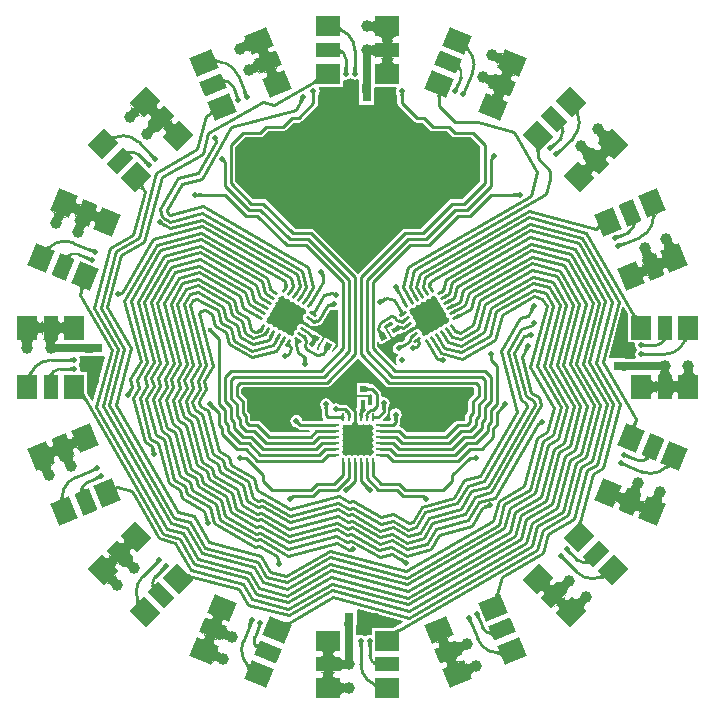
<source format=gtl>
G04*
G04 #@! TF.GenerationSoftware,Altium Limited,Altium Designer,18.1.6 (161)*
G04*
G04 Layer_Physical_Order=1*
G04 Layer_Color=255*
%FSLAX24Y24*%
%MOIN*%
G70*
G01*
G75*
%ADD14R,0.0315X0.0315*%
G04:AMPARAMS|DCode=15|XSize=51.2mil|YSize=78.7mil|CornerRadius=0mil|HoleSize=0mil|Usage=FLASHONLY|Rotation=67.500|XOffset=0mil|YOffset=0mil|HoleType=Round|Shape=Rectangle|*
%AMROTATEDRECTD15*
4,1,4,0.0266,-0.0387,-0.0462,-0.0086,-0.0266,0.0387,0.0462,0.0086,0.0266,-0.0387,0.0*
%
%ADD15ROTATEDRECTD15*%

G04:AMPARAMS|DCode=16|XSize=66.9mil|YSize=78.7mil|CornerRadius=0mil|HoleSize=0mil|Usage=FLASHONLY|Rotation=67.500|XOffset=0mil|YOffset=0mil|HoleType=Round|Shape=Rectangle|*
%AMROTATEDRECTD16*
4,1,4,0.0236,-0.0460,-0.0492,-0.0159,-0.0236,0.0460,0.0492,0.0159,0.0236,-0.0460,0.0*
%
%ADD16ROTATEDRECTD16*%

G04:AMPARAMS|DCode=17|XSize=51.2mil|YSize=78.7mil|CornerRadius=0mil|HoleSize=0mil|Usage=FLASHONLY|Rotation=337.500|XOffset=0mil|YOffset=0mil|HoleType=Round|Shape=Rectangle|*
%AMROTATEDRECTD17*
4,1,4,-0.0387,-0.0266,-0.0086,0.0462,0.0387,0.0266,0.0086,-0.0462,-0.0387,-0.0266,0.0*
%
%ADD17ROTATEDRECTD17*%

G04:AMPARAMS|DCode=18|XSize=66.9mil|YSize=78.7mil|CornerRadius=0mil|HoleSize=0mil|Usage=FLASHONLY|Rotation=337.500|XOffset=0mil|YOffset=0mil|HoleType=Round|Shape=Rectangle|*
%AMROTATEDRECTD18*
4,1,4,-0.0460,-0.0236,-0.0159,0.0492,0.0460,0.0236,0.0159,-0.0492,-0.0460,-0.0236,0.0*
%
%ADD18ROTATEDRECTD18*%

G04:AMPARAMS|DCode=19|XSize=51.2mil|YSize=78.7mil|CornerRadius=0mil|HoleSize=0mil|Usage=FLASHONLY|Rotation=45.000|XOffset=0mil|YOffset=0mil|HoleType=Round|Shape=Rectangle|*
%AMROTATEDRECTD19*
4,1,4,0.0097,-0.0459,-0.0459,0.0097,-0.0097,0.0459,0.0459,-0.0097,0.0097,-0.0459,0.0*
%
%ADD19ROTATEDRECTD19*%

G04:AMPARAMS|DCode=20|XSize=66.9mil|YSize=78.7mil|CornerRadius=0mil|HoleSize=0mil|Usage=FLASHONLY|Rotation=45.000|XOffset=0mil|YOffset=0mil|HoleType=Round|Shape=Rectangle|*
%AMROTATEDRECTD20*
4,1,4,0.0042,-0.0515,-0.0515,0.0042,-0.0042,0.0515,0.0515,-0.0042,0.0042,-0.0515,0.0*
%
%ADD20ROTATEDRECTD20*%

G04:AMPARAMS|DCode=21|XSize=51.2mil|YSize=78.7mil|CornerRadius=0mil|HoleSize=0mil|Usage=FLASHONLY|Rotation=315.000|XOffset=0mil|YOffset=0mil|HoleType=Round|Shape=Rectangle|*
%AMROTATEDRECTD21*
4,1,4,-0.0459,-0.0097,0.0097,0.0459,0.0459,0.0097,-0.0097,-0.0459,-0.0459,-0.0097,0.0*
%
%ADD21ROTATEDRECTD21*%

G04:AMPARAMS|DCode=22|XSize=66.9mil|YSize=78.7mil|CornerRadius=0mil|HoleSize=0mil|Usage=FLASHONLY|Rotation=315.000|XOffset=0mil|YOffset=0mil|HoleType=Round|Shape=Rectangle|*
%AMROTATEDRECTD22*
4,1,4,-0.0515,-0.0042,0.0042,0.0515,0.0515,0.0042,-0.0042,-0.0515,-0.0515,-0.0042,0.0*
%
%ADD22ROTATEDRECTD22*%

G04:AMPARAMS|DCode=23|XSize=51.2mil|YSize=78.7mil|CornerRadius=0mil|HoleSize=0mil|Usage=FLASHONLY|Rotation=22.500|XOffset=0mil|YOffset=0mil|HoleType=Round|Shape=Rectangle|*
%AMROTATEDRECTD23*
4,1,4,-0.0086,-0.0462,-0.0387,0.0266,0.0086,0.0462,0.0387,-0.0266,-0.0086,-0.0462,0.0*
%
%ADD23ROTATEDRECTD23*%

G04:AMPARAMS|DCode=24|XSize=66.9mil|YSize=78.7mil|CornerRadius=0mil|HoleSize=0mil|Usage=FLASHONLY|Rotation=22.500|XOffset=0mil|YOffset=0mil|HoleType=Round|Shape=Rectangle|*
%AMROTATEDRECTD24*
4,1,4,-0.0159,-0.0492,-0.0460,0.0236,0.0159,0.0492,0.0460,-0.0236,-0.0159,-0.0492,0.0*
%
%ADD24ROTATEDRECTD24*%

G04:AMPARAMS|DCode=25|XSize=51.2mil|YSize=78.7mil|CornerRadius=0mil|HoleSize=0mil|Usage=FLASHONLY|Rotation=292.500|XOffset=0mil|YOffset=0mil|HoleType=Round|Shape=Rectangle|*
%AMROTATEDRECTD25*
4,1,4,-0.0462,0.0086,0.0266,0.0387,0.0462,-0.0086,-0.0266,-0.0387,-0.0462,0.0086,0.0*
%
%ADD25ROTATEDRECTD25*%

G04:AMPARAMS|DCode=26|XSize=66.9mil|YSize=78.7mil|CornerRadius=0mil|HoleSize=0mil|Usage=FLASHONLY|Rotation=292.500|XOffset=0mil|YOffset=0mil|HoleType=Round|Shape=Rectangle|*
%AMROTATEDRECTD26*
4,1,4,-0.0492,0.0159,0.0236,0.0460,0.0492,-0.0159,-0.0236,-0.0460,-0.0492,0.0159,0.0*
%
%ADD26ROTATEDRECTD26*%

%ADD27R,0.0512X0.0787*%
%ADD28R,0.0669X0.0787*%
%ADD29R,0.0787X0.0512*%
%ADD30R,0.0787X0.0669*%
%ADD31R,0.0315X0.0315*%
%ADD32R,0.0157X0.0197*%
G04:AMPARAMS|DCode=33|XSize=15.7mil|YSize=19.7mil|CornerRadius=0mil|HoleSize=0mil|Usage=FLASHONLY|Rotation=60.000|XOffset=0mil|YOffset=0mil|HoleType=Round|Shape=Rectangle|*
%AMROTATEDRECTD33*
4,1,4,0.0046,-0.0117,-0.0125,-0.0019,-0.0046,0.0117,0.0125,0.0019,0.0046,-0.0117,0.0*
%
%ADD33ROTATEDRECTD33*%

G04:AMPARAMS|DCode=34|XSize=15.7mil|YSize=19.7mil|CornerRadius=0mil|HoleSize=0mil|Usage=FLASHONLY|Rotation=300.000|XOffset=0mil|YOffset=0mil|HoleType=Round|Shape=Rectangle|*
%AMROTATEDRECTD34*
4,1,4,-0.0125,0.0019,0.0046,0.0117,0.0125,-0.0019,-0.0046,-0.0117,-0.0125,0.0019,0.0*
%
%ADD34ROTATEDRECTD34*%

%ADD35O,0.0315X0.0098*%
%ADD36O,0.0098X0.0315*%
%ADD37R,0.0839X0.0839*%
G04:AMPARAMS|DCode=38|XSize=9.8mil|YSize=31.5mil|CornerRadius=0mil|HoleSize=0mil|Usage=FLASHONLY|Rotation=330.000|XOffset=0mil|YOffset=0mil|HoleType=Round|Shape=Round|*
%AMOVALD38*
21,1,0.0217,0.0098,0.0000,0.0000,60.0*
1,1,0.0098,-0.0054,-0.0094*
1,1,0.0098,0.0054,0.0094*
%
%ADD38OVALD38*%

G04:AMPARAMS|DCode=39|XSize=9.8mil|YSize=31.5mil|CornerRadius=0mil|HoleSize=0mil|Usage=FLASHONLY|Rotation=240.000|XOffset=0mil|YOffset=0mil|HoleType=Round|Shape=Round|*
%AMOVALD39*
21,1,0.0217,0.0098,0.0000,0.0000,330.0*
1,1,0.0098,-0.0094,0.0054*
1,1,0.0098,0.0094,-0.0054*
%
%ADD39OVALD39*%

%ADD40P,0.1186X4X285.0*%
G04:AMPARAMS|DCode=41|XSize=9.8mil|YSize=31.5mil|CornerRadius=0mil|HoleSize=0mil|Usage=FLASHONLY|Rotation=210.000|XOffset=0mil|YOffset=0mil|HoleType=Round|Shape=Round|*
%AMOVALD41*
21,1,0.0217,0.0098,0.0000,0.0000,300.0*
1,1,0.0098,-0.0054,0.0094*
1,1,0.0098,0.0054,-0.0094*
%
%ADD41OVALD41*%

G04:AMPARAMS|DCode=42|XSize=9.8mil|YSize=31.5mil|CornerRadius=0mil|HoleSize=0mil|Usage=FLASHONLY|Rotation=120.000|XOffset=0mil|YOffset=0mil|HoleType=Round|Shape=Round|*
%AMOVALD42*
21,1,0.0217,0.0098,0.0000,0.0000,210.0*
1,1,0.0098,0.0094,0.0054*
1,1,0.0098,-0.0094,-0.0054*
%
%ADD42OVALD42*%

%ADD43P,0.1186X4X165.0*%
%ADD44R,0.0217X0.0217*%
%ADD45P,0.0306X4X375.0*%
%ADD46P,0.0306X4X255.0*%
%ADD81C,0.0100*%
%ADD82C,0.0280*%
%ADD83C,0.0160*%
%ADD84C,0.0197*%
%ADD85C,0.0300*%
%ADD86C,0.0394*%
%ADD87C,0.0177*%
G36*
X-593Y11040D02*
X-591Y11030D01*
X-586Y11019D01*
X-580Y11009D01*
X-572Y10998D01*
X-562Y10988D01*
X-550Y10978D01*
X-537Y10969D01*
X-521Y10959D01*
X-504Y10950D01*
X-507Y10835D01*
X-523Y10843D01*
X-538Y10849D01*
X-551Y10853D01*
X-563Y10855D01*
X-572Y10856D01*
X-580Y10854D01*
X-586Y10850D01*
X-591Y10844D01*
X-593Y10836D01*
X-594Y10826D01*
Y11051D01*
X-593Y11040D01*
D02*
G37*
G36*
X591Y10744D02*
X588Y10770D01*
X579Y10794D01*
X565Y10815D01*
X546Y10833D01*
X520Y10849D01*
X489Y10861D01*
X453Y10871D01*
X411Y10878D01*
X363Y10882D01*
X309Y10884D01*
Y11164D01*
X363Y11165D01*
X411Y11169D01*
X453Y11176D01*
X489Y11186D01*
X520Y11199D01*
X546Y11214D01*
X565Y11232D01*
X579Y11253D01*
X588Y11277D01*
X591Y11304D01*
Y10744D01*
D02*
G37*
G36*
X1123Y10717D02*
X1126Y10691D01*
X1262D01*
X1235Y10689D01*
X1212Y10680D01*
X1191Y10666D01*
X1172Y10646D01*
X1157Y10621D01*
X1144Y10591D01*
X1157Y10560D01*
X1172Y10535D01*
X1191Y10515D01*
X1212Y10501D01*
X1235Y10493D01*
X1262Y10490D01*
X1126D01*
X1123Y10464D01*
X1122Y10410D01*
X842D01*
X841Y10464D01*
X838Y10490D01*
X702D01*
X729Y10493D01*
X752Y10501D01*
X773Y10515D01*
X792Y10535D01*
X807Y10560D01*
X819Y10591D01*
X807Y10621D01*
X792Y10646D01*
X773Y10666D01*
X752Y10680D01*
X729Y10689D01*
X702Y10691D01*
X838D01*
X841Y10717D01*
X842Y10771D01*
X1122D01*
X1123Y10717D01*
D02*
G37*
G36*
X3672Y10418D02*
X3671Y10408D01*
X3671Y10396D01*
X3673Y10384D01*
X3676Y10371D01*
X3682Y10358D01*
X3689Y10345D01*
X3698Y10330D01*
X3708Y10315D01*
X3721Y10300D01*
X3675Y10195D01*
X3662Y10209D01*
X3651Y10221D01*
X3640Y10229D01*
X3630Y10236D01*
X3621Y10240D01*
X3613Y10241D01*
X3606Y10240D01*
X3600Y10236D01*
X3594Y10230D01*
X3589Y10221D01*
X3676Y10429D01*
X3672Y10418D01*
D02*
G37*
G36*
X-3562Y10145D02*
X-3575Y10168D01*
X-3592Y10187D01*
X-3613Y10201D01*
X-3638Y10210D01*
X-3668Y10215D01*
X-3701Y10214D01*
X-3739Y10209D01*
X-3780Y10200D01*
X-3826Y10185D01*
X-3876Y10166D01*
X-3983Y10425D01*
X-3934Y10447D01*
X-3892Y10469D01*
X-3855Y10491D01*
X-3825Y10514D01*
X-3802Y10538D01*
X-3784Y10562D01*
X-3773Y10586D01*
X-3768Y10611D01*
X-3769Y10636D01*
X-3777Y10662D01*
X-3562Y10145D01*
D02*
G37*
G36*
X4653Y9691D02*
X4661Y9716D01*
X4662Y9742D01*
X4657Y9766D01*
X4646Y9791D01*
X4629Y9815D01*
X4605Y9838D01*
X4575Y9861D01*
X4539Y9884D01*
X4496Y9906D01*
X4447Y9928D01*
X4554Y10186D01*
X4604Y10167D01*
X4650Y10153D01*
X4692Y10143D01*
X4729Y10138D01*
X4763Y10138D01*
X4792Y10142D01*
X4817Y10152D01*
X4838Y10166D01*
X4855Y10185D01*
X4868Y10208D01*
X4653Y9691D01*
D02*
G37*
G36*
X-593Y10323D02*
X-590Y10312D01*
X-586Y10302D01*
X-580Y10292D01*
X-571Y10281D01*
X-561Y10271D01*
X-550Y10261D01*
X-536Y10251D01*
X-521Y10241D01*
X-504Y10231D01*
X-513Y10109D01*
X-528Y10117D01*
X-542Y10123D01*
X-554Y10128D01*
X-565Y10130D01*
X-574Y10131D01*
X-581Y10130D01*
X-587Y10126D01*
X-591Y10122D01*
X-593Y10115D01*
X-594Y10106D01*
Y10333D01*
X-593Y10323D01*
D02*
G37*
G36*
X589Y9982D02*
X587Y10003D01*
X578Y10023D01*
X564Y10040D01*
X545Y10055D01*
X519Y10068D01*
X489Y10078D01*
X452Y10086D01*
X410Y10092D01*
X363Y10095D01*
X309Y10096D01*
Y10376D01*
X363Y10377D01*
X452Y10387D01*
X489Y10395D01*
X519Y10405D01*
X545Y10418D01*
X564Y10432D01*
X578Y10450D01*
X587Y10469D01*
X589Y10491D01*
Y9982D01*
D02*
G37*
G36*
X-3060Y10324D02*
X-3048Y10301D01*
X-2922Y10353D01*
X-2946Y10340D01*
X-2965Y10323D01*
X-2979Y10302D01*
X-2988Y10277D01*
X-2992Y10248D01*
X-2992Y10215D01*
X-2969Y10192D01*
X-2945Y10174D01*
X-2921Y10163D01*
X-2896Y10158D01*
X-2871Y10159D01*
X-2845Y10167D01*
X-2971Y10115D01*
X-2963Y10090D01*
X-2944Y10040D01*
X-3203Y9933D01*
X-3224Y9981D01*
X-3237Y10005D01*
X-3362Y9953D01*
X-3339Y9965D01*
X-3320Y9982D01*
X-3306Y10003D01*
X-3297Y10028D01*
X-3292Y10058D01*
X-3293Y10091D01*
X-3316Y10114D01*
X-3340Y10132D01*
X-3364Y10143D01*
X-3389Y10148D01*
X-3414Y10146D01*
X-3440Y10139D01*
X-3314Y10191D01*
X-3322Y10216D01*
X-3341Y10266D01*
X-3082Y10373D01*
X-3060Y10324D01*
D02*
G37*
G36*
X-4771Y9965D02*
X-4764Y9957D01*
X-4756Y9949D01*
X-4746Y9941D01*
X-4735Y9935D01*
X-4722Y9930D01*
X-4707Y9925D01*
X-4690Y9921D01*
X-4672Y9918D01*
X-4653Y9916D01*
X-4611Y9809D01*
X-4630Y9810D01*
X-4646Y9810D01*
X-4660Y9809D01*
X-4672Y9806D01*
X-4681Y9803D01*
X-4687Y9798D01*
X-4691Y9792D01*
X-4693Y9785D01*
X-4693Y9777D01*
X-4690Y9767D01*
X-4776Y9975D01*
X-4771Y9965D01*
D02*
G37*
G36*
X1123Y10009D02*
X1126Y9983D01*
X1262D01*
X1235Y9980D01*
X1212Y9971D01*
X1191Y9957D01*
X1172Y9938D01*
X1157Y9912D01*
X1144Y9882D01*
X1157Y9851D01*
X1172Y9826D01*
X1191Y9806D01*
X1212Y9792D01*
X1235Y9784D01*
X1262Y9781D01*
X1126D01*
X1123Y9755D01*
X1122Y9702D01*
X842D01*
X841Y9755D01*
X838Y9781D01*
X702D01*
X729Y9784D01*
X752Y9792D01*
X773Y9806D01*
X792Y9826D01*
X807Y9851D01*
X819Y9882D01*
X807Y9912D01*
X792Y9938D01*
X773Y9957D01*
X752Y9971D01*
X729Y9980D01*
X702Y9983D01*
X838D01*
X841Y10009D01*
X842Y10062D01*
X1122D01*
X1123Y10009D01*
D02*
G37*
G36*
X5155Y9513D02*
X5136Y9463D01*
X5128Y9438D01*
X5254Y9386D01*
X5228Y9393D01*
X5203Y9394D01*
X5178Y9389D01*
X5154Y9378D01*
X5130Y9361D01*
X5107Y9337D01*
X5106Y9304D01*
X5111Y9275D01*
X5120Y9250D01*
X5134Y9229D01*
X5153Y9212D01*
X5176Y9199D01*
X5051Y9251D01*
X5038Y9228D01*
X5017Y9179D01*
X4758Y9286D01*
X4777Y9336D01*
X4785Y9361D01*
X4659Y9414D01*
X4685Y9406D01*
X4710Y9405D01*
X4735Y9410D01*
X4759Y9421D01*
X4783Y9438D01*
X4806Y9462D01*
X4806Y9495D01*
X4802Y9524D01*
X4793Y9549D01*
X4779Y9570D01*
X4760Y9587D01*
X4736Y9600D01*
X4862Y9548D01*
X4874Y9571D01*
X4896Y9620D01*
X5155Y9513D01*
D02*
G37*
G36*
X3398Y9756D02*
X3396Y9745D01*
X3397Y9734D01*
X3399Y9722D01*
X3402Y9709D01*
X3408Y9696D01*
X3415Y9682D01*
X3424Y9667D01*
X3434Y9652D01*
X3446Y9635D01*
X3391Y9527D01*
X3380Y9540D01*
X3369Y9551D01*
X3360Y9560D01*
X3351Y9567D01*
X3342Y9571D01*
X3335Y9572D01*
X3329Y9572D01*
X3323Y9569D01*
X3318Y9563D01*
X3314Y9555D01*
X3401Y9766D01*
X3398Y9756D01*
D02*
G37*
G36*
X-51Y9646D02*
X-44Y9552D01*
X-42Y9541D01*
X-39Y9531D01*
X-35Y9524D01*
X-32Y9519D01*
X-170D01*
X-166Y9524D01*
X-163Y9531D01*
X-160Y9541D01*
X-158Y9552D01*
X-155Y9566D01*
X-152Y9602D01*
X-151Y9671D01*
X-51D01*
X-51Y9646D01*
D02*
G37*
G36*
X-346Y9646D02*
X-339Y9552D01*
X-337Y9541D01*
X-334Y9531D01*
X-331Y9524D01*
X-327Y9519D01*
X-465D01*
X-461Y9524D01*
X-458Y9531D01*
X-455Y9541D01*
X-453Y9552D01*
X-451Y9566D01*
X-448Y9602D01*
X-446Y9671D01*
X-346D01*
X-346Y9646D01*
D02*
G37*
G36*
X-3272Y9440D02*
X-3283Y9459D01*
X-3298Y9474D01*
X-3318Y9484D01*
X-3341Y9491D01*
X-3370Y9493D01*
X-3402Y9490D01*
X-3439Y9484D01*
X-3480Y9473D01*
X-3525Y9458D01*
X-3575Y9439D01*
X-3682Y9697D01*
X-3633Y9719D01*
X-3554Y9762D01*
X-3523Y9783D01*
X-3499Y9804D01*
X-3480Y9826D01*
X-3468Y9847D01*
X-3461Y9868D01*
X-3461Y9889D01*
X-3467Y9911D01*
X-3272Y9440D01*
D02*
G37*
G36*
X-2789Y9670D02*
X-2777Y9646D01*
X-2651Y9698D01*
X-2675Y9686D01*
X-2693Y9669D01*
X-2707Y9648D01*
X-2717Y9623D01*
X-2721Y9593D01*
X-2721Y9560D01*
X-2698Y9537D01*
X-2674Y9519D01*
X-2650Y9508D01*
X-2625Y9503D01*
X-2600Y9505D01*
X-2574Y9512D01*
X-2700Y9460D01*
X-2692Y9435D01*
X-2673Y9385D01*
X-2932Y9278D01*
X-2953Y9327D01*
X-2965Y9350D01*
X-3091Y9298D01*
X-3068Y9311D01*
X-3049Y9327D01*
X-3035Y9349D01*
X-3026Y9374D01*
X-3021Y9403D01*
X-3021Y9436D01*
X-3045Y9459D01*
X-3068Y9477D01*
X-3093Y9488D01*
X-3118Y9493D01*
X-3143Y9492D01*
X-3168Y9484D01*
X-3043Y9536D01*
X-3050Y9561D01*
X-3070Y9611D01*
X-2811Y9718D01*
X-2789Y9670D01*
D02*
G37*
G36*
X-209Y9282D02*
X-178Y9262D01*
X-101Y9247D01*
X-23Y9262D01*
X-2Y9276D01*
X48Y9250D01*
Y8930D01*
X48Y8919D01*
X35D01*
Y8825D01*
X35Y8823D01*
X35Y8820D01*
X35Y8818D01*
X35Y8814D01*
Y8404D01*
X550D01*
Y8814D01*
X551Y8818D01*
X551Y8820D01*
X551Y8823D01*
X550Y8825D01*
Y8919D01*
X550D01*
X544Y8969D01*
X584Y9014D01*
X1279D01*
X1306Y8964D01*
X1287Y8936D01*
X1272Y8858D01*
X1287Y8781D01*
X1316Y8737D01*
X1321Y8669D01*
X1321Y8465D01*
X1333Y8406D01*
X1366Y8356D01*
X1858Y7864D01*
X1908Y7831D01*
X1966Y7819D01*
X2142Y7819D01*
X2392Y7569D01*
X2442Y7536D01*
X2500Y7524D01*
X2985Y7524D01*
X3138Y7372D01*
X3187Y7339D01*
X3246Y7327D01*
X3773D01*
X4080Y7021D01*
X4080Y5872D01*
X3478Y5271D01*
X3147Y5271D01*
X3089Y5259D01*
X3039Y5226D01*
X2100Y4287D01*
X1572D01*
X1514Y4275D01*
X1464Y4242D01*
X-2Y2775D01*
X-1469Y4242D01*
X-1519Y4275D01*
X-1577Y4287D01*
X-2104D01*
X-3044Y5226D01*
X-3093Y5259D01*
X-3152Y5271D01*
X-3483Y5271D01*
X-4084Y5872D01*
X-4084Y7021D01*
X-3778Y7327D01*
X-3250D01*
X-3192Y7339D01*
X-3142Y7372D01*
X-2990Y7524D01*
X-2505Y7524D01*
X-2446Y7536D01*
X-2397Y7569D01*
X-2146Y7819D01*
X-1971D01*
X-1912Y7831D01*
X-1863Y7864D01*
X-1371Y8356D01*
X-1337Y8406D01*
X-1326Y8465D01*
X-1326Y8675D01*
X-1325Y8700D01*
X-1323Y8729D01*
X-1322Y8736D01*
X-1292Y8781D01*
X-1276Y8858D01*
X-1292Y8936D01*
X-1311Y8964D01*
X-1284Y9014D01*
X-493D01*
Y9219D01*
X-443Y9256D01*
X-396Y9247D01*
X-319Y9262D01*
X-288Y9282D01*
X-248Y9303D01*
X-209Y9282D01*
D02*
G37*
G36*
X-4494Y9303D02*
X-4488Y9294D01*
X-4479Y9286D01*
X-4470Y9279D01*
X-4458Y9273D01*
X-4445Y9267D01*
X-4431Y9262D01*
X-4414Y9258D01*
X-4397Y9255D01*
X-4377Y9252D01*
X-4339Y9136D01*
X-4356Y9138D01*
X-4371Y9138D01*
X-4384Y9137D01*
X-4394Y9136D01*
X-4403Y9133D01*
X-4409Y9129D01*
X-4413Y9124D01*
X-4415Y9118D01*
X-4414Y9111D01*
X-4412Y9103D01*
X-4499Y9313D01*
X-4494Y9303D01*
D02*
G37*
G36*
X-1379Y9115D02*
X-1380Y9124D01*
X-1383Y9131D01*
X-1387Y9136D01*
X-1393Y9139D01*
X-1401Y9140D01*
X-1410Y9139D01*
X-1422Y9136D01*
X-1435Y9130D01*
X-1449Y9123D01*
X-1466Y9114D01*
Y9230D01*
X-1449Y9240D01*
X-1434Y9250D01*
X-1421Y9261D01*
X-1410Y9271D01*
X-1400Y9282D01*
X-1392Y9293D01*
X-1386Y9304D01*
X-1382Y9315D01*
X-1379Y9326D01*
X-1378Y9338D01*
X-1379Y9115D01*
D02*
G37*
G36*
X4303Y9440D02*
X4389Y9414D01*
X4426Y9407D01*
X4458Y9405D01*
X4486Y9407D01*
X4510Y9413D01*
X4529Y9424D01*
X4545Y9439D01*
X4556Y9458D01*
X4361Y8987D01*
X4366Y9008D01*
X4366Y9029D01*
X4360Y9051D01*
X4347Y9072D01*
X4329Y9093D01*
X4304Y9115D01*
X4274Y9136D01*
X4237Y9157D01*
X4195Y9179D01*
X4146Y9200D01*
X4253Y9459D01*
X4303Y9440D01*
D02*
G37*
G36*
X3378Y9059D02*
X3368Y9035D01*
X3338Y8946D01*
X3336Y8934D01*
X3335Y8924D01*
X3335Y8916D01*
X3337Y8911D01*
X3210Y8963D01*
X3215Y8966D01*
X3221Y8972D01*
X3227Y8979D01*
X3234Y8989D01*
X3241Y9002D01*
X3257Y9033D01*
X3285Y9097D01*
X3378Y9059D01*
D02*
G37*
G36*
X4884Y8858D02*
X4864Y8808D01*
X4857Y8783D01*
X4982Y8731D01*
X4957Y8738D01*
X4932Y8740D01*
X4907Y8735D01*
X4882Y8724D01*
X4859Y8706D01*
X4835Y8683D01*
X4835Y8650D01*
X4840Y8620D01*
X4849Y8595D01*
X4863Y8574D01*
X4882Y8557D01*
X4905Y8544D01*
X4779Y8597D01*
X4767Y8573D01*
X4745Y8525D01*
X4487Y8632D01*
X4506Y8682D01*
X4514Y8707D01*
X4388Y8759D01*
X4414Y8751D01*
X4439Y8750D01*
X4464Y8755D01*
X4488Y8766D01*
X4512Y8784D01*
X4535Y8807D01*
X4535Y8840D01*
X4531Y8869D01*
X4521Y8894D01*
X4507Y8915D01*
X4489Y8932D01*
X4465Y8945D01*
X4591Y8893D01*
X4603Y8916D01*
X4625Y8965D01*
X4884Y8858D01*
D02*
G37*
G36*
X433Y9044D02*
X446Y8820D01*
X449Y8818D01*
X137D01*
X140Y8820D01*
X143Y8829D01*
X145Y8843D01*
X147Y8862D01*
X151Y8955D01*
X153Y9098D01*
X433D01*
X433Y9044D01*
D02*
G37*
G36*
X3651Y8946D02*
X3641Y8922D01*
X3611Y8833D01*
X3609Y8821D01*
X3608Y8811D01*
X3608Y8803D01*
X3610Y8798D01*
X3482Y8850D01*
X3488Y8853D01*
X3493Y8859D01*
X3500Y8866D01*
X3506Y8876D01*
X3514Y8889D01*
X3530Y8920D01*
X3558Y8984D01*
X3651Y8946D01*
D02*
G37*
G36*
X-3735Y8885D02*
X-3693Y8801D01*
X-3686Y8791D01*
X-3680Y8783D01*
X-3674Y8778D01*
X-3669Y8775D01*
X-3796Y8722D01*
X-3795Y8728D01*
X-3795Y8736D01*
X-3796Y8746D01*
X-3798Y8758D01*
X-3801Y8771D01*
X-3812Y8805D01*
X-3837Y8870D01*
X-3745Y8908D01*
X-3735Y8885D01*
D02*
G37*
G36*
X2801Y8697D02*
X2792Y8700D01*
X2783Y8700D01*
X2776Y8698D01*
X2769Y8694D01*
X2763Y8687D01*
X2759Y8678D01*
X2755Y8666D01*
X2753Y8652D01*
X2751Y8635D01*
X2751Y8616D01*
X2651Y8658D01*
X2650Y8677D01*
X2649Y8695D01*
X2646Y8711D01*
X2643Y8726D01*
X2638Y8739D01*
X2633Y8750D01*
X2627Y8760D01*
X2619Y8768D01*
X2611Y8775D01*
X2601Y8780D01*
X2801Y8697D01*
D02*
G37*
G36*
X1539Y8783D02*
X1536Y8776D01*
X1533Y8766D01*
X1531Y8755D01*
X1529Y8741D01*
X1526Y8706D01*
X1524Y8636D01*
X1424D01*
X1424Y8661D01*
X1417Y8755D01*
X1415Y8766D01*
X1412Y8776D01*
X1409Y8783D01*
X1405Y8788D01*
X1543Y8788D01*
X1539Y8783D01*
D02*
G37*
G36*
X-1410Y8788D02*
X-1413Y8783D01*
X-1417Y8776D01*
X-1419Y8766D01*
X-1422Y8755D01*
X-1424Y8741D01*
X-1427Y8706D01*
X-1429Y8636D01*
X-1529D01*
X-1529Y8661D01*
X-1536Y8755D01*
X-1538Y8766D01*
X-1541Y8776D01*
X-1544Y8783D01*
X-1548Y8788D01*
X-1410Y8788D01*
D02*
G37*
G36*
X-4008Y8772D02*
X-3966Y8688D01*
X-3959Y8678D01*
X-3953Y8670D01*
X-3947Y8665D01*
X-3942Y8662D01*
X-4069Y8609D01*
X-4068Y8615D01*
X-4067Y8623D01*
X-4068Y8633D01*
X-4071Y8645D01*
X-4074Y8658D01*
X-4085Y8692D01*
X-4110Y8757D01*
X-4018Y8795D01*
X-4008Y8772D01*
D02*
G37*
G36*
X-1795Y8568D02*
X-1800Y8566D01*
X-1807Y8561D01*
X-1814Y8555D01*
X-1822Y8546D01*
X-1831Y8535D01*
X-1851Y8506D01*
X-1887Y8446D01*
X-1974Y8496D01*
X-1961Y8518D01*
X-1920Y8602D01*
X-1917Y8614D01*
X-1914Y8624D01*
X-1914Y8631D01*
X-1914Y8637D01*
X-1795Y8568D01*
D02*
G37*
G36*
X-6691Y8439D02*
X-6702Y8416D01*
X-6707Y8392D01*
X-6706Y8365D01*
X-6699Y8336D01*
X-6686Y8306D01*
X-6656Y8293D01*
X-6627Y8286D01*
X-6600Y8285D01*
X-6575Y8290D01*
X-6553Y8300D01*
X-6532Y8317D01*
X-6628Y8221D01*
X-6611Y8201D01*
X-6574Y8162D01*
X-6772Y7964D01*
X-6811Y8001D01*
X-6831Y8018D01*
X-6928Y7921D01*
X-6911Y7942D01*
X-6900Y7965D01*
X-6895Y7990D01*
X-6896Y8016D01*
X-6903Y8045D01*
X-6916Y8076D01*
X-6946Y8088D01*
X-6975Y8095D01*
X-7002Y8097D01*
X-7027Y8092D01*
X-7049Y8081D01*
X-7070Y8064D01*
X-6974Y8160D01*
X-6991Y8180D01*
X-7028Y8219D01*
X-6830Y8417D01*
X-6791Y8380D01*
X-6771Y8364D01*
X-6674Y8460D01*
X-6691Y8439D01*
D02*
G37*
G36*
X-4827Y8054D02*
X-4832Y8062D01*
X-4838Y8069D01*
X-4845Y8073D01*
X-4854Y8076D01*
X-4864Y8076D01*
X-4875Y8075D01*
X-4888Y8072D01*
X-4902Y8066D01*
X-4917Y8059D01*
X-4934Y8050D01*
X-4973Y8143D01*
X-4956Y8153D01*
X-4942Y8163D01*
X-4930Y8173D01*
X-4920Y8183D01*
X-4912Y8193D01*
X-4906Y8203D01*
X-4903Y8212D01*
X-4901Y8222D01*
X-4902Y8231D01*
X-4904Y8240D01*
X-4827Y8054D01*
D02*
G37*
G36*
X7393Y8231D02*
X7387Y8221D01*
X7383Y8210D01*
X7380Y8199D01*
X7378Y8186D01*
X7378Y8171D01*
X7379Y8156D01*
X7382Y8140D01*
X7386Y8122D01*
X7391Y8103D01*
X7309Y8024D01*
X7303Y8042D01*
X7296Y8056D01*
X7290Y8069D01*
X7283Y8078D01*
X7277Y8085D01*
X7270Y8089D01*
X7263Y8091D01*
X7255Y8090D01*
X7248Y8086D01*
X7240Y8080D01*
X7400Y8239D01*
X7393Y8231D01*
D02*
G37*
G36*
X-7186Y8022D02*
X-7207Y8039D01*
X-7230Y8050D01*
X-7254Y8055D01*
X-7281Y8054D01*
X-7310Y8047D01*
X-7341Y8034D01*
X-7373Y8015D01*
X-7408Y7990D01*
X-7445Y7959D01*
X-7484Y7922D01*
X-7682Y8120D01*
X-7645Y8159D01*
X-7614Y8196D01*
X-7589Y8231D01*
X-7570Y8263D01*
X-7557Y8294D01*
X-7550Y8323D01*
X-7549Y8350D01*
X-7554Y8375D01*
X-7565Y8397D01*
X-7582Y8418D01*
X-7186Y8022D01*
D02*
G37*
G36*
X-6190Y7938D02*
X-6201Y7915D01*
X-6206Y7890D01*
X-6205Y7864D01*
X-6198Y7835D01*
X-6185Y7804D01*
X-6155Y7792D01*
X-6126Y7785D01*
X-6099Y7784D01*
X-6074Y7789D01*
X-6051Y7799D01*
X-6031Y7816D01*
X-6127Y7720D01*
X-6110Y7700D01*
X-6073Y7661D01*
X-6271Y7463D01*
X-6310Y7500D01*
X-6330Y7517D01*
X-6427Y7420D01*
X-6410Y7441D01*
X-6399Y7464D01*
X-6394Y7489D01*
X-6395Y7515D01*
X-6402Y7544D01*
X-6415Y7575D01*
X-6445Y7587D01*
X-6474Y7594D01*
X-6501Y7595D01*
X-6526Y7591D01*
X-6548Y7580D01*
X-6569Y7563D01*
X-6473Y7659D01*
X-6490Y7679D01*
X-6526Y7718D01*
X-6328Y7916D01*
X-6290Y7879D01*
X-6270Y7862D01*
X-6173Y7959D01*
X-6190Y7938D01*
D02*
G37*
G36*
X6885Y7723D02*
X6880Y7714D01*
X6876Y7703D01*
X6873Y7692D01*
X6871Y7678D01*
X6871Y7664D01*
X6872Y7649D01*
X6875Y7632D01*
X6878Y7614D01*
X6883Y7595D01*
X6791Y7515D01*
X6786Y7532D01*
X6780Y7546D01*
X6775Y7558D01*
X6769Y7567D01*
X6763Y7574D01*
X6757Y7578D01*
X6751Y7580D01*
X6745Y7579D01*
X6738Y7576D01*
X6731Y7570D01*
X6892Y7731D01*
X6885Y7723D01*
D02*
G37*
G36*
X-6648Y7482D02*
X-6665Y7496D01*
X-6685Y7504D01*
X-6707Y7506D01*
X-6731Y7503D01*
X-6758Y7494D01*
X-6787Y7479D01*
X-6819Y7459D01*
X-6852Y7434D01*
X-6889Y7402D01*
X-6927Y7366D01*
X-7125Y7564D01*
X-7088Y7602D01*
X-7031Y7672D01*
X-7011Y7703D01*
X-6997Y7732D01*
X-6988Y7759D01*
X-6985Y7783D01*
X-6987Y7806D01*
X-6995Y7825D01*
X-7008Y7843D01*
X-6648Y7482D01*
D02*
G37*
G36*
X-8233Y7395D02*
X-8223Y7389D01*
X-8213Y7385D01*
X-8201Y7382D01*
X-8188Y7380D01*
X-8174Y7380D01*
X-8159Y7382D01*
X-8142Y7384D01*
X-8125Y7388D01*
X-8106Y7394D01*
X-8027Y7311D01*
X-8044Y7305D01*
X-8059Y7299D01*
X-8071Y7292D01*
X-8080Y7286D01*
X-8087Y7279D01*
X-8092Y7272D01*
X-8093Y7265D01*
X-8092Y7258D01*
X-8088Y7250D01*
X-8082Y7243D01*
X-8241Y7402D01*
X-8233Y7395D01*
D02*
G37*
G36*
X8157Y7643D02*
X8194Y7612D01*
X8228Y7587D01*
X8261Y7568D01*
X8292Y7555D01*
X8321Y7548D01*
X8347Y7547D01*
X8372Y7552D01*
X8395Y7563D01*
X8416Y7580D01*
X8020Y7184D01*
X8037Y7204D01*
X8048Y7227D01*
X8052Y7252D01*
X8051Y7279D01*
X8044Y7308D01*
X8031Y7338D01*
X8012Y7371D01*
X7988Y7406D01*
X7957Y7443D01*
X7920Y7481D01*
X8118Y7679D01*
X8157Y7643D01*
D02*
G37*
G36*
X6599Y7088D02*
X6581Y7069D01*
X6520Y6999D01*
X6513Y6989D01*
X6509Y6980D01*
X6506Y6973D01*
X6505Y6967D01*
X6408Y7064D01*
X6414Y7065D01*
X6421Y7068D01*
X6430Y7072D01*
X6440Y7079D01*
X6451Y7088D01*
X6478Y7110D01*
X6529Y7158D01*
X6599Y7088D01*
D02*
G37*
G36*
X6088Y6929D02*
X6079Y6931D01*
X6070Y6930D01*
X6063Y6924D01*
X6057Y6915D01*
X6051Y6902D01*
X6047Y6885D01*
X6043Y6864D01*
X6041Y6839D01*
X6039Y6778D01*
X5939Y6862D01*
X5939Y6887D01*
X5935Y6930D01*
X5931Y6948D01*
X5927Y6965D01*
X5921Y6978D01*
X5915Y6990D01*
X5908Y7000D01*
X5899Y7007D01*
X5890Y7013D01*
X6088Y6929D01*
D02*
G37*
G36*
X8158Y6972D02*
X8178Y6988D01*
X8217Y7025D01*
X8415Y6827D01*
X8378Y6788D01*
X8361Y6768D01*
X8458Y6672D01*
X8437Y6689D01*
X8414Y6700D01*
X8389Y6705D01*
X8362Y6704D01*
X8334Y6697D01*
X8303Y6684D01*
X8290Y6653D01*
X8283Y6625D01*
X8282Y6598D01*
X8287Y6573D01*
X8298Y6550D01*
X8315Y6529D01*
X8219Y6626D01*
X8198Y6609D01*
X8160Y6572D01*
X7962Y6770D01*
X7999Y6809D01*
X8015Y6829D01*
X7919Y6925D01*
X7940Y6909D01*
X7963Y6898D01*
X7987Y6893D01*
X8014Y6894D01*
X8043Y6901D01*
X8073Y6914D01*
X8086Y6944D01*
X8093Y6973D01*
X8094Y7000D01*
X8089Y7024D01*
X8078Y7047D01*
X8062Y7068D01*
X8158Y6972D01*
D02*
G37*
G36*
X6808Y6879D02*
X6790Y6861D01*
X6729Y6790D01*
X6722Y6780D01*
X6717Y6771D01*
X6715Y6764D01*
X6714Y6758D01*
X6616Y6855D01*
X6622Y6856D01*
X6630Y6859D01*
X6638Y6864D01*
X6648Y6870D01*
X6660Y6879D01*
X6687Y6901D01*
X6737Y6950D01*
X6808Y6879D01*
D02*
G37*
G36*
X-7726Y6887D02*
X-7717Y6881D01*
X-7707Y6877D01*
X-7695Y6875D01*
X-7682Y6873D01*
X-7667Y6873D01*
X-7652Y6874D01*
X-7635Y6877D01*
X-7616Y6881D01*
X-7597Y6886D01*
X-7517Y6793D01*
X-7534Y6788D01*
X-7549Y6783D01*
X-7561Y6777D01*
X-7570Y6771D01*
X-7577Y6765D01*
X-7581Y6759D01*
X-7583Y6753D01*
X-7582Y6746D01*
X-7579Y6740D01*
X-7574Y6733D01*
X-7734Y6894D01*
X-7726Y6887D01*
D02*
G37*
G36*
X7600Y7086D02*
X7669Y7029D01*
X7701Y7009D01*
X7730Y6994D01*
X7757Y6986D01*
X7781Y6982D01*
X7803Y6984D01*
X7823Y6992D01*
X7840Y7006D01*
X7480Y6646D01*
X7494Y6663D01*
X7501Y6683D01*
X7504Y6705D01*
X7500Y6729D01*
X7491Y6756D01*
X7477Y6785D01*
X7457Y6816D01*
X7431Y6850D01*
X7400Y6886D01*
X7363Y6925D01*
X7561Y7123D01*
X7600Y7086D01*
D02*
G37*
G36*
X-6863Y6792D02*
X-6792Y6731D01*
X-6782Y6725D01*
X-6774Y6720D01*
X-6766Y6717D01*
X-6760Y6716D01*
X-6858Y6619D01*
X-6859Y6625D01*
X-6861Y6632D01*
X-6866Y6641D01*
X-6873Y6651D01*
X-6881Y6662D01*
X-6904Y6689D01*
X-6952Y6740D01*
X-6881Y6810D01*
X-6863Y6792D01*
D02*
G37*
G36*
X-7072Y6584D02*
X-7001Y6522D01*
X-6991Y6516D01*
X-6982Y6511D01*
X-6975Y6508D01*
X-6969Y6507D01*
X-7066Y6410D01*
X-7067Y6416D01*
X-7070Y6423D01*
X-7075Y6432D01*
X-7081Y6442D01*
X-7090Y6453D01*
X-7113Y6480D01*
X-7161Y6531D01*
X-7090Y6602D01*
X-7072Y6584D01*
D02*
G37*
G36*
X7657Y6470D02*
X7677Y6487D01*
X7716Y6524D01*
X7914Y6326D01*
X7877Y6287D01*
X7860Y6267D01*
X7956Y6171D01*
X7936Y6188D01*
X7913Y6199D01*
X7888Y6203D01*
X7861Y6202D01*
X7832Y6195D01*
X7802Y6183D01*
X7789Y6152D01*
X7782Y6123D01*
X7781Y6097D01*
X7786Y6072D01*
X7797Y6049D01*
X7814Y6028D01*
X7717Y6125D01*
X7697Y6108D01*
X7659Y6071D01*
X7461Y6269D01*
X7497Y6308D01*
X7514Y6328D01*
X7418Y6424D01*
X7439Y6407D01*
X7461Y6397D01*
X7486Y6392D01*
X7513Y6393D01*
X7542Y6400D01*
X7572Y6413D01*
X7585Y6443D01*
X7592Y6472D01*
X7593Y6498D01*
X7588Y6523D01*
X7577Y6546D01*
X7560Y6567D01*
X7657Y6470D01*
D02*
G37*
G36*
X-7147Y5759D02*
X-7152Y5750D01*
X-7155Y5740D01*
X-7156Y5729D01*
X-7155Y5717D01*
X-7153Y5704D01*
X-7149Y5690D01*
X-7143Y5675D01*
X-7136Y5659D01*
X-7126Y5642D01*
X-7200Y5569D01*
X-7210Y5585D01*
X-7219Y5599D01*
X-7229Y5611D01*
X-7238Y5619D01*
X-7247Y5626D01*
X-7255Y5630D01*
X-7264Y5631D01*
X-7272Y5630D01*
X-7280Y5626D01*
X-7287Y5620D01*
X-7141Y5766D01*
X-7147Y5759D01*
D02*
G37*
G36*
X5341Y5344D02*
X5336Y5348D01*
X5329Y5351D01*
X5319Y5354D01*
X5307Y5357D01*
X5293Y5359D01*
X5258Y5362D01*
X5188Y5363D01*
Y5463D01*
X5214Y5464D01*
X5307Y5470D01*
X5319Y5473D01*
X5329Y5475D01*
X5336Y5479D01*
X5341Y5482D01*
Y5344D01*
D02*
G37*
G36*
X-5341Y5479D02*
X-5333Y5475D01*
X-5324Y5473D01*
X-5312Y5470D01*
X-5298Y5468D01*
X-5263Y5465D01*
X-5193Y5463D01*
Y5363D01*
X-5219Y5363D01*
X-5312Y5357D01*
X-5324Y5354D01*
X-5333Y5351D01*
X-5341Y5348D01*
X-5345Y5344D01*
Y5482D01*
X-5341Y5479D01*
D02*
G37*
G36*
X-9395Y5230D02*
X-9397Y5205D01*
X-9392Y5180D01*
X-9381Y5156D01*
X-9363Y5132D01*
X-9340Y5109D01*
X-9307Y5109D01*
X-9277Y5113D01*
X-9252Y5123D01*
X-9231Y5137D01*
X-9214Y5155D01*
X-9202Y5179D01*
X-9254Y5053D01*
X-9230Y5041D01*
X-9182Y5019D01*
X-9289Y4760D01*
X-9339Y4779D01*
X-9364Y4787D01*
X-9416Y4661D01*
X-9408Y4687D01*
X-9407Y4712D01*
X-9412Y4737D01*
X-9423Y4761D01*
X-9441Y4785D01*
X-9464Y4809D01*
X-9497Y4809D01*
X-9526Y4804D01*
X-9551Y4795D01*
X-9572Y4781D01*
X-9589Y4762D01*
X-9602Y4739D01*
X-9550Y4865D01*
X-9573Y4877D01*
X-9622Y4898D01*
X-9515Y5157D01*
X-9465Y5138D01*
X-9440Y5130D01*
X-9388Y5256D01*
X-9395Y5230D01*
D02*
G37*
G36*
X-8741Y4959D02*
X-8742Y4934D01*
X-8737Y4909D01*
X-8726Y4885D01*
X-8708Y4861D01*
X-8685Y4838D01*
X-8652Y4838D01*
X-8623Y4842D01*
X-8598Y4851D01*
X-8577Y4865D01*
X-8560Y4884D01*
X-8547Y4908D01*
X-8599Y4782D01*
X-8576Y4770D01*
X-8527Y4748D01*
X-8634Y4489D01*
X-8684Y4508D01*
X-8709Y4516D01*
X-8761Y4390D01*
X-8754Y4416D01*
X-8752Y4441D01*
X-8757Y4466D01*
X-8768Y4490D01*
X-8786Y4514D01*
X-8809Y4537D01*
X-8842Y4538D01*
X-8872Y4533D01*
X-8897Y4524D01*
X-8918Y4510D01*
X-8935Y4491D01*
X-8947Y4467D01*
X-8895Y4593D01*
X-8919Y4605D01*
X-8967Y4627D01*
X-8860Y4886D01*
X-8810Y4867D01*
X-8785Y4859D01*
X-8733Y4985D01*
X-8741Y4959D01*
D02*
G37*
G36*
X-9693Y4656D02*
X-9719Y4663D01*
X-9744Y4665D01*
X-9769Y4660D01*
X-9793Y4648D01*
X-9817Y4631D01*
X-9840Y4607D01*
X-9863Y4577D01*
X-9886Y4541D01*
X-9908Y4498D01*
X-9930Y4450D01*
X-10189Y4557D01*
X-10170Y4607D01*
X-10155Y4652D01*
X-10145Y4694D01*
X-10140Y4732D01*
X-10140Y4765D01*
X-10145Y4794D01*
X-10154Y4819D01*
X-10168Y4840D01*
X-10187Y4857D01*
X-10210Y4870D01*
X-9693Y4656D01*
D02*
G37*
G36*
X9964Y4766D02*
X9955Y4760D01*
X9947Y4751D01*
X9939Y4742D01*
X9933Y4730D01*
X9927Y4718D01*
X9923Y4703D01*
X9919Y4687D01*
X9916Y4670D01*
X9914Y4650D01*
X9807Y4609D01*
X9808Y4627D01*
X9808Y4643D01*
X9807Y4656D01*
X9804Y4668D01*
X9801Y4676D01*
X9796Y4683D01*
X9790Y4687D01*
X9783Y4689D01*
X9775Y4688D01*
X9766Y4685D01*
X9974Y4771D01*
X9964Y4766D01*
D02*
G37*
G36*
X-8989Y4363D02*
X-9011Y4369D01*
X-9032Y4368D01*
X-9053Y4362D01*
X-9074Y4350D01*
X-9096Y4331D01*
X-9117Y4307D01*
X-9138Y4276D01*
X-9160Y4240D01*
X-9181Y4197D01*
X-9203Y4148D01*
X-9461Y4255D01*
X-9442Y4305D01*
X-9416Y4391D01*
X-9410Y4428D01*
X-9407Y4460D01*
X-9409Y4488D01*
X-9416Y4512D01*
X-9426Y4532D01*
X-9441Y4547D01*
X-9460Y4558D01*
X-8989Y4363D01*
D02*
G37*
G36*
X-6514Y4517D02*
X-6509Y4510D01*
X-6502Y4503D01*
X-6493Y4495D01*
X-6482Y4486D01*
X-6453Y4466D01*
X-6394Y4430D01*
X-6444Y4343D01*
X-6466Y4356D01*
X-6550Y4397D01*
X-6562Y4400D01*
X-6571Y4403D01*
X-6579Y4404D01*
X-6585Y4403D01*
X-6516Y4522D01*
X-6514Y4517D01*
D02*
G37*
G36*
X9300Y4494D02*
X9292Y4487D01*
X9284Y4479D01*
X9277Y4469D01*
X9270Y4458D01*
X9265Y4445D01*
X9260Y4430D01*
X9256Y4413D01*
X9252Y4395D01*
X9250Y4375D01*
X9134Y4337D01*
X9135Y4354D01*
X9136Y4370D01*
X9135Y4383D01*
X9133Y4394D01*
X9130Y4402D01*
X9126Y4409D01*
X9121Y4413D01*
X9115Y4415D01*
X9108Y4414D01*
X9099Y4412D01*
X9309Y4499D01*
X9300Y4494D01*
D02*
G37*
G36*
X8091Y4261D02*
X8086Y4269D01*
X8080Y4276D01*
X8073Y4280D01*
X8064Y4283D01*
X8054Y4283D01*
X8043Y4282D01*
X8030Y4279D01*
X8016Y4273D01*
X8001Y4266D01*
X7984Y4257D01*
X7945Y4350D01*
X7962Y4360D01*
X7976Y4370D01*
X7988Y4380D01*
X7998Y4390D01*
X8006Y4400D01*
X8012Y4409D01*
X8016Y4419D01*
X8017Y4429D01*
X8016Y4438D01*
X8014Y4447D01*
X8091Y4261D01*
D02*
G37*
G36*
X8793Y4015D02*
X8770Y4005D01*
X8686Y3963D01*
X8676Y3957D01*
X8668Y3950D01*
X8663Y3945D01*
X8660Y3939D01*
X8607Y4067D01*
X8613Y4065D01*
X8621Y4065D01*
X8630Y4066D01*
X8642Y4068D01*
X8656Y4072D01*
X8690Y4082D01*
X8755Y4108D01*
X8793Y4015D01*
D02*
G37*
G36*
X8906Y3742D02*
X8883Y3732D01*
X8799Y3691D01*
X8789Y3684D01*
X8781Y3678D01*
X8776Y3672D01*
X8773Y3667D01*
X8720Y3794D01*
X8726Y3792D01*
X8734Y3792D01*
X8743Y3793D01*
X8755Y3795D01*
X8769Y3799D01*
X8803Y3810D01*
X8868Y3835D01*
X8906Y3742D01*
D02*
G37*
G36*
X-10197Y3677D02*
X-10211Y3665D01*
X-10223Y3653D01*
X-10232Y3642D01*
X-10238Y3632D01*
X-10242Y3624D01*
X-10243Y3615D01*
X-10242Y3608D01*
X-10238Y3602D01*
X-10232Y3596D01*
X-10223Y3592D01*
X-10431Y3678D01*
X-10421Y3675D01*
X-10410Y3673D01*
X-10398Y3673D01*
X-10386Y3675D01*
X-10374Y3679D01*
X-10361Y3684D01*
X-10347Y3691D01*
X-10333Y3700D01*
X-10318Y3711D01*
X-10302Y3723D01*
X-10197Y3677D01*
D02*
G37*
G36*
X10444Y3932D02*
X10467Y3889D01*
X10489Y3853D01*
X10512Y3823D01*
X10536Y3799D01*
X10560Y3782D01*
X10584Y3771D01*
X10609Y3766D01*
X10634Y3767D01*
X10660Y3774D01*
X10142Y3560D01*
X10166Y3573D01*
X10184Y3590D01*
X10198Y3611D01*
X10208Y3636D01*
X10212Y3665D01*
X10212Y3699D01*
X10207Y3736D01*
X10197Y3778D01*
X10183Y3824D01*
X10164Y3874D01*
X10423Y3981D01*
X10444Y3932D01*
D02*
G37*
G36*
X-8924Y3643D02*
X-8835Y3614D01*
X-8823Y3611D01*
X-8814Y3610D01*
X-8806Y3611D01*
X-8800Y3612D01*
X-8853Y3485D01*
X-8856Y3490D01*
X-8861Y3496D01*
X-8869Y3502D01*
X-8879Y3509D01*
X-8891Y3516D01*
X-8922Y3532D01*
X-8986Y3561D01*
X-8948Y3653D01*
X-8924Y3643D01*
D02*
G37*
G36*
X-9529Y3394D02*
X-9543Y3382D01*
X-9554Y3372D01*
X-9563Y3362D01*
X-9569Y3353D01*
X-9573Y3345D01*
X-9575Y3337D01*
X-9574Y3331D01*
X-9571Y3325D01*
X-9566Y3320D01*
X-9558Y3316D01*
X-9768Y3403D01*
X-9758Y3400D01*
X-9747Y3399D01*
X-9736Y3399D01*
X-9724Y3401D01*
X-9711Y3405D01*
X-9698Y3410D01*
X-9684Y3417D01*
X-9669Y3426D01*
X-9654Y3436D01*
X-9638Y3449D01*
X-9529Y3394D01*
D02*
G37*
G36*
X10189Y3311D02*
X10214Y3319D01*
X10264Y3338D01*
X10371Y3080D01*
X10322Y3058D01*
X10299Y3046D01*
X10351Y2920D01*
X10338Y2943D01*
X10321Y2962D01*
X10300Y2976D01*
X10275Y2986D01*
X10246Y2990D01*
X10213Y2990D01*
X10189Y2967D01*
X10172Y2943D01*
X10161Y2918D01*
X10156Y2894D01*
X10157Y2868D01*
X10164Y2843D01*
X10112Y2969D01*
X10087Y2961D01*
X10037Y2942D01*
X9930Y3200D01*
X9979Y3222D01*
X10002Y3234D01*
X9950Y3360D01*
X9963Y3337D01*
X9980Y3318D01*
X10001Y3304D01*
X10026Y3295D01*
X10055Y3290D01*
X10088Y3290D01*
X10112Y3313D01*
X10129Y3337D01*
X10140Y3362D01*
X10145Y3386D01*
X10144Y3412D01*
X10136Y3437D01*
X10189Y3311D01*
D02*
G37*
G36*
X9717Y3631D02*
X9759Y3551D01*
X9781Y3521D01*
X9802Y3496D01*
X9823Y3478D01*
X9845Y3465D01*
X9866Y3459D01*
X9887Y3459D01*
X9908Y3465D01*
X9438Y3270D01*
X9457Y3281D01*
X9471Y3296D01*
X9482Y3315D01*
X9488Y3339D01*
X9490Y3367D01*
X9488Y3400D01*
X9482Y3436D01*
X9471Y3477D01*
X9456Y3523D01*
X9436Y3572D01*
X9695Y3679D01*
X9717Y3631D01*
D02*
G37*
G36*
X-9037Y3370D02*
X-8948Y3341D01*
X-8936Y3339D01*
X-8927Y3338D01*
X-8919Y3338D01*
X-8913Y3339D01*
X-8966Y3212D01*
X-8969Y3217D01*
X-8974Y3223D01*
X-8982Y3229D01*
X-8992Y3236D01*
X-9004Y3243D01*
X-9035Y3259D01*
X-9099Y3288D01*
X-9061Y3380D01*
X-9037Y3370D01*
D02*
G37*
G36*
X9534Y3040D02*
X9559Y3048D01*
X9609Y3067D01*
X9716Y2809D01*
X9667Y2787D01*
X9644Y2775D01*
X9696Y2649D01*
X9683Y2672D01*
X9666Y2691D01*
X9645Y2705D01*
X9620Y2714D01*
X9591Y2719D01*
X9558Y2719D01*
X9535Y2695D01*
X9517Y2672D01*
X9506Y2647D01*
X9501Y2622D01*
X9502Y2597D01*
X9510Y2572D01*
X9458Y2698D01*
X9433Y2690D01*
X9383Y2670D01*
X9276Y2929D01*
X9324Y2951D01*
X9348Y2963D01*
X9295Y3089D01*
X9308Y3065D01*
X9325Y3047D01*
X9346Y3033D01*
X9371Y3023D01*
X9401Y3019D01*
X9434Y3019D01*
X9457Y3042D01*
X9474Y3066D01*
X9486Y3090D01*
X9491Y3115D01*
X9489Y3140D01*
X9482Y3166D01*
X9534Y3040D01*
D02*
G37*
G36*
X-1110Y2624D02*
X-1210Y2602D01*
X-1210Y2628D01*
X-1215Y2704D01*
X-1217Y2716D01*
X-1220Y2726D01*
X-1223Y2733D01*
X-1227Y2737D01*
X-1231Y2739D01*
X-1132Y2800D01*
X-1110Y2624D01*
D02*
G37*
G36*
X-2348Y2395D02*
X-2476Y2307D01*
X-2468Y2314D01*
X-2462Y2323D01*
X-2457Y2334D01*
X-2454Y2347D01*
X-2453Y2361D01*
X-2452Y2378D01*
X-2454Y2397D01*
X-2457Y2418D01*
X-2462Y2441D01*
X-2468Y2465D01*
X-2368Y2479D01*
X-2348Y2395D01*
D02*
G37*
G36*
X2466Y2459D02*
X2460Y2435D01*
X2453Y2391D01*
X2451Y2373D01*
X2451Y2356D01*
X2453Y2341D01*
X2456Y2328D01*
X2461Y2317D01*
X2467Y2308D01*
X2475Y2301D01*
X2344Y2395D01*
X2344Y2397D01*
X2346Y2400D01*
X2350Y2413D01*
X2372Y2495D01*
X2466Y2459D01*
D02*
G37*
G36*
X-9109Y2283D02*
X-9118Y2286D01*
X-9127Y2286D01*
X-9135Y2284D01*
X-9143Y2280D01*
X-9151Y2273D01*
X-9158Y2264D01*
X-9165Y2253D01*
X-9171Y2239D01*
X-9177Y2223D01*
X-9182Y2205D01*
X-9275Y2243D01*
X-9271Y2262D01*
X-9268Y2279D01*
X-9266Y2295D01*
X-9266Y2309D01*
X-9267Y2322D01*
X-9270Y2332D01*
X-9274Y2342D01*
X-9280Y2350D01*
X-9287Y2356D01*
X-9296Y2360D01*
X-9109Y2283D01*
D02*
G37*
G36*
X2936Y2346D02*
X2927Y2301D01*
X2925Y2288D01*
X2924Y2265D01*
X2925Y2255D01*
X2926Y2246D01*
X2928Y2239D01*
X2744Y2209D01*
X2755Y2212D01*
X2765Y2217D01*
X2774Y2225D01*
X2784Y2235D01*
X2793Y2247D01*
X2801Y2261D01*
X2809Y2278D01*
X2817Y2297D01*
X2824Y2318D01*
X2831Y2342D01*
X2940Y2363D01*
X2936Y2346D01*
D02*
G37*
G36*
X-2885Y2347D02*
X-2869Y2303D01*
X-2860Y2285D01*
X-2852Y2271D01*
X-2843Y2259D01*
X-2834Y2250D01*
X-2825Y2245D01*
X-2816Y2242D01*
X-2806Y2242D01*
X-2932Y2220D01*
X-2931Y2201D01*
X-2932Y2189D01*
X-2934Y2184D01*
X-2938Y2187D01*
X-2943Y2197D01*
X-2949Y2214D01*
X-2967Y2269D01*
X-2990Y2353D01*
X-2892Y2373D01*
X-2885Y2347D01*
D02*
G37*
G36*
X1360Y2299D02*
X1360Y2291D01*
X1363Y2282D01*
X1366Y2270D01*
X1372Y2257D01*
X1387Y2225D01*
X1420Y2164D01*
X1333Y2114D01*
X1320Y2136D01*
X1268Y2214D01*
X1260Y2223D01*
X1253Y2229D01*
X1246Y2234D01*
X1241Y2236D01*
X1360Y2305D01*
X1360Y2299D01*
D02*
G37*
G36*
X2600Y2003D02*
X2643Y1982D01*
X2640Y1934D01*
X2659Y1877D01*
X2698Y1833D01*
X2742Y1811D01*
X2738Y1763D01*
X2757Y1707D01*
X2797Y1662D01*
X2840Y1641D01*
X2837Y1593D01*
X2856Y1537D01*
X2895Y1492D01*
X2938Y1471D01*
X2935Y1422D01*
X2954Y1366D01*
X2993Y1321D01*
X3037Y1300D01*
X3034Y1252D01*
X3051Y1199D01*
X3010Y1163D01*
X2988Y1119D01*
X2940Y1122D01*
X2884Y1103D01*
X2839Y1064D01*
X2818Y1021D01*
X2770Y1024D01*
X2713Y1005D01*
X2669Y966D01*
X2647Y922D01*
X2599Y926D01*
X2543Y906D01*
X2498Y867D01*
X2477Y824D01*
X2429Y827D01*
X2372Y808D01*
X2328Y769D01*
X2306Y726D01*
X2258Y729D01*
X2206Y711D01*
X2169Y753D01*
X2126Y774D01*
X2129Y822D01*
X2110Y878D01*
X2071Y923D01*
X2017Y949D01*
X1958Y953D01*
X1902Y934D01*
X1812Y882D01*
X1808Y881D01*
X1683Y809D01*
X1638Y769D01*
X1612Y716D01*
X1588Y627D01*
X1588Y627D01*
X1579Y592D01*
X1456Y521D01*
X1434Y509D01*
X1407Y497D01*
X1400Y494D01*
X1373Y499D01*
X1296Y484D01*
X1230Y440D01*
X1186Y374D01*
X1171Y297D01*
X1186Y219D01*
X1230Y154D01*
X1296Y110D01*
X1329Y103D01*
X1339Y50D01*
X1319Y37D01*
X1275Y-29D01*
X1260Y-106D01*
X1275Y-184D01*
X1315Y-243D01*
X1276Y-274D01*
X643Y359D01*
Y496D01*
X691Y509D01*
X753Y400D01*
X1114Y609D01*
X906Y969D01*
X899Y965D01*
X856Y998D01*
X871Y1055D01*
X1086Y1179D01*
X1153Y1162D01*
X1154Y1159D01*
X1169Y1142D01*
X1186Y1116D01*
X1171Y1066D01*
X987Y960D01*
X1166Y650D01*
X1351Y757D01*
X1417Y770D01*
X1483Y814D01*
X1499Y838D01*
X1532Y836D01*
X1588Y855D01*
X1764Y957D01*
X1767Y959D01*
X1857Y1012D01*
X1902Y1051D01*
X1928Y1104D01*
X1932Y1163D01*
X1913Y1219D01*
X1874Y1264D01*
X1830Y1285D01*
X1833Y1334D01*
X1814Y1390D01*
X1775Y1434D01*
X1732Y1456D01*
X1735Y1504D01*
X1717Y1557D01*
X1759Y1593D01*
X1780Y1637D01*
X1829Y1634D01*
X1885Y1653D01*
X1929Y1692D01*
X1951Y1735D01*
X1999Y1732D01*
X2055Y1751D01*
X2100Y1790D01*
X2121Y1834D01*
X2170Y1830D01*
X2226Y1849D01*
X2270Y1889D01*
X2292Y1932D01*
X2340Y1929D01*
X2396Y1948D01*
X2441Y1987D01*
X2462Y2030D01*
X2511Y2027D01*
X2563Y2045D01*
X2600Y2003D01*
D02*
G37*
G36*
X959Y1906D02*
X937Y1893D01*
X859Y1840D01*
X850Y1832D01*
X843Y1825D01*
X839Y1819D01*
X836Y1813D01*
X767Y1932D01*
X773Y1932D01*
X781Y1933D01*
X791Y1935D01*
X802Y1939D01*
X815Y1944D01*
X847Y1959D01*
X909Y1992D01*
X959Y1906D01*
D02*
G37*
G36*
X-867Y1692D02*
X-870Y1693D01*
X-875Y1693D01*
X-883Y1693D01*
X-893Y1691D01*
X-937Y1682D01*
X-1002Y1665D01*
X-1028Y1762D01*
X-1004Y1768D01*
X-899Y1804D01*
X-897Y1806D01*
X-867Y1692D01*
D02*
G37*
G36*
X-1377Y1534D02*
X-1387Y1517D01*
X-1394Y1502D01*
X-1399Y1487D01*
X-1403Y1474D01*
X-1405Y1462D01*
X-1404Y1452D01*
X-1402Y1442D01*
X-1398Y1434D01*
X-1392Y1427D01*
X-1385Y1421D01*
X-1558Y1521D01*
X-1549Y1518D01*
X-1540Y1516D01*
X-1531Y1517D01*
X-1522Y1520D01*
X-1513Y1525D01*
X-1503Y1532D01*
X-1494Y1542D01*
X-1484Y1554D01*
X-1474Y1568D01*
X-1464Y1584D01*
X-1377Y1534D01*
D02*
G37*
G36*
X5902Y1625D02*
X5896Y1622D01*
X5890Y1618D01*
X5882Y1611D01*
X5874Y1602D01*
X5866Y1591D01*
X5845Y1562D01*
X5809Y1502D01*
X5722Y1552D01*
X5735Y1574D01*
X5776Y1659D01*
X5780Y1670D01*
X5782Y1680D01*
X5783Y1687D01*
X5782Y1693D01*
X5902Y1625D01*
D02*
G37*
G36*
X1469Y1568D02*
X1479Y1554D01*
X1489Y1542D01*
X1499Y1532D01*
X1508Y1525D01*
X1517Y1520D01*
X1527Y1517D01*
X1536Y1516D01*
X1544Y1518D01*
X1553Y1521D01*
X1380Y1421D01*
X1388Y1427D01*
X1394Y1434D01*
X1398Y1442D01*
X1400Y1452D01*
X1400Y1462D01*
X1398Y1474D01*
X1395Y1487D01*
X1389Y1502D01*
X1382Y1517D01*
X1373Y1534D01*
X1459Y1584D01*
X1469Y1568D01*
D02*
G37*
G36*
X9238Y1447D02*
X9248Y1432D01*
X9259Y1419D01*
X9269Y1407D01*
X9280Y1398D01*
X9291Y1390D01*
X9302Y1384D01*
X9313Y1379D01*
X9324Y1376D01*
X9335Y1376D01*
X9113Y1377D01*
X9122Y1378D01*
X9129Y1380D01*
X9134Y1385D01*
X9136Y1391D01*
X9137Y1398D01*
X9136Y1408D01*
X9133Y1419D01*
X9128Y1432D01*
X9121Y1447D01*
X9112Y1463D01*
X9228D01*
X9238Y1447D01*
D02*
G37*
G36*
X1482Y1158D02*
X1503Y1148D01*
X1515Y1140D01*
X1520Y1134D01*
X1517Y1132D01*
X1507Y1131D01*
X1489Y1134D01*
X1463Y1139D01*
X1340Y1169D01*
X1365Y1266D01*
X1392Y1259D01*
X1438Y1251D01*
X1457Y1250D01*
X1474Y1250D01*
X1488Y1251D01*
X1500Y1255D01*
X1509Y1260D01*
X1516Y1267D01*
X1521Y1275D01*
X1482Y1158D01*
D02*
G37*
G36*
X-10492Y1128D02*
X-10466Y1126D01*
X-10413Y1124D01*
Y844D01*
X-10466Y843D01*
X-10492Y841D01*
Y704D01*
X-10495Y731D01*
X-10503Y755D01*
X-10517Y776D01*
X-10537Y794D01*
X-10562Y809D01*
X-10593Y822D01*
X-10623Y809D01*
X-10649Y794D01*
X-10668Y776D01*
X-10682Y755D01*
X-10691Y731D01*
X-10694Y704D01*
Y841D01*
X-10720Y843D01*
X-10773Y844D01*
Y1124D01*
X-10720Y1126D01*
X-10694Y1128D01*
Y1264D01*
X-10691Y1238D01*
X-10682Y1214D01*
X-10668Y1193D01*
X-10649Y1175D01*
X-10623Y1159D01*
X-10593Y1147D01*
X-10562Y1159D01*
X-10537Y1175D01*
X-10517Y1193D01*
X-10503Y1214D01*
X-10495Y1238D01*
X-10492Y1264D01*
Y1128D01*
D02*
G37*
G36*
X-9783D02*
X-9757Y1126D01*
X-9704Y1124D01*
Y844D01*
X-9757Y843D01*
X-9783Y841D01*
Y704D01*
X-9786Y731D01*
X-9795Y755D01*
X-9809Y776D01*
X-9828Y794D01*
X-9854Y809D01*
X-9884Y822D01*
X-9915Y809D01*
X-9940Y794D01*
X-9960Y776D01*
X-9974Y755D01*
X-9982Y731D01*
X-9985Y704D01*
Y841D01*
X-10011Y843D01*
X-10065Y844D01*
Y1124D01*
X-10011Y1126D01*
X-9985Y1128D01*
Y1264D01*
X-9982Y1238D01*
X-9974Y1214D01*
X-9960Y1193D01*
X-9940Y1175D01*
X-9915Y1159D01*
X-9884Y1147D01*
X-9854Y1159D01*
X-9828Y1175D01*
X-9809Y1193D01*
X-9795Y1214D01*
X-9786Y1238D01*
X-9783Y1264D01*
Y1128D01*
D02*
G37*
G36*
X-1521Y1267D02*
X-1514Y1260D01*
X-1505Y1255D01*
X-1493Y1251D01*
X-1479Y1250D01*
X-1462Y1250D01*
X-1443Y1251D01*
X-1421Y1254D01*
X-1370Y1266D01*
X-1344Y1169D01*
X-1393Y1157D01*
X-1522Y1132D01*
X-1525Y1134D01*
X-1520Y1140D01*
X-1507Y1148D01*
X-1487Y1158D01*
X-1525Y1275D01*
X-1521Y1267D01*
D02*
G37*
G36*
X-3250Y834D02*
X-3250Y833D01*
X-3252Y832D01*
X-3255Y831D01*
X-3268Y827D01*
X-3332Y809D01*
X-3370Y902D01*
X-3346Y909D01*
X-3304Y925D01*
X-3287Y933D01*
X-3272Y941D01*
X-3260Y950D01*
X-3251Y959D01*
X-3244Y969D01*
X-3239Y979D01*
X-3237Y989D01*
X-3250Y834D01*
D02*
G37*
G36*
X3246Y958D02*
X3250Y949D01*
X3256Y939D01*
X3266Y930D01*
X3278Y921D01*
X3292Y913D01*
X3310Y905D01*
X3329Y897D01*
X3352Y889D01*
X3377Y882D01*
X3363Y782D01*
X3335Y790D01*
X3248Y820D01*
X3242Y825D01*
X3239Y828D01*
X3240Y831D01*
X3245Y834D01*
X3244Y968D01*
X3246Y958D01*
D02*
G37*
G36*
X779Y873D02*
X789Y859D01*
X799Y847D01*
X809Y837D01*
X818Y830D01*
X828Y825D01*
X837Y822D01*
X846Y821D01*
X855Y823D01*
X863Y827D01*
X690Y727D01*
X698Y732D01*
X704Y739D01*
X708Y747D01*
X710Y757D01*
X710Y767D01*
X708Y779D01*
X705Y792D01*
X699Y807D01*
X692Y822D01*
X683Y839D01*
X769Y889D01*
X779Y873D01*
D02*
G37*
G36*
X-4827Y888D02*
X-4825Y882D01*
X-4820Y875D01*
X-4814Y867D01*
X-4797Y846D01*
X-4758Y805D01*
X-4742Y788D01*
X-4812Y718D01*
X-4829Y734D01*
X-4899Y796D01*
X-4906Y801D01*
X-4912Y803D01*
X-4916Y804D01*
X-4828Y892D01*
X-4827Y888D01*
D02*
G37*
G36*
X-3079Y735D02*
X-3073Y732D01*
X-3070Y729D01*
X-3072Y724D01*
X-3077Y720D01*
X-3087Y714D01*
X-3100Y708D01*
X-3118Y702D01*
X-3165Y687D01*
X-3194Y679D01*
X-3214Y777D01*
X-3188Y785D01*
X-3146Y800D01*
X-3129Y808D01*
X-3114Y817D01*
X-3103Y825D01*
X-3094Y834D01*
X-3087Y844D01*
X-3083Y853D01*
X-3082Y863D01*
X-3079Y735D01*
D02*
G37*
G36*
X5724Y672D02*
X5719Y674D01*
X5711Y675D01*
X5702Y675D01*
X5690Y674D01*
X5676Y673D01*
X5642Y666D01*
X5573Y650D01*
X5548Y746D01*
X5572Y753D01*
X5661Y783D01*
X5671Y788D01*
X5680Y793D01*
X5685Y798D01*
X5689Y802D01*
X5724Y672D01*
D02*
G37*
G36*
X-1540Y764D02*
X-1511Y750D01*
X-1499Y745D01*
X-1488Y742D01*
X-1479Y740D01*
X-1471Y739D01*
X-1465Y741D01*
X-1460Y743D01*
X-1456Y747D01*
X-1534Y613D01*
X-1532Y618D01*
X-1532Y623D01*
X-1535Y629D01*
X-1539Y636D01*
X-1545Y643D01*
X-1553Y651D01*
X-1564Y659D01*
X-1576Y668D01*
X-1607Y687D01*
X-1557Y773D01*
X-1540Y764D01*
D02*
G37*
G36*
X-1374Y595D02*
X-1387Y572D01*
X-1404Y538D01*
X-1365Y516D01*
X-1374Y519D01*
X-1382Y521D01*
X-1391Y520D01*
X-1400Y517D01*
X-1409Y512D01*
X-1418Y504D01*
X-1422Y499D01*
X-1428Y488D01*
X-1432Y477D01*
X-1434Y467D01*
X-1435Y459D01*
X-1434Y453D01*
X-1450Y462D01*
X-1456Y453D01*
X-1543Y503D01*
X-1537Y513D01*
X-1553Y522D01*
X-1548Y524D01*
X-1542Y529D01*
X-1534Y536D01*
X-1526Y545D01*
X-1520Y553D01*
X-1517Y562D01*
X-1516Y573D01*
X-1516Y584D01*
X-1517Y593D01*
X-1521Y601D01*
X-1526Y607D01*
X-1534Y613D01*
X-1494Y590D01*
X-1461Y645D01*
X-1374Y595D01*
D02*
G37*
G36*
X-1742Y750D02*
X-1737Y741D01*
X-1730Y724D01*
X-1721Y700D01*
X-1686Y577D01*
X-1783Y551D01*
X-1790Y578D01*
X-1806Y622D01*
X-1814Y639D01*
X-1823Y654D01*
X-1831Y665D01*
X-1840Y674D01*
X-1849Y679D01*
X-1859Y682D01*
X-1868Y681D01*
X-1748Y707D01*
X-1749Y730D01*
X-1748Y744D01*
X-1746Y751D01*
X-1742Y750D01*
D02*
G37*
G36*
X11038Y591D02*
X11027Y588D01*
X11017Y584D01*
X11006Y577D01*
X10996Y569D01*
X10986Y559D01*
X10976Y548D01*
X10966Y534D01*
X10957Y519D01*
X10947Y502D01*
X10833Y504D01*
X10841Y521D01*
X10847Y536D01*
X10851Y549D01*
X10853Y560D01*
X10853Y570D01*
X10851Y578D01*
X10847Y584D01*
X10842Y588D01*
X10834Y591D01*
X10824Y592D01*
X11049D01*
X11038Y591D01*
D02*
G37*
G36*
X10321Y591D02*
X10310Y588D01*
X10300Y584D01*
X10289Y577D01*
X10279Y569D01*
X10269Y559D01*
X10259Y547D01*
X10248Y534D01*
X10238Y518D01*
X10228Y501D01*
X10107Y510D01*
X10115Y526D01*
X10121Y540D01*
X10125Y552D01*
X10128Y562D01*
X10128Y571D01*
X10127Y579D01*
X10124Y584D01*
X10119Y588D01*
X10112Y591D01*
X10104Y592D01*
X10331D01*
X10321Y591D01*
D02*
G37*
G36*
X-1925Y486D02*
X-1933Y490D01*
X-1942Y492D01*
X-1951Y491D01*
X-1960Y488D01*
X-1970Y483D01*
X-1979Y476D01*
X-1989Y466D01*
X-1998Y454D01*
X-2008Y440D01*
X-2018Y424D01*
X-2105Y474D01*
X-2096Y491D01*
X-2089Y506D01*
X-2083Y521D01*
X-2080Y534D01*
X-2078Y546D01*
X-2078Y556D01*
X-2080Y566D01*
X-2084Y574D01*
X-2090Y581D01*
X-2098Y586D01*
X-1925Y486D01*
D02*
G37*
G36*
X1591Y365D02*
X1569Y352D01*
X1491Y299D01*
X1482Y291D01*
X1476Y284D01*
X1471Y278D01*
X1469Y272D01*
X1400Y392D01*
X1406Y391D01*
X1414Y392D01*
X1423Y394D01*
X1435Y398D01*
X1448Y403D01*
X1480Y418D01*
X1541Y451D01*
X1591Y365D01*
D02*
G37*
G36*
X9522Y459D02*
X9529Y456D01*
X9538Y453D01*
X9550Y450D01*
X9564Y448D01*
X9599Y445D01*
X9669Y444D01*
Y344D01*
X9643Y344D01*
X9550Y337D01*
X9538Y334D01*
X9529Y332D01*
X9522Y328D01*
X9517Y325D01*
X9517Y463D01*
X9522Y459D01*
D02*
G37*
G36*
X-10006Y589D02*
X-10025Y581D01*
X-10042Y567D01*
X-10057Y547D01*
X-10070Y522D01*
X-10080Y491D01*
X-10088Y455D01*
X-10094Y413D01*
X-10097Y365D01*
X-10099Y312D01*
X-10379D01*
X-10380Y365D01*
X-10389Y455D01*
X-10397Y491D01*
X-10407Y522D01*
X-10420Y547D01*
X-10435Y567D01*
X-10452Y581D01*
X-10471Y589D01*
X-10493Y592D01*
X-9984D01*
X-10006Y589D01*
D02*
G37*
G36*
X-10773Y590D02*
X-10796Y582D01*
X-10817Y568D01*
X-10836Y548D01*
X-10851Y523D01*
X-10864Y492D01*
X-10873Y455D01*
X-10880Y413D01*
X-10885Y365D01*
X-10886Y312D01*
X-11166D01*
X-11167Y365D01*
X-11172Y413D01*
X-11179Y455D01*
X-11188Y492D01*
X-11201Y523D01*
X-11216Y548D01*
X-11235Y568D01*
X-11256Y582D01*
X-11279Y590D01*
X-11306Y593D01*
X-10746D01*
X-10773Y590D01*
D02*
G37*
G36*
X-2257Y526D02*
X-2261Y515D01*
X-2263Y504D01*
X-2263Y491D01*
X-2261Y478D01*
X-2258Y464D01*
X-2254Y449D01*
X-2247Y433D01*
X-2239Y416D01*
X-2230Y399D01*
X-2287Y299D01*
X-2298Y316D01*
X-2309Y331D01*
X-2318Y343D01*
X-2328Y352D01*
X-2336Y358D01*
X-2345Y362D01*
X-2353Y362D01*
X-2360Y360D01*
X-2367Y355D01*
X-2373Y347D01*
X-2252Y536D01*
X-2257Y526D01*
D02*
G37*
G36*
X-978Y236D02*
X-987Y240D01*
X-995Y242D01*
X-1004Y241D01*
X-1014Y238D01*
X-1023Y233D01*
X-1032Y226D01*
X-1042Y216D01*
X-1052Y204D01*
X-1062Y190D01*
X-1072Y174D01*
X-1158Y224D01*
X-1149Y241D01*
X-1142Y256D01*
X-1136Y271D01*
X-1133Y284D01*
X-1131Y296D01*
X-1131Y306D01*
X-1134Y316D01*
X-1137Y324D01*
X-1143Y331D01*
X-1151Y336D01*
X-978Y236D01*
D02*
G37*
G36*
X-2515Y2027D02*
X-2467Y2030D01*
X-2446Y1987D01*
X-2401Y1948D01*
X-2345Y1929D01*
X-2296Y1932D01*
X-2275Y1889D01*
X-2230Y1849D01*
X-2174Y1830D01*
X-2126Y1834D01*
X-2105Y1790D01*
X-2060Y1751D01*
X-2004Y1732D01*
X-1956Y1735D01*
X-1934Y1692D01*
X-1889Y1653D01*
X-1833Y1634D01*
X-1785Y1637D01*
X-1764Y1593D01*
X-1722Y1557D01*
X-1740Y1504D01*
X-1737Y1456D01*
X-1780Y1434D01*
X-1819Y1390D01*
X-1838Y1334D01*
X-1834Y1274D01*
X-1808Y1221D01*
X-1763Y1182D01*
X-1673Y1130D01*
X-1670Y1127D01*
X-1620Y1098D01*
X-1619Y1095D01*
X-1618Y1093D01*
X-1617Y1091D01*
X-1609Y1080D01*
X-1607Y1075D01*
X-1603Y1071D01*
X-1597Y1062D01*
X-1594Y1059D01*
X-1593Y1059D01*
X-1593Y1059D01*
X-1593Y1059D01*
X-1586Y1054D01*
X-1579Y1047D01*
X-1569Y1043D01*
X-1561Y1037D01*
X-1551Y1035D01*
X-1542Y1032D01*
X-1532Y1032D01*
X-1522Y1030D01*
X-1512Y1032D01*
X-1503Y1031D01*
X-1473Y1037D01*
X-1429Y1040D01*
X-1252Y1088D01*
X-1198Y1114D01*
X-1159Y1159D01*
X-928Y1560D01*
X-883Y1583D01*
X-806Y1567D01*
X-729Y1583D01*
X-697Y1603D01*
X-647Y1577D01*
X-647Y359D01*
X-830Y176D01*
X-870Y207D01*
X-727Y454D01*
X-1088Y663D01*
X-1296Y302D01*
X-1289Y298D01*
X-1292Y275D01*
X-1345Y253D01*
X-1373Y272D01*
X-1375Y300D01*
X-1352Y334D01*
X-1342Y349D01*
X-1328Y377D01*
X-1328Y377D01*
X-1280Y462D01*
X-1277Y465D01*
X-1276Y468D01*
X-1273Y473D01*
X-1272Y475D01*
X-1272Y475D01*
X-1150Y687D01*
X-1402Y833D01*
X-1405Y835D01*
X-1409Y837D01*
X-1476Y875D01*
X-1493Y910D01*
X-1538Y950D01*
X-1714Y1051D01*
X-1718Y1052D01*
X-1808Y1105D01*
X-1864Y1124D01*
X-1924Y1120D01*
X-1977Y1094D01*
X-2016Y1049D01*
X-2035Y993D01*
X-2032Y944D01*
X-2075Y923D01*
X-2114Y878D01*
X-2133Y822D01*
X-2130Y774D01*
X-2174Y753D01*
X-2210Y711D01*
X-2263Y729D01*
X-2311Y726D01*
X-2332Y769D01*
X-2377Y808D01*
X-2433Y827D01*
X-2482Y824D01*
X-2503Y867D01*
X-2548Y906D01*
X-2604Y926D01*
X-2652Y922D01*
X-2673Y966D01*
X-2718Y1005D01*
X-2774Y1024D01*
X-2823Y1021D01*
X-2844Y1064D01*
X-2889Y1103D01*
X-2945Y1122D01*
X-2993Y1119D01*
X-3014Y1163D01*
X-3056Y1199D01*
X-3038Y1252D01*
X-3041Y1300D01*
X-2998Y1321D01*
X-2959Y1366D01*
X-2940Y1422D01*
X-2943Y1471D01*
X-2900Y1492D01*
X-2861Y1537D01*
X-2841Y1593D01*
X-2845Y1641D01*
X-2801Y1662D01*
X-2762Y1707D01*
X-2743Y1763D01*
X-2746Y1811D01*
X-2703Y1833D01*
X-2664Y1877D01*
X-2645Y1934D01*
X-2648Y1982D01*
X-2604Y2003D01*
X-2568Y2045D01*
X-2515Y2027D01*
D02*
G37*
G36*
X5693Y267D02*
X5688Y265D01*
X5681Y260D01*
X5674Y253D01*
X5666Y245D01*
X5657Y233D01*
X5637Y204D01*
X5601Y145D01*
X5514Y195D01*
X5527Y217D01*
X5568Y301D01*
X5572Y313D01*
X5574Y322D01*
X5575Y330D01*
X5574Y336D01*
X5693Y267D01*
D02*
G37*
G36*
X-8820Y139D02*
X-8823Y142D01*
X-8831Y145D01*
X-8845Y147D01*
X-8865Y149D01*
X-8957Y154D01*
X-9100Y155D01*
Y435D01*
X-9047Y435D01*
X-8823Y448D01*
X-8820Y452D01*
Y139D01*
D02*
G37*
G36*
X9522Y164D02*
X9529Y161D01*
X9538Y158D01*
X9550Y155D01*
X9564Y153D01*
X9599Y150D01*
X9669Y148D01*
Y48D01*
X9643Y48D01*
X9550Y42D01*
X9538Y39D01*
X9529Y36D01*
X9522Y33D01*
X9517Y30D01*
Y167D01*
X9522Y164D01*
D02*
G37*
G36*
X9012Y1431D02*
Y1381D01*
X9011Y1377D01*
X9012Y1373D01*
Y1370D01*
X9012Y1367D01*
X9012Y1366D01*
Y491D01*
X9217D01*
X9253Y441D01*
X9244Y394D01*
X9260Y316D01*
X9303Y251D01*
X9303Y251D01*
Y241D01*
X9260Y176D01*
X9244Y98D01*
X9260Y21D01*
X9274Y-1D01*
X9247Y-51D01*
X8928D01*
X8917Y-50D01*
Y-38D01*
X8823D01*
X8820Y-37D01*
X8818Y-38D01*
X8815Y-37D01*
X8812Y-38D01*
X8412D01*
X8370Y-1D01*
X8818Y1674D01*
X8868Y1680D01*
X9012Y1431D01*
D02*
G37*
G36*
X-1715Y-39D02*
X-1708Y-133D01*
X-1706Y-144D01*
X-1703Y-154D01*
X-1700Y-161D01*
X-1696Y-166D01*
X-1834D01*
X-1830Y-161D01*
X-1827Y-154D01*
X-1824Y-144D01*
X-1822Y-133D01*
X-1820Y-119D01*
X-1817Y-84D01*
X-1815Y-14D01*
X-1715D01*
X-1715Y-39D01*
D02*
G37*
G36*
X-9521Y-167D02*
X-9526Y-164D01*
X-9533Y-161D01*
X-9543Y-158D01*
X-9555Y-155D01*
X-9569Y-153D01*
X-9604Y-150D01*
X-9674Y-148D01*
Y-48D01*
X-9648Y-48D01*
X-9555Y-42D01*
X-9543Y-39D01*
X-9533Y-36D01*
X-9526Y-33D01*
X-9521Y-30D01*
X-9521Y-167D01*
D02*
G37*
G36*
X8818Y-142D02*
X8827Y-145D01*
X8841Y-147D01*
X8860Y-149D01*
X8953Y-154D01*
X9095Y-155D01*
Y-435D01*
X9042Y-435D01*
X8818Y-448D01*
X8815Y-452D01*
Y-139D01*
X8818Y-142D01*
D02*
G37*
G36*
X-9521Y-463D02*
X-9526Y-459D01*
X-9533Y-456D01*
X-9543Y-453D01*
X-9555Y-451D01*
X-9569Y-448D01*
X-9604Y-445D01*
X-9674Y-444D01*
Y-344D01*
X-9648Y-344D01*
X-9555Y-337D01*
X-9543Y-334D01*
X-9533Y-332D01*
X-9526Y-328D01*
X-9521Y-325D01*
Y-463D01*
D02*
G37*
G36*
X10375Y-365D02*
X10384Y-455D01*
X10392Y-491D01*
X10403Y-522D01*
X10415Y-547D01*
X10430Y-567D01*
X10447Y-581D01*
X10467Y-589D01*
X10489Y-592D01*
X9979D01*
X10001Y-589D01*
X10020Y-581D01*
X10038Y-567D01*
X10053Y-547D01*
X10065Y-522D01*
X10076Y-491D01*
X10084Y-455D01*
X10089Y-413D01*
X10093Y-365D01*
X10094Y-312D01*
X10374D01*
X10375Y-365D01*
D02*
G37*
G36*
X-10111Y-510D02*
X-10120Y-526D01*
X-10126Y-540D01*
X-10130Y-552D01*
X-10133Y-562D01*
X-10133Y-571D01*
X-10132Y-579D01*
X-10129Y-584D01*
X-10124Y-589D01*
X-10117Y-591D01*
X-10108Y-592D01*
X-10336D01*
X-10325Y-591D01*
X-10315Y-588D01*
X-10304Y-584D01*
X-10294Y-577D01*
X-10284Y-569D01*
X-10273Y-559D01*
X-10263Y-547D01*
X-10253Y-534D01*
X-10243Y-518D01*
X-10233Y-501D01*
X-10111Y-510D01*
D02*
G37*
G36*
X-10837Y-504D02*
X-10846Y-521D01*
X-10852Y-536D01*
X-10856Y-549D01*
X-10858Y-560D01*
X-10858Y-570D01*
X-10856Y-578D01*
X-10852Y-584D01*
X-10846Y-588D01*
X-10838Y-591D01*
X-10829Y-592D01*
X-11054D01*
X-11043Y-591D01*
X-11032Y-588D01*
X-11021Y-584D01*
X-11011Y-577D01*
X-11001Y-569D01*
X-10991Y-559D01*
X-10981Y-548D01*
X-10971Y-534D01*
X-10961Y-519D01*
X-10952Y-502D01*
X-10837Y-504D01*
D02*
G37*
G36*
X11163Y-365D02*
X11167Y-413D01*
X11174Y-455D01*
X11184Y-492D01*
X11196Y-523D01*
X11212Y-548D01*
X11230Y-568D01*
X11251Y-582D01*
X11275Y-590D01*
X11301Y-593D01*
X10741D01*
X10768Y-590D01*
X10792Y-582D01*
X10813Y-568D01*
X10831Y-548D01*
X10846Y-523D01*
X10859Y-492D01*
X10869Y-455D01*
X10876Y-413D01*
X10880Y-365D01*
X10881Y-312D01*
X11161D01*
X11163Y-365D01*
D02*
G37*
G36*
X9980Y-841D02*
X10006Y-843D01*
X10060Y-844D01*
Y-1124D01*
X10006Y-1126D01*
X9980Y-1128D01*
Y-1264D01*
X9978Y-1238D01*
X9969Y-1214D01*
X9955Y-1193D01*
X9935Y-1175D01*
X9910Y-1159D01*
X9880Y-1147D01*
X9849Y-1159D01*
X9824Y-1175D01*
X9804Y-1193D01*
X9790Y-1214D01*
X9782Y-1238D01*
X9779Y-1264D01*
Y-1128D01*
X9753Y-1126D01*
X9699Y-1124D01*
Y-844D01*
X9753Y-843D01*
X9779Y-841D01*
Y-704D01*
X9782Y-731D01*
X9790Y-755D01*
X9804Y-776D01*
X9824Y-794D01*
X9849Y-809D01*
X9880Y-822D01*
X9910Y-809D01*
X9935Y-794D01*
X9955Y-776D01*
X9969Y-755D01*
X9978Y-731D01*
X9980Y-704D01*
Y-841D01*
D02*
G37*
G36*
X283Y-972D02*
X286Y-981D01*
X291Y-988D01*
X298Y-995D01*
X307Y-1001D01*
X318Y-1005D01*
X331Y-1009D01*
X346Y-1011D01*
X363Y-1013D01*
X382Y-1013D01*
Y-1113D01*
X363Y-1113D01*
X346Y-1115D01*
X331Y-1117D01*
X318Y-1121D01*
X307Y-1125D01*
X298Y-1131D01*
X291Y-1138D01*
X286Y-1145D01*
X283Y-1154D01*
X282Y-1163D01*
Y-963D01*
X283Y-972D01*
D02*
G37*
G36*
X-7508Y-1092D02*
X-7521Y-1114D01*
X-7562Y-1199D01*
X-7565Y-1210D01*
X-7568Y-1220D01*
X-7568Y-1228D01*
X-7568Y-1234D01*
X-7687Y-1165D01*
X-7682Y-1162D01*
X-7675Y-1158D01*
X-7668Y-1151D01*
X-7660Y-1142D01*
X-7651Y-1131D01*
X-7631Y-1102D01*
X-7595Y-1042D01*
X-7508Y-1092D01*
D02*
G37*
G36*
X10490Y-731D02*
X10499Y-755D01*
X10513Y-776D01*
X10532Y-794D01*
X10558Y-809D01*
X10588Y-822D01*
X10619Y-809D01*
X10644Y-794D01*
X10664Y-776D01*
X10678Y-755D01*
X10686Y-731D01*
X10689Y-704D01*
Y-841D01*
X10715Y-843D01*
X10769Y-844D01*
Y-1124D01*
X10715Y-1126D01*
X10689Y-1128D01*
Y-1264D01*
X10686Y-1238D01*
X10678Y-1214D01*
X10664Y-1193D01*
X10644Y-1175D01*
X10619Y-1159D01*
X10588Y-1147D01*
X10558Y-1159D01*
X10532Y-1175D01*
X10513Y-1193D01*
X10499Y-1214D01*
X10490Y-1238D01*
X10487Y-1264D01*
Y-1128D01*
X10461Y-1126D01*
X10408Y-1124D01*
Y-844D01*
X10461Y-843D01*
X10487Y-841D01*
Y-704D01*
X10490Y-731D01*
D02*
G37*
G36*
X-8921Y38D02*
Y38D01*
X-8828D01*
X-8825Y37D01*
X-8823Y38D01*
X-8820Y37D01*
X-8816Y38D01*
X-8460D01*
X-8430Y-2D01*
X-8820Y-1456D01*
X-8869Y-1462D01*
X-8991Y-1251D01*
X-9002Y-1231D01*
X-9009Y-1214D01*
X-9015Y-1199D01*
X-9017Y-1195D01*
Y-491D01*
X-9222D01*
X-9258Y-441D01*
X-9249Y-394D01*
X-9264Y-316D01*
X-9285Y-286D01*
X-9308Y-241D01*
X-9264Y-176D01*
X-9249Y-98D01*
X-9264Y-21D01*
X-9279Y1D01*
X-9252Y51D01*
X-8971D01*
X-8921Y38D01*
D02*
G37*
G36*
X-9122Y-1150D02*
X-9124Y-1164D01*
X-9124Y-1179D01*
X-9122Y-1196D01*
X-9117Y-1214D01*
X-9111Y-1233D01*
X-9103Y-1254D01*
X-9093Y-1276D01*
X-9068Y-1324D01*
X-9103Y-1463D01*
X-9119Y-1436D01*
X-9148Y-1394D01*
X-9161Y-1379D01*
X-9172Y-1368D01*
X-9182Y-1361D01*
X-9191Y-1359D01*
X-9199Y-1360D01*
X-9205Y-1366D01*
X-9211Y-1376D01*
X-9119Y-1138D01*
X-9122Y-1150D01*
D02*
G37*
G36*
X210Y-1633D02*
X233D01*
X227Y-1634D01*
X223Y-1637D01*
X219Y-1642D01*
X215Y-1649D01*
X212Y-1658D01*
X211Y-1662D01*
X211Y-1665D01*
X210D01*
X210Y-1669D01*
X208Y-1682D01*
X206Y-1697D01*
X205Y-1733D01*
X105D01*
X105Y-1714D01*
X103Y-1682D01*
X101Y-1669D01*
X100Y-1665D01*
X99D01*
X100Y-1664D01*
X98Y-1658D01*
X95Y-1649D01*
X92Y-1642D01*
X88Y-1637D01*
X83Y-1634D01*
X78Y-1633D01*
X103D01*
X104Y-1631D01*
X105Y-1535D01*
X205D01*
X210Y-1633D01*
D02*
G37*
G36*
X929Y-1611D02*
X926Y-1618D01*
X923Y-1627D01*
X921Y-1639D01*
X919Y-1653D01*
X916Y-1688D01*
X914Y-1758D01*
X814D01*
X814Y-1732D01*
X807Y-1639D01*
X805Y-1627D01*
X802Y-1618D01*
X798Y-1611D01*
X795Y-1606D01*
X933Y-1606D01*
X929Y-1611D01*
D02*
G37*
G36*
X-4824Y-1580D02*
X-4821Y-1587D01*
X-4817Y-1596D01*
X-4810Y-1606D01*
X-4801Y-1617D01*
X-4779Y-1644D01*
X-4730Y-1695D01*
X-4799Y-1767D01*
X-4818Y-1749D01*
X-4888Y-1688D01*
X-4898Y-1681D01*
X-4907Y-1677D01*
X-4915Y-1674D01*
X-4921Y-1673D01*
X-4825Y-1574D01*
X-4824Y-1580D01*
D02*
G37*
G36*
X4915Y-1673D02*
X4909Y-1674D01*
X4902Y-1677D01*
X4893Y-1682D01*
X4883Y-1688D01*
X4872Y-1697D01*
X4845Y-1719D01*
X4794Y-1768D01*
X4723Y-1697D01*
X4741Y-1679D01*
X4803Y-1608D01*
X4809Y-1598D01*
X4814Y-1589D01*
X4817Y-1582D01*
X4818Y-1576D01*
X4915Y-1673D01*
D02*
G37*
G36*
X-990Y-1650D02*
X-994Y-1657D01*
X-997Y-1667D01*
X-999Y-1678D01*
X-1001Y-1692D01*
X-1004Y-1727D01*
X-1006Y-1797D01*
X-1106D01*
X-1106Y-1772D01*
X-1113Y-1678D01*
X-1115Y-1667D01*
X-1118Y-1657D01*
X-1121Y-1650D01*
X-1125Y-1645D01*
X-987Y-1645D01*
X-990Y-1650D01*
D02*
G37*
G36*
X-636Y-1668D02*
X-629Y-1672D01*
X-620Y-1675D01*
X-608Y-1677D01*
X-594Y-1679D01*
X-559Y-1682D01*
X-515Y-1684D01*
X-489Y-1684D01*
X-491Y-1784D01*
X-517Y-1784D01*
X-610Y-1791D01*
X-622Y-1793D01*
X-631Y-1796D01*
X-639Y-1799D01*
X-643Y-1802D01*
X-641Y-1665D01*
X-636Y-1668D01*
D02*
G37*
G36*
X-309Y-1783D02*
X-222Y-1882D01*
X-223Y-1886D01*
X-231Y-1884D01*
X-244Y-1877D01*
X-263Y-1865D01*
X-345Y-1957D01*
X-340Y-1949D01*
X-338Y-1939D01*
X-338Y-1929D01*
X-341Y-1917D01*
X-346Y-1903D01*
X-355Y-1889D01*
X-366Y-1873D01*
X-379Y-1856D01*
X-415Y-1817D01*
X-344Y-1747D01*
X-309Y-1783D01*
D02*
G37*
G36*
X168Y-1844D02*
X164Y-1845D01*
X160Y-1850D01*
X157Y-1857D01*
X154Y-1867D01*
X152Y-1880D01*
X150Y-1895D01*
X147Y-1933D01*
X146Y-1982D01*
X46Y-1963D01*
X65Y-1786D01*
X168Y-1844D01*
D02*
G37*
G36*
X539Y-1917D02*
X542Y-1926D01*
X547Y-1933D01*
X554Y-1940D01*
X563Y-1945D01*
X574Y-1950D01*
X587Y-1953D01*
X602Y-1956D01*
X620Y-1957D01*
X639Y-1958D01*
Y-2058D01*
X620Y-2058D01*
X602Y-2060D01*
X587Y-2062D01*
X574Y-2066D01*
X563Y-2070D01*
X554Y-2076D01*
X547Y-2082D01*
X542Y-2090D01*
X539Y-2098D01*
X538Y-2108D01*
Y-1908D01*
X539Y-1917D01*
D02*
G37*
G36*
X-542Y-2108D02*
X-543Y-2098D01*
X-546Y-2090D01*
X-551Y-2082D01*
X-558Y-2076D01*
X-568Y-2070D01*
X-579Y-2066D01*
X-592Y-2062D01*
X-607Y-2060D01*
X-624Y-2058D01*
X-643Y-2058D01*
Y-1958D01*
X-624Y-1957D01*
X-607Y-1956D01*
X-592Y-1953D01*
X-579Y-1950D01*
X-568Y-1945D01*
X-558Y-1940D01*
X-551Y-1933D01*
X-546Y-1926D01*
X-543Y-1917D01*
X-542Y-1908D01*
Y-2108D01*
D02*
G37*
G36*
X1326Y-1982D02*
X1323Y-1987D01*
X1320Y-1994D01*
X1317Y-2004D01*
X1314Y-2015D01*
X1312Y-2029D01*
X1309Y-2065D01*
X1308Y-2134D01*
X1208D01*
X1207Y-2109D01*
X1201Y-2015D01*
X1198Y-2004D01*
X1195Y-1994D01*
X1192Y-1987D01*
X1189Y-1982D01*
X1326Y-1982D01*
D02*
G37*
G36*
X9271Y-2243D02*
X9266Y-2262D01*
X9263Y-2279D01*
X9261Y-2295D01*
X9261Y-2309D01*
X9263Y-2322D01*
X9265Y-2332D01*
X9270Y-2342D01*
X9275Y-2350D01*
X9282Y-2356D01*
X9291Y-2360D01*
X9104Y-2283D01*
X9114Y-2286D01*
X9122Y-2286D01*
X9131Y-2284D01*
X9139Y-2280D01*
X9146Y-2273D01*
X9153Y-2264D01*
X9160Y-2253D01*
X9166Y-2239D01*
X9172Y-2223D01*
X9177Y-2205D01*
X9271Y-2243D01*
D02*
G37*
G36*
X932Y-954D02*
X982Y-987D01*
X1040Y-999D01*
X3835Y-999D01*
X3881Y-1045D01*
X3881Y-1215D01*
X3728Y-1368D01*
X3695Y-1418D01*
X3683Y-1476D01*
X3683Y-1807D01*
X3630Y-1860D01*
X3597Y-1910D01*
X3585Y-1969D01*
Y-2102D01*
X3576Y-2111D01*
X3344D01*
X3286Y-2122D01*
X3236Y-2156D01*
X2887Y-2505D01*
X1636D01*
X1484Y-2352D01*
X1434Y-2319D01*
X1398Y-2312D01*
X1389Y-2302D01*
X1376Y-2266D01*
X1376Y-2258D01*
X1399Y-2224D01*
X1410Y-2165D01*
Y-2095D01*
X1411Y-2070D01*
X1414Y-2041D01*
X1415Y-2034D01*
X1444Y-1989D01*
X1460Y-1912D01*
X1444Y-1834D01*
X1401Y-1769D01*
X1335Y-1725D01*
X1258Y-1710D01*
X1180Y-1725D01*
X1114Y-1769D01*
X1071Y-1834D01*
X1055Y-1912D01*
X1071Y-1989D01*
X1100Y-2033D01*
X1102Y-2063D01*
X1058Y-2111D01*
X846D01*
X826Y-2065D01*
X972Y-1919D01*
X1005Y-1870D01*
X1017Y-1811D01*
Y-1719D01*
X1017Y-1694D01*
X1020Y-1665D01*
X1021Y-1657D01*
X1051Y-1613D01*
X1066Y-1535D01*
X1051Y-1458D01*
X1007Y-1392D01*
X941Y-1349D01*
X864Y-1333D01*
X831Y-1340D01*
X781Y-1299D01*
Y-1220D01*
X769Y-1162D01*
X736Y-1112D01*
X578Y-955D01*
X529Y-922D01*
X470Y-910D01*
X383D01*
Y-855D01*
X-33D01*
Y-1271D01*
X383D01*
Y-1263D01*
X433Y-1242D01*
X475Y-1284D01*
X475Y-1577D01*
X455Y-1597D01*
X428D01*
X384Y-1606D01*
X344Y-1583D01*
X334Y-1573D01*
Y-1337D01*
X-24D01*
Y-1629D01*
X-24Y-1633D01*
X-24Y-1636D01*
Y-1656D01*
X-32Y-1669D01*
X-47Y-1746D01*
X-46Y-1751D01*
X-57Y-1805D01*
X-57Y-2008D01*
X-56Y-2012D01*
Y-2116D01*
X-44Y-2174D01*
X-11Y-2224D01*
X38Y-2257D01*
X96Y-2268D01*
X154Y-2257D01*
X195Y-2230D01*
X235Y-2257D01*
X293Y-2268D01*
X351Y-2257D01*
X391Y-2230D01*
X432Y-2257D01*
X486Y-2268D01*
X497Y-2322D01*
X524Y-2362D01*
X497Y-2402D01*
X485Y-2461D01*
X497Y-2519D01*
X524Y-2559D01*
X497Y-2599D01*
X485Y-2657D01*
X497Y-2716D01*
X524Y-2756D01*
X497Y-2796D01*
X485Y-2854D01*
X497Y-2913D01*
X524Y-2953D01*
X497Y-2993D01*
X485Y-3051D01*
X497Y-3109D01*
X524Y-3150D01*
X497Y-3190D01*
X486Y-3244D01*
X432Y-3255D01*
X391Y-3282D01*
X351Y-3255D01*
X293Y-3244D01*
X235Y-3255D01*
X195Y-3282D01*
X154Y-3255D01*
X96Y-3244D01*
X38Y-3255D01*
X-2Y-3282D01*
X-43Y-3255D01*
X-101Y-3244D01*
X-159Y-3255D01*
X-199Y-3282D01*
X-239Y-3255D01*
X-298Y-3244D01*
X-356Y-3255D01*
X-396Y-3282D01*
X-436Y-3255D01*
X-491Y-3244D01*
X-502Y-3190D01*
X-528Y-3150D01*
X-502Y-3109D01*
X-490Y-3051D01*
X-502Y-2993D01*
X-528Y-2953D01*
X-502Y-2913D01*
X-490Y-2854D01*
X-502Y-2796D01*
X-528Y-2756D01*
X-502Y-2716D01*
X-490Y-2657D01*
X-502Y-2599D01*
X-528Y-2559D01*
X-502Y-2519D01*
X-490Y-2461D01*
X-502Y-2402D01*
X-528Y-2362D01*
X-502Y-2322D01*
X-491Y-2268D01*
X-436Y-2257D01*
X-396Y-2230D01*
X-356Y-2257D01*
X-298Y-2268D01*
X-239Y-2257D01*
X-190Y-2224D01*
X-157Y-2174D01*
X-145Y-2116D01*
Y-2012D01*
X-145Y-2008D01*
Y-1950D01*
X-142Y-1948D01*
X-141Y-1945D01*
X-140Y-1944D01*
X-134Y-1931D01*
X-131Y-1927D01*
X-130Y-1921D01*
X-125Y-1912D01*
X-124Y-1908D01*
X-124Y-1907D01*
X-124Y-1907D01*
X-124Y-1907D01*
X-123Y-1898D01*
X-121Y-1889D01*
X-122Y-1879D01*
X-121Y-1868D01*
X-125Y-1859D01*
X-126Y-1850D01*
X-131Y-1841D01*
X-134Y-1831D01*
X-141Y-1823D01*
X-146Y-1815D01*
X-165Y-1792D01*
X-189Y-1756D01*
X-320Y-1626D01*
X-369Y-1593D01*
X-428Y-1581D01*
X-535Y-1581D01*
X-553Y-1580D01*
X-582Y-1578D01*
X-588Y-1577D01*
X-635Y-1545D01*
X-713Y-1530D01*
X-790Y-1545D01*
X-806Y-1556D01*
X-862Y-1533D01*
X-869Y-1497D01*
X-913Y-1432D01*
X-978Y-1388D01*
X-1056Y-1373D01*
X-1133Y-1388D01*
X-1199Y-1432D01*
X-1243Y-1497D01*
X-1258Y-1575D01*
X-1243Y-1652D01*
X-1214Y-1696D01*
X-1209Y-1764D01*
Y-1939D01*
X-1197Y-1998D01*
X-1164Y-2047D01*
X-1147Y-2065D01*
X-1166Y-2111D01*
X-1848D01*
X-1851Y-2109D01*
X-1863Y-2049D01*
X-1907Y-1983D01*
X-1972Y-1939D01*
X-2050Y-1924D01*
X-2127Y-1939D01*
X-2193Y-1983D01*
X-2236Y-2049D01*
X-2252Y-2126D01*
X-2236Y-2203D01*
X-2193Y-2269D01*
X-2127Y-2313D01*
X-2067Y-2325D01*
X-2020Y-2372D01*
X-1970Y-2405D01*
X-1912Y-2417D01*
X-1618D01*
X-1599Y-2463D01*
X-1640Y-2505D01*
X-2892Y-2505D01*
X-3241Y-2156D01*
X-3290Y-2122D01*
X-3349Y-2111D01*
X-3581Y-2111D01*
X-3590Y-2102D01*
Y-1969D01*
X-3601Y-1910D01*
X-3634Y-1860D01*
X-3688Y-1807D01*
Y-1476D01*
X-3700Y-1418D01*
X-3733Y-1368D01*
X-3886Y-1215D01*
X-3886Y-1045D01*
X-3839Y-999D01*
X-1045Y-999D01*
X-986Y-987D01*
X-937Y-954D01*
X-2Y-19D01*
X932Y-954D01*
D02*
G37*
G36*
X-9462Y-2698D02*
X-9437Y-2690D01*
X-9387Y-2670D01*
X-9280Y-2929D01*
X-9329Y-2951D01*
X-9352Y-2963D01*
X-9300Y-3089D01*
X-9313Y-3065D01*
X-9330Y-3047D01*
X-9351Y-3033D01*
X-9376Y-3023D01*
X-9405Y-3019D01*
X-9438Y-3019D01*
X-9462Y-3042D01*
X-9479Y-3066D01*
X-9490Y-3090D01*
X-9495Y-3115D01*
X-9494Y-3140D01*
X-9486Y-3166D01*
X-9539Y-3040D01*
X-9564Y-3048D01*
X-9614Y-3067D01*
X-9721Y-2809D01*
X-9672Y-2787D01*
X-9649Y-2775D01*
X-9701Y-2649D01*
X-9688Y-2672D01*
X-9671Y-2691D01*
X-9650Y-2705D01*
X-9625Y-2714D01*
X-9596Y-2719D01*
X-9563Y-2719D01*
X-9539Y-2695D01*
X-9522Y-2672D01*
X-9511Y-2647D01*
X-9506Y-2622D01*
X-9507Y-2597D01*
X-9514Y-2572D01*
X-9462Y-2698D01*
D02*
G37*
G36*
X-10117Y-2969D02*
X-10092Y-2961D01*
X-10042Y-2942D01*
X-9935Y-3200D01*
X-9984Y-3222D01*
X-10007Y-3234D01*
X-9955Y-3360D01*
X-9968Y-3337D01*
X-9985Y-3318D01*
X-10006Y-3304D01*
X-10031Y-3295D01*
X-10060Y-3290D01*
X-10093Y-3290D01*
X-10116Y-3313D01*
X-10134Y-3337D01*
X-10145Y-3362D01*
X-10150Y-3386D01*
X-10149Y-3412D01*
X-10141Y-3437D01*
X-10193Y-3311D01*
X-10218Y-3319D01*
X-10268Y-3338D01*
X-10375Y-3080D01*
X-10327Y-3058D01*
X-10303Y-3046D01*
X-10355Y-2920D01*
X-10343Y-2943D01*
X-10326Y-2962D01*
X-10305Y-2976D01*
X-10280Y-2986D01*
X-10250Y-2990D01*
X-10217Y-2990D01*
X-10194Y-2967D01*
X-10176Y-2943D01*
X-10165Y-2918D01*
X-10160Y-2894D01*
X-10162Y-2868D01*
X-10169Y-2843D01*
X-10117Y-2969D01*
D02*
G37*
G36*
X-6799Y-3034D02*
X-6769Y-3122D01*
X-6763Y-3133D01*
X-6758Y-3142D01*
X-6753Y-3148D01*
X-6749Y-3151D01*
X-6882Y-3187D01*
X-6879Y-3182D01*
X-6878Y-3174D01*
X-6878Y-3164D01*
X-6879Y-3152D01*
X-6880Y-3138D01*
X-6886Y-3103D01*
X-6903Y-3035D01*
X-6806Y-3009D01*
X-6799Y-3034D01*
D02*
G37*
G36*
X8964Y-3217D02*
X8969Y-3223D01*
X8977Y-3229D01*
X8987Y-3236D01*
X8999Y-3243D01*
X9031Y-3259D01*
X9094Y-3288D01*
X9056Y-3380D01*
X9032Y-3370D01*
X8944Y-3341D01*
X8932Y-3339D01*
X8922Y-3338D01*
X8914Y-3338D01*
X8908Y-3339D01*
X8961Y-3212D01*
X8964Y-3217D01*
D02*
G37*
G36*
X9763Y-3403D02*
X9753Y-3400D01*
X9743Y-3399D01*
X9731Y-3399D01*
X9719Y-3401D01*
X9707Y-3405D01*
X9693Y-3410D01*
X9679Y-3417D01*
X9665Y-3426D01*
X9649Y-3436D01*
X9633Y-3449D01*
X9524Y-3394D01*
X9538Y-3382D01*
X9549Y-3372D01*
X9558Y-3362D01*
X9564Y-3353D01*
X9568Y-3345D01*
X9570Y-3337D01*
X9569Y-3331D01*
X9566Y-3325D01*
X9561Y-3320D01*
X9553Y-3316D01*
X9763Y-3403D01*
D02*
G37*
G36*
X8851Y-3490D02*
X8856Y-3496D01*
X8864Y-3502D01*
X8874Y-3509D01*
X8886Y-3516D01*
X8918Y-3532D01*
X8981Y-3561D01*
X8943Y-3653D01*
X8919Y-3643D01*
X8831Y-3614D01*
X8819Y-3611D01*
X8809Y-3610D01*
X8801Y-3611D01*
X8795Y-3612D01*
X8848Y-3485D01*
X8851Y-3490D01*
D02*
G37*
G36*
X-9461Y-3281D02*
X-9476Y-3296D01*
X-9487Y-3315D01*
X-9493Y-3339D01*
X-9495Y-3367D01*
X-9493Y-3400D01*
X-9486Y-3436D01*
X-9475Y-3477D01*
X-9460Y-3523D01*
X-9441Y-3572D01*
X-9700Y-3679D01*
X-9721Y-3631D01*
X-9764Y-3551D01*
X-9785Y-3521D01*
X-9807Y-3496D01*
X-9828Y-3478D01*
X-9849Y-3465D01*
X-9870Y-3459D01*
X-9892Y-3459D01*
X-9913Y-3465D01*
X-9442Y-3270D01*
X-9461Y-3281D01*
D02*
G37*
G36*
X10426Y-3680D02*
X10415Y-3677D01*
X10404Y-3675D01*
X10392Y-3675D01*
X10380Y-3677D01*
X10368Y-3680D01*
X10355Y-3685D01*
X10341Y-3692D01*
X10327Y-3701D01*
X10313Y-3711D01*
X10298Y-3723D01*
X10193Y-3677D01*
X10206Y-3665D01*
X10218Y-3654D01*
X10226Y-3643D01*
X10232Y-3634D01*
X10236Y-3625D01*
X10237Y-3617D01*
X10236Y-3610D01*
X10232Y-3604D01*
X10226Y-3598D01*
X10218Y-3594D01*
X10426Y-3680D01*
D02*
G37*
G36*
X-8725Y-3794D02*
X-8730Y-3792D01*
X-8738Y-3792D01*
X-8748Y-3793D01*
X-8760Y-3796D01*
X-8774Y-3799D01*
X-8807Y-3810D01*
X-8873Y-3835D01*
X-8911Y-3742D01*
X-8887Y-3732D01*
X-8803Y-3691D01*
X-8794Y-3684D01*
X-8786Y-3678D01*
X-8780Y-3672D01*
X-8777Y-3667D01*
X-8725Y-3794D01*
D02*
G37*
G36*
X-10170Y-3573D02*
X-10189Y-3590D01*
X-10203Y-3611D01*
X-10212Y-3636D01*
X-10217Y-3665D01*
X-10217Y-3699D01*
X-10212Y-3736D01*
X-10202Y-3778D01*
X-10188Y-3824D01*
X-10169Y-3874D01*
X-10427Y-3981D01*
X-10449Y-3932D01*
X-10471Y-3889D01*
X-10494Y-3853D01*
X-10517Y-3823D01*
X-10540Y-3799D01*
X-10564Y-3782D01*
X-10589Y-3771D01*
X-10613Y-3766D01*
X-10639Y-3767D01*
X-10664Y-3774D01*
X-10147Y-3560D01*
X-10170Y-3573D01*
D02*
G37*
G36*
X-8612Y-4067D02*
X-8617Y-4065D01*
X-8625Y-4065D01*
X-8635Y-4066D01*
X-8647Y-4068D01*
X-8661Y-4072D01*
X-8694Y-4082D01*
X-8760Y-4108D01*
X-8798Y-4015D01*
X-8774Y-4005D01*
X-8690Y-3963D01*
X-8680Y-3957D01*
X-8673Y-3950D01*
X-8667Y-3945D01*
X-8664Y-3939D01*
X-8612Y-4067D01*
D02*
G37*
G36*
X9457Y-4255D02*
X9437Y-4305D01*
X9411Y-4391D01*
X9405Y-4428D01*
X9403Y-4460D01*
X9405Y-4488D01*
X9411Y-4512D01*
X9421Y-4532D01*
X9436Y-4547D01*
X9455Y-4558D01*
X8985Y-4363D01*
X9006Y-4369D01*
X9027Y-4368D01*
X9048Y-4362D01*
X9070Y-4350D01*
X9091Y-4331D01*
X9112Y-4307D01*
X9134Y-4276D01*
X9155Y-4240D01*
X9176Y-4197D01*
X9198Y-4148D01*
X9457Y-4255D01*
D02*
G37*
G36*
X-203Y-4307D02*
X-221Y-4325D01*
X-283Y-4396D01*
X-289Y-4406D01*
X-294Y-4415D01*
X-297Y-4422D01*
X-298Y-4428D01*
X-395Y-4330D01*
X-389Y-4330D01*
X-382Y-4327D01*
X-373Y-4322D01*
X-363Y-4315D01*
X-352Y-4307D01*
X-325Y-4284D01*
X-274Y-4236D01*
X-203Y-4307D01*
D02*
G37*
G36*
X288Y-4254D02*
X358Y-4315D01*
X368Y-4322D01*
X377Y-4327D01*
X384Y-4330D01*
X390Y-4330D01*
X293Y-4428D01*
X292Y-4422D01*
X289Y-4415D01*
X285Y-4406D01*
X278Y-4396D01*
X269Y-4384D01*
X247Y-4357D01*
X199Y-4307D01*
X269Y-4236D01*
X288Y-4254D01*
D02*
G37*
G36*
X-9140Y-4354D02*
X-9140Y-4369D01*
X-9140Y-4381D01*
X-9138Y-4392D01*
X-9135Y-4400D01*
X-9131Y-4407D01*
X-9126Y-4411D01*
X-9120Y-4412D01*
X-9113Y-4412D01*
X-9105Y-4410D01*
X-9315Y-4497D01*
X-9306Y-4492D01*
X-9297Y-4485D01*
X-9289Y-4477D01*
X-9282Y-4467D01*
X-9275Y-4456D01*
X-9269Y-4443D01*
X-9265Y-4428D01*
X-9260Y-4412D01*
X-9257Y-4394D01*
X-9254Y-4375D01*
X-9138Y-4337D01*
X-9140Y-4354D01*
D02*
G37*
G36*
X8749Y-4416D02*
X8748Y-4441D01*
X8753Y-4466D01*
X8764Y-4490D01*
X8781Y-4514D01*
X8805Y-4537D01*
X8838Y-4538D01*
X8867Y-4533D01*
X8892Y-4524D01*
X8913Y-4510D01*
X8930Y-4491D01*
X8943Y-4467D01*
X8891Y-4593D01*
X8914Y-4605D01*
X8963Y-4627D01*
X8856Y-4886D01*
X8806Y-4867D01*
X8781Y-4859D01*
X8728Y-4985D01*
X8736Y-4959D01*
X8737Y-4934D01*
X8732Y-4909D01*
X8721Y-4885D01*
X8704Y-4861D01*
X8680Y-4838D01*
X8647Y-4838D01*
X8618Y-4842D01*
X8593Y-4851D01*
X8572Y-4865D01*
X8555Y-4884D01*
X8542Y-4908D01*
X8594Y-4782D01*
X8571Y-4770D01*
X8522Y-4748D01*
X8629Y-4489D01*
X8679Y-4508D01*
X8704Y-4516D01*
X8756Y-4390D01*
X8749Y-4416D01*
D02*
G37*
G36*
X10184Y-4557D02*
X10165Y-4607D01*
X10150Y-4652D01*
X10141Y-4694D01*
X10136Y-4732D01*
X10136Y-4765D01*
X10140Y-4794D01*
X10149Y-4819D01*
X10163Y-4840D01*
X10182Y-4857D01*
X10206Y-4870D01*
X9688Y-4656D01*
X9714Y-4663D01*
X9739Y-4665D01*
X9764Y-4660D01*
X9788Y-4648D01*
X9812Y-4631D01*
X9836Y-4607D01*
X9859Y-4577D01*
X9881Y-4541D01*
X9904Y-4498D01*
X9925Y-4450D01*
X10184Y-4557D01*
D02*
G37*
G36*
X-9813Y-4627D02*
X-9812Y-4643D01*
X-9811Y-4656D01*
X-9809Y-4668D01*
X-9805Y-4676D01*
X-9801Y-4683D01*
X-9795Y-4687D01*
X-9788Y-4689D01*
X-9780Y-4688D01*
X-9770Y-4685D01*
X-9978Y-4771D01*
X-9968Y-4766D01*
X-9959Y-4760D01*
X-9951Y-4751D01*
X-9944Y-4742D01*
X-9938Y-4730D01*
X-9932Y-4718D01*
X-9927Y-4703D01*
X-9923Y-4687D01*
X-9920Y-4670D01*
X-9918Y-4650D01*
X-9811Y-4609D01*
X-9813Y-4627D01*
D02*
G37*
G36*
X9404Y-4687D02*
X9402Y-4712D01*
X9407Y-4737D01*
X9418Y-4761D01*
X9436Y-4785D01*
X9459Y-4809D01*
X9492Y-4809D01*
X9522Y-4804D01*
X9547Y-4795D01*
X9568Y-4781D01*
X9585Y-4762D01*
X9597Y-4739D01*
X9545Y-4865D01*
X9569Y-4877D01*
X9617Y-4898D01*
X9510Y-5157D01*
X9460Y-5138D01*
X9435Y-5130D01*
X9383Y-5256D01*
X9391Y-5230D01*
X9392Y-5205D01*
X9387Y-5180D01*
X9376Y-5156D01*
X9358Y-5132D01*
X9335Y-5109D01*
X9302Y-5109D01*
X9273Y-5113D01*
X9248Y-5123D01*
X9227Y-5137D01*
X9210Y-5155D01*
X9197Y-5179D01*
X9249Y-5053D01*
X9226Y-5041D01*
X9177Y-5019D01*
X9284Y-4760D01*
X9334Y-4779D01*
X9359Y-4787D01*
X9411Y-4661D01*
X9404Y-4687D01*
D02*
G37*
G36*
X4369Y-5024D02*
X4364Y-5022D01*
X4356Y-5021D01*
X4346Y-5021D01*
X4334Y-5021D01*
X4320Y-5023D01*
X4285Y-5029D01*
X4217Y-5046D01*
X4192Y-4949D01*
X4216Y-4942D01*
X4305Y-4912D01*
X4315Y-4906D01*
X4324Y-4901D01*
X4330Y-4896D01*
X4334Y-4891D01*
X4369Y-5024D01*
D02*
G37*
G36*
X-5010Y-5317D02*
X-4980Y-5406D01*
X-4974Y-5416D01*
X-4969Y-5425D01*
X-4964Y-5431D01*
X-4960Y-5435D01*
X-5093Y-5470D01*
X-5090Y-5465D01*
X-5089Y-5457D01*
X-5089Y-5447D01*
X-5090Y-5435D01*
X-5091Y-5421D01*
X-5097Y-5386D01*
X-5114Y-5318D01*
X-5017Y-5292D01*
X-5010Y-5317D01*
D02*
G37*
G36*
X7478Y-5448D02*
X7469Y-5496D01*
X7468Y-5515D01*
X7468Y-5531D01*
X7471Y-5543D01*
X7475Y-5552D01*
X7481Y-5557D01*
X7489Y-5558D01*
X7500Y-5557D01*
X7275Y-5627D01*
X7286Y-5622D01*
X7297Y-5615D01*
X7307Y-5605D01*
X7317Y-5592D01*
X7327Y-5576D01*
X7337Y-5558D01*
X7346Y-5537D01*
X7354Y-5514D01*
X7371Y-5459D01*
X7486Y-5418D01*
X7478Y-5448D01*
D02*
G37*
G36*
X-7722Y-6125D02*
X-7702Y-6108D01*
X-7663Y-6071D01*
X-7465Y-6269D01*
X-7502Y-6308D01*
X-7519Y-6328D01*
X-7423Y-6424D01*
X-7443Y-6407D01*
X-7466Y-6397D01*
X-7491Y-6392D01*
X-7518Y-6393D01*
X-7547Y-6400D01*
X-7577Y-6413D01*
X-7590Y-6443D01*
X-7597Y-6472D01*
X-7598Y-6498D01*
X-7593Y-6523D01*
X-7582Y-6546D01*
X-7565Y-6567D01*
X-7662Y-6470D01*
X-7682Y-6487D01*
X-7720Y-6524D01*
X-7918Y-6326D01*
X-7882Y-6287D01*
X-7865Y-6267D01*
X-7961Y-6171D01*
X-7940Y-6188D01*
X-7918Y-6199D01*
X-7893Y-6203D01*
X-7866Y-6202D01*
X-7837Y-6195D01*
X-7807Y-6183D01*
X-7794Y-6152D01*
X-7787Y-6123D01*
X-7786Y-6097D01*
X-7791Y-6072D01*
X-7802Y-6049D01*
X-7819Y-6028D01*
X-7722Y-6125D01*
D02*
G37*
G36*
X7063Y-6416D02*
X7065Y-6423D01*
X7070Y-6432D01*
X7077Y-6442D01*
X7085Y-6453D01*
X7108Y-6480D01*
X7156Y-6531D01*
X7085Y-6602D01*
X7067Y-6584D01*
X6996Y-6522D01*
X6986Y-6516D01*
X6978Y-6511D01*
X6970Y-6508D01*
X6964Y-6507D01*
X7062Y-6410D01*
X7063Y-6416D01*
D02*
G37*
G36*
X-8223Y-6626D02*
X-8203Y-6609D01*
X-8164Y-6572D01*
X-7966Y-6770D01*
X-8003Y-6809D01*
X-8020Y-6829D01*
X-7924Y-6925D01*
X-7944Y-6909D01*
X-7967Y-6898D01*
X-7992Y-6893D01*
X-8019Y-6894D01*
X-8048Y-6901D01*
X-8078Y-6914D01*
X-8091Y-6944D01*
X-8098Y-6973D01*
X-8099Y-7000D01*
X-8094Y-7024D01*
X-8083Y-7047D01*
X-8066Y-7068D01*
X-8163Y-6972D01*
X-8183Y-6988D01*
X-8222Y-7025D01*
X-8419Y-6827D01*
X-8383Y-6788D01*
X-8366Y-6768D01*
X-8462Y-6672D01*
X-8441Y-6689D01*
X-8419Y-6700D01*
X-8394Y-6705D01*
X-8367Y-6704D01*
X-8338Y-6697D01*
X-8308Y-6684D01*
X-8295Y-6653D01*
X-8288Y-6625D01*
X-8287Y-6598D01*
X-8292Y-6573D01*
X-8303Y-6550D01*
X-8320Y-6529D01*
X-8223Y-6626D01*
D02*
G37*
G36*
X6854Y-6625D02*
X6857Y-6632D01*
X6861Y-6641D01*
X6868Y-6651D01*
X6876Y-6662D01*
X6899Y-6689D01*
X6947Y-6740D01*
X6877Y-6810D01*
X6858Y-6793D01*
X6788Y-6731D01*
X6778Y-6725D01*
X6769Y-6720D01*
X6762Y-6717D01*
X6756Y-6716D01*
X6853Y-6619D01*
X6854Y-6625D01*
D02*
G37*
G36*
X-2624Y-6695D02*
X-2593Y-6783D01*
X-2588Y-6794D01*
X-2583Y-6803D01*
X-2578Y-6809D01*
X-2573Y-6812D01*
X-2706Y-6848D01*
X-2704Y-6843D01*
X-2702Y-6835D01*
X-2702Y-6825D01*
X-2703Y-6813D01*
X-2705Y-6799D01*
X-2711Y-6764D01*
X-2727Y-6696D01*
X-2631Y-6670D01*
X-2624Y-6695D01*
D02*
G37*
G36*
X1470Y-6702D02*
X1554Y-6743D01*
X1565Y-6747D01*
X1575Y-6749D01*
X1583Y-6750D01*
X1589Y-6749D01*
X1520Y-6868D01*
X1518Y-6863D01*
X1513Y-6856D01*
X1506Y-6849D01*
X1497Y-6841D01*
X1486Y-6832D01*
X1457Y-6812D01*
X1398Y-6776D01*
X1448Y-6689D01*
X1470Y-6702D01*
D02*
G37*
G36*
X7728Y-6895D02*
X7720Y-6888D01*
X7711Y-6883D01*
X7700Y-6879D01*
X7688Y-6876D01*
X7675Y-6874D01*
X7661Y-6874D01*
X7646Y-6875D01*
X7629Y-6877D01*
X7611Y-6881D01*
X7592Y-6886D01*
X7513Y-6793D01*
X7529Y-6788D01*
X7543Y-6783D01*
X7555Y-6777D01*
X7564Y-6772D01*
X7570Y-6766D01*
X7575Y-6760D01*
X7576Y-6754D01*
X7576Y-6748D01*
X7573Y-6741D01*
X7567Y-6734D01*
X7728Y-6895D01*
D02*
G37*
G36*
X-6621Y-6855D02*
X-6627Y-6856D01*
X-6634Y-6859D01*
X-6643Y-6864D01*
X-6653Y-6870D01*
X-6665Y-6879D01*
X-6691Y-6901D01*
X-6742Y-6950D01*
X-6813Y-6879D01*
X-6795Y-6861D01*
X-6733Y-6790D01*
X-6727Y-6780D01*
X-6722Y-6771D01*
X-6719Y-6764D01*
X-6718Y-6758D01*
X-6621Y-6855D01*
D02*
G37*
G36*
X-7498Y-6663D02*
X-7506Y-6683D01*
X-7508Y-6705D01*
X-7505Y-6729D01*
X-7496Y-6756D01*
X-7482Y-6785D01*
X-7462Y-6816D01*
X-7436Y-6850D01*
X-7405Y-6886D01*
X-7368Y-6925D01*
X-7566Y-7123D01*
X-7604Y-7086D01*
X-7674Y-7029D01*
X-7706Y-7009D01*
X-7735Y-6994D01*
X-7761Y-6986D01*
X-7786Y-6982D01*
X-7808Y-6984D01*
X-7828Y-6992D01*
X-7845Y-7006D01*
X-7485Y-6646D01*
X-7498Y-6663D01*
D02*
G37*
G36*
X-6412Y-7064D02*
X-6418Y-7065D01*
X-6426Y-7068D01*
X-6434Y-7073D01*
X-6444Y-7079D01*
X-6456Y-7088D01*
X-6483Y-7110D01*
X-6533Y-7158D01*
X-6604Y-7088D01*
X-6586Y-7070D01*
X-6525Y-6999D01*
X-6518Y-6989D01*
X-6513Y-6980D01*
X-6511Y-6973D01*
X-6510Y-6967D01*
X-6412Y-7064D01*
D02*
G37*
G36*
X-5745Y-7161D02*
X-5715Y-7186D01*
X-5699Y-7197D01*
X-5682Y-7207D01*
X-5665Y-7216D01*
X-5647Y-7224D01*
X-5610Y-7238D01*
X-5591Y-7244D01*
X-5450Y-7385D01*
X-5467Y-7381D01*
X-5482Y-7378D01*
X-5493Y-7378D01*
X-5501Y-7379D01*
X-5506Y-7382D01*
X-5507Y-7387D01*
X-5505Y-7394D01*
X-5500Y-7402D01*
X-5492Y-7413D01*
X-5480Y-7425D01*
X-5759Y-7148D01*
X-5745Y-7161D01*
D02*
G37*
G36*
X8237Y-7402D02*
X8228Y-7395D01*
X8219Y-7389D01*
X8208Y-7385D01*
X8196Y-7382D01*
X8183Y-7380D01*
X8169Y-7380D01*
X8154Y-7382D01*
X8137Y-7384D01*
X8120Y-7388D01*
X8101Y-7394D01*
X8022Y-7311D01*
X8039Y-7305D01*
X8054Y-7299D01*
X8066Y-7292D01*
X8076Y-7286D01*
X8083Y-7279D01*
X8087Y-7272D01*
X8088Y-7265D01*
X8087Y-7258D01*
X8084Y-7250D01*
X8077Y-7243D01*
X8237Y-7402D01*
D02*
G37*
G36*
X7120Y-7564D02*
X7084Y-7602D01*
X7027Y-7672D01*
X7007Y-7703D01*
X6992Y-7732D01*
X6983Y-7759D01*
X6980Y-7783D01*
X6982Y-7806D01*
X6990Y-7825D01*
X7003Y-7843D01*
X6643Y-7482D01*
X6661Y-7496D01*
X6680Y-7504D01*
X6702Y-7506D01*
X6727Y-7503D01*
X6754Y-7494D01*
X6783Y-7479D01*
X6814Y-7459D01*
X6848Y-7434D01*
X6884Y-7402D01*
X6922Y-7366D01*
X7120Y-7564D01*
D02*
G37*
G36*
X6405Y-7441D02*
X6394Y-7464D01*
X6389Y-7489D01*
X6390Y-7515D01*
X6397Y-7544D01*
X6410Y-7575D01*
X6441Y-7587D01*
X6469Y-7594D01*
X6496Y-7595D01*
X6521Y-7591D01*
X6544Y-7580D01*
X6565Y-7563D01*
X6468Y-7659D01*
X6485Y-7679D01*
X6522Y-7718D01*
X6324Y-7916D01*
X6285Y-7879D01*
X6265Y-7862D01*
X6169Y-7959D01*
X6185Y-7938D01*
X6196Y-7915D01*
X6201Y-7890D01*
X6200Y-7864D01*
X6193Y-7835D01*
X6180Y-7804D01*
X6150Y-7792D01*
X6121Y-7785D01*
X6094Y-7784D01*
X6070Y-7789D01*
X6047Y-7799D01*
X6026Y-7816D01*
X6122Y-7720D01*
X6105Y-7700D01*
X6069Y-7661D01*
X6267Y-7463D01*
X6305Y-7500D01*
X6326Y-7517D01*
X6422Y-7420D01*
X6405Y-7441D01*
D02*
G37*
G36*
X-8041Y-7204D02*
X-8052Y-7227D01*
X-8057Y-7252D01*
X-8056Y-7279D01*
X-8049Y-7308D01*
X-8036Y-7338D01*
X-8017Y-7371D01*
X-7992Y-7406D01*
X-7961Y-7443D01*
X-7925Y-7481D01*
X-8123Y-7679D01*
X-8161Y-7643D01*
X-8198Y-7612D01*
X-8233Y-7587D01*
X-8266Y-7568D01*
X-8297Y-7555D01*
X-8325Y-7548D01*
X-8352Y-7547D01*
X-8377Y-7552D01*
X-8400Y-7563D01*
X-8420Y-7580D01*
X-8025Y-7184D01*
X-8041Y-7204D01*
D02*
G37*
G36*
X-6790Y-7532D02*
X-6785Y-7546D01*
X-6779Y-7558D01*
X-6774Y-7567D01*
X-6768Y-7574D01*
X-6762Y-7578D01*
X-6756Y-7580D01*
X-6749Y-7579D01*
X-6743Y-7576D01*
X-6736Y-7570D01*
X-6897Y-7731D01*
X-6890Y-7723D01*
X-6884Y-7714D01*
X-6880Y-7703D01*
X-6877Y-7692D01*
X-6876Y-7678D01*
X-6876Y-7664D01*
X-6877Y-7649D01*
X-6879Y-7632D01*
X-6883Y-7614D01*
X-6888Y-7595D01*
X-6796Y-7515D01*
X-6790Y-7532D01*
D02*
G37*
G36*
X4708Y-7836D02*
X4705Y-7852D01*
X4704Y-7866D01*
X4705Y-7877D01*
X4707Y-7885D01*
X4712Y-7892D01*
X4717Y-7895D01*
X4725Y-7896D01*
X4734Y-7895D01*
X4745Y-7892D01*
X4512Y-7988D01*
X4523Y-7983D01*
X4534Y-7976D01*
X4544Y-7967D01*
X4553Y-7957D01*
X4562Y-7946D01*
X4570Y-7933D01*
X4577Y-7918D01*
X4584Y-7903D01*
X4590Y-7885D01*
X4596Y-7866D01*
X4712Y-7818D01*
X4708Y-7836D01*
D02*
G37*
G36*
X6906Y-7942D02*
X6895Y-7965D01*
X6890Y-7990D01*
X6891Y-8016D01*
X6898Y-8045D01*
X6911Y-8076D01*
X6942Y-8088D01*
X6970Y-8095D01*
X6997Y-8097D01*
X7022Y-8092D01*
X7045Y-8081D01*
X7066Y-8064D01*
X6969Y-8160D01*
X6986Y-8180D01*
X7023Y-8219D01*
X6825Y-8417D01*
X6786Y-8380D01*
X6766Y-8364D01*
X6670Y-8460D01*
X6686Y-8439D01*
X6697Y-8416D01*
X6702Y-8392D01*
X6701Y-8365D01*
X6694Y-8336D01*
X6681Y-8306D01*
X6651Y-8293D01*
X6622Y-8286D01*
X6595Y-8285D01*
X6571Y-8290D01*
X6548Y-8300D01*
X6527Y-8317D01*
X6623Y-8221D01*
X6607Y-8201D01*
X6570Y-8162D01*
X6768Y-7964D01*
X6807Y-8001D01*
X6827Y-8018D01*
X6923Y-7921D01*
X6906Y-7942D01*
D02*
G37*
G36*
X7677Y-8120D02*
X7640Y-8159D01*
X7609Y-8196D01*
X7585Y-8231D01*
X7566Y-8263D01*
X7553Y-8294D01*
X7546Y-8323D01*
X7545Y-8350D01*
X7550Y-8375D01*
X7560Y-8397D01*
X7577Y-8418D01*
X7181Y-8022D01*
X7202Y-8039D01*
X7225Y-8050D01*
X7250Y-8055D01*
X7276Y-8054D01*
X7305Y-8047D01*
X7336Y-8034D01*
X7369Y-8015D01*
X7404Y-7990D01*
X7440Y-7959D01*
X7479Y-7922D01*
X7677Y-8120D01*
D02*
G37*
G36*
X-7307Y-8042D02*
X-7301Y-8056D01*
X-7295Y-8069D01*
X-7288Y-8078D01*
X-7281Y-8085D01*
X-7274Y-8089D01*
X-7267Y-8091D01*
X-7260Y-8090D01*
X-7253Y-8086D01*
X-7245Y-8080D01*
X-7404Y-8239D01*
X-7397Y-8231D01*
X-7392Y-8221D01*
X-7387Y-8210D01*
X-7384Y-8199D01*
X-7383Y-8186D01*
X-7383Y-8171D01*
X-7384Y-8156D01*
X-7387Y-8140D01*
X-7391Y-8122D01*
X-7396Y-8103D01*
X-7313Y-8024D01*
X-7307Y-8042D01*
D02*
G37*
G36*
X-4491Y-8632D02*
X-4511Y-8682D01*
X-4519Y-8707D01*
X-4393Y-8759D01*
X-4418Y-8751D01*
X-4443Y-8750D01*
X-4468Y-8755D01*
X-4493Y-8766D01*
X-4516Y-8784D01*
X-4540Y-8807D01*
X-4540Y-8840D01*
X-4535Y-8869D01*
X-4526Y-8894D01*
X-4512Y-8915D01*
X-4493Y-8932D01*
X-4470Y-8945D01*
X-4596Y-8893D01*
X-4608Y-8916D01*
X-4630Y-8965D01*
X-4888Y-8858D01*
X-4869Y-8808D01*
X-4861Y-8783D01*
X-4987Y-8731D01*
X-4961Y-8738D01*
X-4936Y-8740D01*
X-4911Y-8735D01*
X-4887Y-8724D01*
X-4863Y-8706D01*
X-4840Y-8683D01*
X-4840Y-8650D01*
X-4844Y-8620D01*
X-4854Y-8595D01*
X-4868Y-8574D01*
X-4886Y-8557D01*
X-4910Y-8544D01*
X-4784Y-8597D01*
X-4772Y-8573D01*
X-4750Y-8525D01*
X-4491Y-8632D01*
D02*
G37*
G36*
X4063Y-8615D02*
X4063Y-8623D01*
X4064Y-8633D01*
X4066Y-8645D01*
X4069Y-8658D01*
X4080Y-8692D01*
X4105Y-8757D01*
X4013Y-8795D01*
X4003Y-8772D01*
X3961Y-8688D01*
X3954Y-8678D01*
X3948Y-8670D01*
X3942Y-8665D01*
X3937Y-8662D01*
X4064Y-8609D01*
X4063Y-8615D01*
D02*
G37*
G36*
X-2197Y-8862D02*
X-2213Y-8872D01*
X-2226Y-8881D01*
X-2236Y-8890D01*
X-2243Y-8898D01*
X-2248Y-8906D01*
X-2249Y-8913D01*
X-2248Y-8920D01*
X-2243Y-8926D01*
X-2236Y-8932D01*
X-2225Y-8937D01*
X-2458Y-8841D01*
X-2447Y-8845D01*
X-2434Y-8847D01*
X-2421Y-8848D01*
X-2408Y-8848D01*
X-2393Y-8846D01*
X-2379Y-8842D01*
X-2363Y-8837D01*
X-2347Y-8831D01*
X-2330Y-8823D01*
X-2313Y-8814D01*
X-2197Y-8862D01*
D02*
G37*
G36*
X3790Y-8728D02*
X3790Y-8736D01*
X3791Y-8746D01*
X3793Y-8758D01*
X3797Y-8771D01*
X3807Y-8805D01*
X3832Y-8870D01*
X3740Y-8908D01*
X3730Y-8885D01*
X3688Y-8801D01*
X3681Y-8791D01*
X3675Y-8784D01*
X3669Y-8778D01*
X3664Y-8775D01*
X3792Y-8722D01*
X3790Y-8728D01*
D02*
G37*
G36*
X-3487Y-8850D02*
X-3492Y-8853D01*
X-3498Y-8859D01*
X-3504Y-8866D01*
X-3511Y-8876D01*
X-3518Y-8889D01*
X-3535Y-8920D01*
X-3563Y-8984D01*
X-3655Y-8946D01*
X-3646Y-8922D01*
X-3616Y-8833D01*
X-3614Y-8821D01*
X-3613Y-8811D01*
X-3613Y-8803D01*
X-3614Y-8798D01*
X-3487Y-8850D01*
D02*
G37*
G36*
X-3214Y-8963D02*
X-3219Y-8966D01*
X-3225Y-8972D01*
X-3231Y-8979D01*
X-3238Y-8989D01*
X-3246Y-9002D01*
X-3262Y-9033D01*
X-3290Y-9097D01*
X-3382Y-9059D01*
X-3373Y-9035D01*
X-3343Y-8946D01*
X-3341Y-8934D01*
X-3340Y-8924D01*
X-3340Y-8916D01*
X-3342Y-8911D01*
X-3214Y-8963D01*
D02*
G37*
G36*
X-144Y-8820D02*
X-147Y-8829D01*
X-150Y-8843D01*
X-152Y-8863D01*
X-156Y-8955D01*
X-158Y-9098D01*
X-438D01*
X-438Y-9044D01*
X-451Y-8820D01*
X-454Y-8818D01*
X-141D01*
X-144Y-8820D01*
D02*
G37*
G36*
X1461Y-9101D02*
X1434Y-9117D01*
X1391Y-9146D01*
X1376Y-9159D01*
X1366Y-9170D01*
X1359Y-9180D01*
X1356Y-9189D01*
X1358Y-9197D01*
X1363Y-9203D01*
X1373Y-9208D01*
X1135Y-9117D01*
X1148Y-9120D01*
X1162Y-9122D01*
X1177Y-9121D01*
X1193Y-9119D01*
X1211Y-9115D01*
X1231Y-9109D01*
X1251Y-9101D01*
X1274Y-9091D01*
X1322Y-9065D01*
X1461Y-9101D01*
D02*
G37*
G36*
X4494Y-9313D02*
X4489Y-9303D01*
X4483Y-9294D01*
X4475Y-9286D01*
X4465Y-9279D01*
X4454Y-9273D01*
X4441Y-9267D01*
X4426Y-9262D01*
X4410Y-9258D01*
X4392Y-9255D01*
X4372Y-9252D01*
X4334Y-9136D01*
X4351Y-9138D01*
X4366Y-9138D01*
X4379Y-9137D01*
X4390Y-9136D01*
X4398Y-9133D01*
X4404Y-9129D01*
X4408Y-9124D01*
X4410Y-9118D01*
X4410Y-9111D01*
X4407Y-9103D01*
X4494Y-9313D01*
D02*
G37*
G36*
X-4763Y-9286D02*
X-4782Y-9336D01*
X-4790Y-9361D01*
X-4664Y-9414D01*
X-4689Y-9406D01*
X-4715Y-9405D01*
X-4739Y-9410D01*
X-4764Y-9421D01*
X-4788Y-9438D01*
X-4811Y-9462D01*
X-4811Y-9495D01*
X-4807Y-9524D01*
X-4797Y-9549D01*
X-4783Y-9570D01*
X-4764Y-9587D01*
X-4741Y-9600D01*
X-4867Y-9548D01*
X-4879Y-9571D01*
X-4901Y-9620D01*
X-5159Y-9513D01*
X-5140Y-9463D01*
X-5132Y-9438D01*
X-5258Y-9386D01*
X-5233Y-9393D01*
X-5207Y-9394D01*
X-5183Y-9389D01*
X-5158Y-9378D01*
X-5134Y-9361D01*
X-5111Y-9337D01*
X-5111Y-9304D01*
X-5116Y-9275D01*
X-5125Y-9250D01*
X-5139Y-9229D01*
X-5158Y-9212D01*
X-5181Y-9199D01*
X-5055Y-9251D01*
X-5043Y-9228D01*
X-5021Y-9179D01*
X-4763Y-9286D01*
D02*
G37*
G36*
X1502Y-8789D02*
X1509Y-8839D01*
X1248Y-8989D01*
X1229Y-8999D01*
X1212Y-9007D01*
X1197Y-9013D01*
X1192Y-9014D01*
X488D01*
Y-9219D01*
X438Y-9256D01*
X391Y-9247D01*
X314Y-9262D01*
X284Y-9282D01*
X244Y-9303D01*
X204Y-9282D01*
X173Y-9262D01*
X96Y-9247D01*
X19Y-9262D01*
X-3Y-9276D01*
X-53Y-9250D01*
Y-8930D01*
X-52Y-8919D01*
X-40D01*
Y-8825D01*
X-40Y-8823D01*
X-40Y-8820D01*
X-39Y-8818D01*
X-40Y-8814D01*
Y-8428D01*
X3Y-8387D01*
X1502Y-8789D01*
D02*
G37*
G36*
X-4371Y-9008D02*
X-4371Y-9029D01*
X-4364Y-9051D01*
X-4352Y-9072D01*
X-4334Y-9093D01*
X-4309Y-9115D01*
X-4279Y-9136D01*
X-4242Y-9157D01*
X-4199Y-9179D01*
X-4151Y-9200D01*
X-4258Y-9459D01*
X-4307Y-9440D01*
X-4394Y-9414D01*
X-4430Y-9407D01*
X-4463Y-9405D01*
X-4491Y-9407D01*
X-4515Y-9413D01*
X-4534Y-9424D01*
X-4549Y-9439D01*
X-4560Y-9458D01*
X-4365Y-8987D01*
X-4371Y-9008D01*
D02*
G37*
G36*
X3677Y-9697D02*
X3628Y-9719D01*
X3549Y-9762D01*
X3518Y-9783D01*
X3494Y-9804D01*
X3476Y-9826D01*
X3463Y-9847D01*
X3457Y-9868D01*
X3456Y-9889D01*
X3462Y-9911D01*
X3267Y-9440D01*
X3278Y-9459D01*
X3293Y-9474D01*
X3313Y-9484D01*
X3337Y-9491D01*
X3365Y-9493D01*
X3397Y-9490D01*
X3434Y-9484D01*
X3475Y-9473D01*
X3520Y-9458D01*
X3570Y-9439D01*
X3677Y-9697D01*
D02*
G37*
G36*
X457Y-9524D02*
X453Y-9531D01*
X451Y-9541D01*
X448Y-9552D01*
X446Y-9566D01*
X443Y-9602D01*
X441Y-9671D01*
X341D01*
X341Y-9646D01*
X335Y-9552D01*
X332Y-9541D01*
X329Y-9531D01*
X326Y-9524D01*
X322Y-9519D01*
X460D01*
X457Y-9524D01*
D02*
G37*
G36*
X165Y-9519D02*
X161Y-9524D01*
X158Y-9531D01*
X155Y-9541D01*
X153Y-9552D01*
X151Y-9566D01*
X148Y-9602D01*
X146Y-9671D01*
X46D01*
X46Y-9646D01*
X39Y-9552D01*
X37Y-9541D01*
X34Y-9531D01*
X31Y-9524D01*
X27Y-9519D01*
X165Y-9519D01*
D02*
G37*
G36*
X2949Y-9327D02*
X2961Y-9350D01*
X3087Y-9298D01*
X3063Y-9311D01*
X3044Y-9327D01*
X3030Y-9349D01*
X3021Y-9374D01*
X3017Y-9403D01*
X3017Y-9436D01*
X3040Y-9459D01*
X3064Y-9477D01*
X3088Y-9488D01*
X3113Y-9493D01*
X3138Y-9492D01*
X3164Y-9484D01*
X3038Y-9536D01*
X3046Y-9561D01*
X3065Y-9611D01*
X2806Y-9718D01*
X2784Y-9670D01*
X2772Y-9646D01*
X2646Y-9698D01*
X2670Y-9686D01*
X2689Y-9669D01*
X2703Y-9648D01*
X2712Y-9623D01*
X2717Y-9593D01*
X2716Y-9560D01*
X2693Y-9537D01*
X2669Y-9519D01*
X2645Y-9508D01*
X2620Y-9503D01*
X2595Y-9505D01*
X2569Y-9512D01*
X2695Y-9460D01*
X2687Y-9435D01*
X2668Y-9385D01*
X2927Y-9278D01*
X2949Y-9327D01*
D02*
G37*
G36*
X-3385Y-9540D02*
X-3374Y-9551D01*
X-3364Y-9560D01*
X-3355Y-9567D01*
X-3347Y-9571D01*
X-3340Y-9572D01*
X-3333Y-9572D01*
X-3328Y-9569D01*
X-3323Y-9563D01*
X-3318Y-9555D01*
X-3406Y-9766D01*
X-3402Y-9756D01*
X-3401Y-9745D01*
X-3401Y-9734D01*
X-3403Y-9722D01*
X-3407Y-9709D01*
X-3412Y-9696D01*
X-3419Y-9682D01*
X-3428Y-9667D01*
X-3439Y-9652D01*
X-3451Y-9635D01*
X-3396Y-9527D01*
X-3385Y-9540D01*
D02*
G37*
G36*
X4769Y-9976D02*
X4764Y-9966D01*
X4757Y-9957D01*
X4749Y-9949D01*
X4739Y-9942D01*
X4728Y-9935D01*
X4715Y-9930D01*
X4701Y-9925D01*
X4685Y-9921D01*
X4667Y-9918D01*
X4648Y-9916D01*
X4607Y-9809D01*
X4625Y-9810D01*
X4641Y-9810D01*
X4654Y-9809D01*
X4665Y-9806D01*
X4674Y-9803D01*
X4680Y-9798D01*
X4685Y-9792D01*
X4686Y-9785D01*
X4686Y-9777D01*
X4683Y-9768D01*
X4769Y-9976D01*
D02*
G37*
G36*
X-845Y-9755D02*
X-843Y-9781D01*
X-707D01*
X-733Y-9784D01*
X-757Y-9792D01*
X-778Y-9806D01*
X-796Y-9826D01*
X-812Y-9851D01*
X-824Y-9882D01*
X-812Y-9912D01*
X-796Y-9938D01*
X-778Y-9957D01*
X-757Y-9971D01*
X-733Y-9980D01*
X-707Y-9983D01*
X-843D01*
X-845Y-10009D01*
X-847Y-10062D01*
X-1127D01*
X-1128Y-10009D01*
X-1130Y-9983D01*
X-1267D01*
X-1240Y-9980D01*
X-1216Y-9971D01*
X-1195Y-9957D01*
X-1177Y-9938D01*
X-1162Y-9912D01*
X-1149Y-9882D01*
X-1162Y-9851D01*
X-1177Y-9826D01*
X-1195Y-9806D01*
X-1216Y-9792D01*
X-1240Y-9784D01*
X-1267Y-9781D01*
X-1130D01*
X-1128Y-9755D01*
X-1127Y-9702D01*
X-847D01*
X-845Y-9755D01*
D02*
G37*
G36*
X589Y-10333D02*
X589Y-10323D01*
X586Y-10312D01*
X581Y-10302D01*
X575Y-10292D01*
X567Y-10281D01*
X557Y-10271D01*
X545Y-10261D01*
X531Y-10251D01*
X516Y-10241D01*
X499Y-10231D01*
X508Y-10109D01*
X524Y-10117D01*
X537Y-10123D01*
X550Y-10128D01*
X560Y-10130D01*
X569Y-10131D01*
X576Y-10130D01*
X582Y-10126D01*
X586Y-10122D01*
X589Y-10115D01*
X589Y-10106D01*
Y-10333D01*
D02*
G37*
G36*
X-4666Y-9716D02*
X-4667Y-9742D01*
X-4662Y-9766D01*
X-4651Y-9791D01*
X-4633Y-9815D01*
X-4610Y-9838D01*
X-4580Y-9861D01*
X-4543Y-9884D01*
X-4501Y-9906D01*
X-4452Y-9928D01*
X-4559Y-10186D01*
X-4609Y-10167D01*
X-4655Y-10153D01*
X-4696Y-10143D01*
X-4734Y-10138D01*
X-4767Y-10138D01*
X-4797Y-10143D01*
X-4822Y-10152D01*
X-4843Y-10166D01*
X-4860Y-10185D01*
X-4872Y-10208D01*
X-4658Y-9691D01*
X-4666Y-9716D01*
D02*
G37*
G36*
X3220Y-9981D02*
X3232Y-10005D01*
X3358Y-9953D01*
X3334Y-9965D01*
X3316Y-9982D01*
X3302Y-10003D01*
X3292Y-10028D01*
X3288Y-10058D01*
X3288Y-10091D01*
X3311Y-10114D01*
X3335Y-10132D01*
X3359Y-10143D01*
X3384Y-10148D01*
X3409Y-10146D01*
X3435Y-10139D01*
X3309Y-10191D01*
X3317Y-10216D01*
X3336Y-10266D01*
X3077Y-10373D01*
X3056Y-10324D01*
X3044Y-10301D01*
X2918Y-10353D01*
X2941Y-10340D01*
X2960Y-10323D01*
X2974Y-10302D01*
X2983Y-10277D01*
X2988Y-10248D01*
X2988Y-10215D01*
X2964Y-10192D01*
X2940Y-10174D01*
X2916Y-10163D01*
X2891Y-10158D01*
X2866Y-10159D01*
X2840Y-10167D01*
X2966Y-10115D01*
X2958Y-10090D01*
X2939Y-10040D01*
X3198Y-9933D01*
X3220Y-9981D01*
D02*
G37*
G36*
X-3667Y-10209D02*
X-3656Y-10220D01*
X-3646Y-10229D01*
X-3636Y-10235D01*
X-3627Y-10238D01*
X-3619Y-10240D01*
X-3612Y-10238D01*
X-3606Y-10235D01*
X-3601Y-10229D01*
X-3596Y-10220D01*
X-3682Y-10428D01*
X-3679Y-10417D01*
X-3677Y-10406D01*
X-3677Y-10395D01*
X-3679Y-10383D01*
X-3683Y-10370D01*
X-3688Y-10357D01*
X-3695Y-10344D01*
X-3703Y-10330D01*
X-3713Y-10315D01*
X-3725Y-10300D01*
X-3679Y-10195D01*
X-3667Y-10209D01*
D02*
G37*
G36*
X-591Y-10003D02*
X-583Y-10023D01*
X-569Y-10040D01*
X-549Y-10055D01*
X-524Y-10068D01*
X-493Y-10078D01*
X-457Y-10086D01*
X-415Y-10092D01*
X-367Y-10095D01*
X-314Y-10096D01*
Y-10376D01*
X-367Y-10377D01*
X-457Y-10387D01*
X-493Y-10395D01*
X-524Y-10405D01*
X-549Y-10418D01*
X-569Y-10432D01*
X-583Y-10450D01*
X-591Y-10469D01*
X-594Y-10491D01*
Y-9982D01*
X-591Y-10003D01*
D02*
G37*
G36*
X3571Y-10168D02*
X3587Y-10187D01*
X3609Y-10201D01*
X3634Y-10210D01*
X3663Y-10215D01*
X3696Y-10214D01*
X3734Y-10209D01*
X3776Y-10200D01*
X3821Y-10185D01*
X3871Y-10166D01*
X3978Y-10425D01*
X3929Y-10447D01*
X3887Y-10469D01*
X3851Y-10491D01*
X3821Y-10515D01*
X3797Y-10538D01*
X3779Y-10562D01*
X3768Y-10586D01*
X3763Y-10611D01*
X3765Y-10636D01*
X3772Y-10662D01*
X3558Y-10145D01*
X3571Y-10168D01*
D02*
G37*
G36*
X-845Y-10464D02*
X-843Y-10490D01*
X-707D01*
X-733Y-10493D01*
X-757Y-10501D01*
X-778Y-10515D01*
X-796Y-10535D01*
X-812Y-10560D01*
X-824Y-10591D01*
X-812Y-10621D01*
X-796Y-10646D01*
X-778Y-10666D01*
X-757Y-10680D01*
X-733Y-10689D01*
X-707Y-10691D01*
X-843D01*
X-845Y-10718D01*
X-847Y-10771D01*
X-1127D01*
X-1128Y-10718D01*
X-1130Y-10691D01*
X-1267D01*
X-1240Y-10689D01*
X-1216Y-10680D01*
X-1195Y-10666D01*
X-1177Y-10646D01*
X-1162Y-10621D01*
X-1149Y-10591D01*
X-1162Y-10560D01*
X-1177Y-10535D01*
X-1195Y-10515D01*
X-1216Y-10501D01*
X-1240Y-10493D01*
X-1267Y-10490D01*
X-1130D01*
X-1128Y-10464D01*
X-1127Y-10410D01*
X-847D01*
X-845Y-10464D01*
D02*
G37*
G36*
X589Y-11051D02*
X589Y-11040D01*
X586Y-11030D01*
X581Y-11019D01*
X575Y-11009D01*
X567Y-10998D01*
X557Y-10988D01*
X545Y-10978D01*
X532Y-10969D01*
X517Y-10959D01*
X500Y-10950D01*
X502Y-10835D01*
X519Y-10843D01*
X533Y-10849D01*
X547Y-10853D01*
X558Y-10855D01*
X568Y-10856D01*
X575Y-10854D01*
X582Y-10850D01*
X586Y-10844D01*
X589Y-10836D01*
X589Y-10826D01*
Y-11051D01*
D02*
G37*
G36*
X-592Y-10770D02*
X-584Y-10794D01*
X-570Y-10815D01*
X-550Y-10833D01*
X-525Y-10849D01*
X-494Y-10861D01*
X-458Y-10871D01*
X-415Y-10878D01*
X-368Y-10882D01*
X-314Y-10884D01*
Y-11164D01*
X-368Y-11165D01*
X-415Y-11169D01*
X-458Y-11176D01*
X-494Y-11186D01*
X-525Y-11199D01*
X-550Y-11214D01*
X-570Y-11232D01*
X-584Y-11253D01*
X-592Y-11277D01*
X-595Y-11304D01*
Y-10744D01*
X-592Y-10770D01*
D02*
G37*
D14*
X293Y-8661D02*
D03*
X-298Y-8661D02*
D03*
X293Y8661D02*
D03*
X-298D02*
D03*
D15*
X4821Y9072D02*
D03*
X3002Y9825D02*
D03*
X-4825Y-9072D02*
D03*
X-3007Y-9825D02*
D03*
D16*
X5122Y9800D02*
D03*
X4519Y8345D02*
D03*
X2701Y9098D02*
D03*
X3303Y10553D02*
D03*
X-5127Y-9800D02*
D03*
X-4524Y-8345D02*
D03*
X-2705Y-9098D02*
D03*
X-3308Y-10553D02*
D03*
D17*
X9070Y-4823D02*
D03*
X9823Y-3004D02*
D03*
X-9075Y4823D02*
D03*
X-9828Y3004D02*
D03*
D18*
X9797Y-5124D02*
D03*
X8342Y-4522D02*
D03*
X9096Y-2703D02*
D03*
X10551Y-3306D02*
D03*
X-9802Y5124D02*
D03*
X-8347Y4522D02*
D03*
X-9100Y2703D02*
D03*
X-10555Y3306D02*
D03*
D19*
X7938Y6548D02*
D03*
X6546Y7940D02*
D03*
X-7942Y-6548D02*
D03*
X-6550Y-7940D02*
D03*
D20*
X8494Y7105D02*
D03*
X7381Y5991D02*
D03*
X5989Y7383D02*
D03*
X7103Y8497D02*
D03*
X-8499Y-7105D02*
D03*
X-7386Y-5991D02*
D03*
X-5994Y-7383D02*
D03*
X-7107Y-8497D02*
D03*
D21*
X6546Y-7940D02*
D03*
X7938Y-6548D02*
D03*
X-6550Y7940D02*
D03*
X-7942Y6548D02*
D03*
D22*
X7103Y-8497D02*
D03*
X5989Y-7383D02*
D03*
X7381Y-5991D02*
D03*
X8494Y-7105D02*
D03*
X-7107Y8497D02*
D03*
X-5994Y7383D02*
D03*
X-7386Y5991D02*
D03*
X-8499Y7105D02*
D03*
D23*
X9823Y3004D02*
D03*
X9070Y4823D02*
D03*
X-9828Y-3004D02*
D03*
X-9075Y-4823D02*
D03*
D24*
X10551Y3306D02*
D03*
X9096Y2703D02*
D03*
X8342Y4522D02*
D03*
X9797Y5124D02*
D03*
X-10555Y-3306D02*
D03*
X-9100Y-2703D02*
D03*
X-8347Y-4522D02*
D03*
X-9802Y-5124D02*
D03*
D25*
X3002Y-9825D02*
D03*
X4821Y-9072D02*
D03*
X-3007Y9825D02*
D03*
X-4825Y9072D02*
D03*
D26*
X3303Y-10553D02*
D03*
X2701Y-9098D02*
D03*
X4519Y-8345D02*
D03*
X5122Y-9800D02*
D03*
X-3308Y10553D02*
D03*
X-2705Y9098D02*
D03*
X-4524Y8345D02*
D03*
X-5127Y9800D02*
D03*
D27*
X10234Y-984D02*
D03*
Y984D02*
D03*
X-10239D02*
D03*
Y-984D02*
D03*
D28*
X11021Y-984D02*
D03*
X9446Y-984D02*
D03*
X9446Y984D02*
D03*
X11021Y984D02*
D03*
X-11026Y984D02*
D03*
X-9451Y984D02*
D03*
Y-984D02*
D03*
X-11026Y-984D02*
D03*
D29*
X-987Y-10236D02*
D03*
X982Y-10236D02*
D03*
X982Y10236D02*
D03*
X-987Y10236D02*
D03*
D30*
X-987Y-11024D02*
D03*
Y-9449D02*
D03*
X982D02*
D03*
X982Y-11024D02*
D03*
X982Y11024D02*
D03*
X982Y9449D02*
D03*
X-987Y9449D02*
D03*
X-987Y11024D02*
D03*
D31*
X8659Y-295D02*
D03*
X8659Y295D02*
D03*
X-8664Y295D02*
D03*
X-8664Y-295D02*
D03*
D32*
X155Y-1535D02*
D03*
X-160Y-1535D02*
D03*
D33*
X-1411Y631D02*
D03*
X-1253Y904D02*
D03*
D34*
X1249Y904D02*
D03*
X1406Y631D02*
D03*
D35*
X-750Y-2264D02*
D03*
Y-2461D02*
D03*
Y-2657D02*
D03*
Y-2854D02*
D03*
Y-3051D02*
D03*
X-750Y-3248D02*
D03*
X746D02*
D03*
X746Y-3051D02*
D03*
Y-2854D02*
D03*
X746Y-2657D02*
D03*
X746Y-2461D02*
D03*
X746Y-2264D02*
D03*
D36*
X-494Y-3504D02*
D03*
X-298Y-3504D02*
D03*
X-101Y-3504D02*
D03*
X96Y-3504D02*
D03*
X293Y-3504D02*
D03*
X490Y-3504D02*
D03*
Y-2008D02*
D03*
X293Y-2008D02*
D03*
X96Y-2008D02*
D03*
X-101Y-2008D02*
D03*
X-298Y-2008D02*
D03*
X-494Y-2008D02*
D03*
D37*
X-2Y-2756D02*
D03*
D38*
X-1589Y1780D02*
D03*
X-1759Y1878D02*
D03*
X-1930Y1977D02*
D03*
X-2100Y2075D02*
D03*
X-2271Y2173D02*
D03*
X-2441Y2272D02*
D03*
X-3189Y976D02*
D03*
X-3019Y878D02*
D03*
X-2848Y779D02*
D03*
X-2678Y681D02*
D03*
X-2507Y582D02*
D03*
X-2337Y484D02*
D03*
D39*
X-2791Y2178D02*
D03*
X-2889Y2008D02*
D03*
X-2988Y1837D02*
D03*
X-3086Y1667D02*
D03*
X-3184Y1496D02*
D03*
X-3283Y1326D02*
D03*
X-1987Y578D02*
D03*
X-1889Y748D02*
D03*
X-1790Y919D02*
D03*
X-1692Y1089D02*
D03*
X-1594Y1260D02*
D03*
X-1495Y1430D02*
D03*
D40*
X-2389Y1378D02*
D03*
D41*
X2332Y484D02*
D03*
X2503Y582D02*
D03*
X2673Y681D02*
D03*
X2844Y779D02*
D03*
X3014Y878D02*
D03*
X3185Y976D02*
D03*
X2437Y2272D02*
D03*
X2266Y2173D02*
D03*
X2096Y2075D02*
D03*
X1925Y1977D02*
D03*
X1755Y1878D02*
D03*
X1584Y1780D02*
D03*
D42*
X3278Y1326D02*
D03*
X3180Y1496D02*
D03*
X3081Y1667D02*
D03*
X2983Y1837D02*
D03*
X2885Y2008D02*
D03*
X2786Y2178D02*
D03*
X1490Y1430D02*
D03*
X1589Y1260D02*
D03*
X1687Y1089D02*
D03*
X1786Y919D02*
D03*
X1884Y748D02*
D03*
X1983Y578D02*
D03*
D43*
X2384Y1378D02*
D03*
D44*
X-180Y-1063D02*
D03*
X175Y-1063D02*
D03*
D45*
X-834Y685D02*
D03*
X-1011Y378D02*
D03*
D46*
X1007Y378D02*
D03*
X830Y685D02*
D03*
D81*
X-1160Y2774D02*
G03*
X-1223Y2837I-63J0D01*
G01*
X-7311Y7170D02*
G03*
X-7827Y7383I-516J-516D01*
G01*
X-4004Y9405D02*
G03*
X-4399Y9800I-674J-279D01*
G01*
X-101Y10229D02*
G03*
X-314Y10745I-730J0D01*
G01*
D02*
G03*
X-987Y11024I-672J-672D01*
G01*
X9797Y4397D02*
G03*
X9797Y5124I-878J364D01*
G01*
X9402Y4002D02*
G03*
X9797Y4397I-279J674D01*
G01*
X341Y-1838D02*
G03*
X293Y-1953I115J-115D01*
G01*
X-4399Y9800D02*
G03*
X-5127Y9800I-364J-878D01*
G01*
X-4167Y9025D02*
G03*
X-4553Y9185I-273J-113D01*
G01*
X-7827Y7383D02*
G03*
X-8499Y7105I0J-950D01*
G01*
X-7316Y6757D02*
G03*
X-7734Y6757I-209J-209D01*
G01*
X-10041Y3820D02*
G03*
X-10555Y3306I364J-878D01*
G01*
X-9482Y3820D02*
G03*
X-10041Y3820I-279J-674D01*
G01*
X-9329Y3437D02*
G03*
X-9715Y3277I-113J-273D01*
G01*
X-10748Y-312D02*
G03*
X-11026Y-984I672J-672D01*
G01*
X-10232Y-98D02*
G03*
X-10748Y-312I0J-730D01*
G01*
X-9943Y-394D02*
G03*
X-10239Y-689I0J-295D01*
G01*
X-9802Y-4397D02*
G03*
X-9802Y-5124I878J-364D01*
G01*
X-9407Y-4002D02*
G03*
X-9802Y-4397I279J-674D01*
G01*
X-9028Y-4165D02*
G03*
X-9187Y-4550I113J-273D01*
G01*
X-7386Y-7825D02*
G03*
X-7107Y-8497I950J0D01*
G01*
X-7172Y-7309D02*
G03*
X-7386Y-7825I516J-516D01*
G01*
X-6759Y-7314D02*
G03*
X-6759Y-7731I209J-209D01*
G01*
X-3823Y-10039D02*
G03*
X-3308Y-10553I878J364D01*
G01*
X-3823Y-9480D02*
G03*
X-3823Y-10039I674J-279D01*
G01*
X-3439Y-9327D02*
G03*
X-3280Y-9712I273J-113D01*
G01*
X310Y-10745D02*
G03*
X982Y-11024I672J672D01*
G01*
X96Y-10229D02*
G03*
X310Y-10745I730J0D01*
G01*
X391Y-9941D02*
G03*
X687Y-10236I295J0D01*
G01*
X4395Y-9800D02*
G03*
X5122Y-9800I364J878D01*
G01*
X4000Y-9405D02*
G03*
X4395Y-9800I674J279D01*
G01*
X4162Y-9025D02*
G03*
X4548Y-9185I273J113D01*
G01*
X7822Y-7383D02*
G03*
X8494Y-7105I0J950D01*
G01*
X7306Y-7170D02*
G03*
X7822Y-7383I516J516D01*
G01*
X7311Y-6757D02*
G03*
X7729Y-6757I209J209D01*
G01*
X10036Y-3820D02*
G03*
X10551Y-3306I-364J878D01*
G01*
X9478Y-3820D02*
G03*
X10036Y-3820I279J674D01*
G01*
X9324Y-3437D02*
G03*
X9710Y-3277I113J273D01*
G01*
X10743Y312D02*
G03*
X11021Y984I-672J672D01*
G01*
X10227Y98D02*
G03*
X10743Y312I0J730D01*
G01*
X9939Y394D02*
G03*
X10234Y689I0J295D01*
G01*
X9023Y4165D02*
G03*
X9183Y4550I-113J273D01*
G01*
X7381Y7825D02*
G03*
X7103Y8497I-950J0D01*
G01*
X7167Y7309D02*
G03*
X7381Y7825I-516J516D01*
G01*
X6755Y7314D02*
G03*
X6755Y7731I-209J209D01*
G01*
X3818Y10039D02*
G03*
X3303Y10553I-878J-364D01*
G01*
X3818Y9480D02*
G03*
X3818Y10039I-674J279D01*
G01*
X3435Y9327D02*
G03*
X3275Y9712I-273J113D01*
G01*
X-396Y9941D02*
G03*
X-691Y10236I-295J0D01*
G01*
X-1160Y2523D02*
Y2774D01*
X1265Y2332D02*
X1584Y1780D01*
X-2168Y4134D02*
X-1577D01*
X-101Y2657D01*
X-101Y98D01*
X-2266Y3930D02*
X-1669Y3930D01*
X-298Y2559D01*
X-1733Y3740D02*
X-494Y2502D01*
X-2376Y3740D02*
X-1733Y3740D01*
X-298Y2559D02*
X-298Y197D01*
X-494Y295D02*
X-494Y2502D01*
X-7311Y7170D02*
X-6759Y6618D01*
X-4004Y9405D02*
X-3706Y8684D01*
X-101Y10229D02*
Y10229D01*
Y9449D02*
Y10229D01*
X-1004Y11024D02*
X-987Y11024D01*
X980Y1976D02*
X1211Y1914D01*
X741Y1838D02*
X980Y1976D01*
X1211Y1914D02*
X1490Y1430D01*
X-713Y-1734D02*
X-428Y-1734D01*
X-1765Y-236D02*
Y18D01*
X-2004Y155D02*
X-1765Y18D01*
X-2415Y30D02*
X-2304Y94D01*
X-2337Y484D02*
X-2243Y322D01*
X-2304Y94D02*
X-2243Y322D01*
X-4038Y-945D02*
X-4038Y-1279D01*
X-4235Y-1378D02*
X-4235Y-747D01*
X-4431Y-1476D02*
Y-646D01*
X-4235Y-747D02*
X-4136Y-649D01*
X-4038Y-945D02*
X-3939Y-846D01*
X-4431Y-646D02*
X-4237Y-452D01*
X-1242D02*
X-494Y295D01*
X-4237Y-452D02*
X-1242D01*
X-4136Y-649D02*
X-1143Y-649D01*
X-1045Y-846D02*
X-101Y98D01*
X-3939Y-846D02*
X-1045Y-846D01*
X-1143Y-649D02*
X-298Y197D01*
X293D02*
X1139Y-649D01*
X1040Y-846D02*
X3935Y-846D01*
X96Y98D02*
X1040Y-846D01*
X1139Y-649D02*
X4132Y-649D01*
X1237Y-452D02*
X4233D01*
X490Y295D02*
X1237Y-452D01*
X9790Y5141D02*
X9797Y5124D01*
X8681Y3703D02*
X9402Y4002D01*
X490Y2502D02*
X490Y295D01*
X293Y197D02*
X293Y2559D01*
X4233Y-452D02*
X4427Y-646D01*
X3935Y-846D02*
X4034Y-945D01*
X4132Y-649D02*
X4230Y-747D01*
X2644Y-56D02*
X2832Y-106D01*
X1373Y297D02*
X1710Y491D01*
X1983Y578D02*
X2029Y497D01*
X1998Y382D02*
X2029Y497D01*
X1850Y297D02*
X1998Y382D01*
X1710Y491D02*
X1736Y587D01*
X1760Y676D01*
X2332Y484D02*
X2644Y-56D01*
X-1589Y1780D02*
X-1160Y2523D01*
X-871Y2146D02*
X-726Y2062D01*
X-1120Y2079D02*
X-871Y2146D01*
X-1015Y1713D02*
X-806Y1770D01*
X-1291Y1235D02*
X-1015Y1713D01*
X-1912Y-2264D02*
X-750D01*
X-2050Y-2126D02*
X-1912Y-2264D01*
X1258Y-2165D02*
X1258Y-1912D01*
X1159Y-2264D02*
X1258Y-2165D01*
X746Y-2264D02*
X1159D01*
X293Y-1953D02*
X293Y-2008D01*
X518Y-1750D02*
X628Y-1641D01*
X428Y-1750D02*
X518Y-1750D01*
X341Y-1838D02*
X428Y-1750D01*
X-987Y-2008D02*
X-494D01*
X-1056Y-1939D02*
X-987Y-2008D01*
X-1056Y-1575D02*
X-1056Y-1939D01*
X-101Y-2657D02*
Y-2008D01*
Y-2657D02*
X-2Y-2756D01*
X1340Y957D02*
X1431Y1009D01*
X-1495Y1430D02*
X-1120Y2079D01*
X1760Y676D02*
X1884Y748D01*
X682Y941D02*
X740Y1156D01*
X1104Y1366D01*
X1231Y1332D01*
X1287Y1235D01*
X1464Y1188D01*
X1589Y1260D01*
X682Y941D02*
X830Y685D01*
X1512Y988D02*
X1687Y1089D01*
X1431Y1009D02*
X1512Y988D01*
X1007Y378D02*
X1014Y405D01*
X1406Y631D02*
X1588Y737D01*
X1610Y817D01*
X1786Y919D01*
X1406Y631D02*
X1406Y631D01*
X1014Y405D02*
X1406Y631D01*
X2348Y1243D02*
X2384Y1378D01*
X1786Y919D02*
X2348Y1243D01*
X1610Y817D02*
X1786Y919D01*
X1464Y1188D02*
X1589Y1260D01*
X-1469Y1188D02*
X-1291Y1235D01*
X-1594Y1260D02*
X-1469Y1188D01*
X-2255Y1414D02*
X-1692Y1089D01*
X-2389Y1378D02*
X-2255Y1414D01*
X-1253Y904D02*
X-861Y678D01*
X-1253Y904D02*
X-1253D01*
X-1159Y122D02*
X-1011Y378D01*
X-1889Y748D02*
X-1764Y676D01*
X-1717Y499D01*
X-1772Y402D02*
X-1717Y499D01*
X-1772Y402D02*
X-1738Y275D01*
X-1374Y65D01*
X-1159Y122D01*
X-2076Y424D02*
X-2004Y155D01*
X-2076Y424D02*
X-1987Y578D01*
X-1529Y427D02*
X-1411Y631D01*
X-1692Y1089D02*
X-1516Y988D01*
X-1436Y1009D01*
X-1253Y904D01*
X-861Y678D02*
X-834Y685D01*
X-1790Y919D02*
X-1615Y817D01*
X-1593Y737D01*
X-1411Y631D01*
X490Y-2008D02*
X667D01*
X864Y-1811D01*
X864Y-1535D02*
X864Y-1811D01*
X-298Y-2008D02*
X-298Y-1864D01*
X-428Y-1734D02*
X-298Y-1864D01*
X470Y-1063D02*
X628Y-1220D01*
X628Y-1641D02*
X628Y-1220D01*
X155Y-1746D02*
Y-1535D01*
X96Y-1805D02*
X155Y-1746D01*
X96Y-1805D02*
X96Y-2008D01*
X175Y-1063D02*
X470Y-1063D01*
X-180Y-1063D02*
X-160Y-1083D01*
X-160Y-1535D01*
X-160Y-1746D02*
X-160Y-1535D01*
X-160Y-1746D02*
X-101Y-1805D01*
Y-2008D02*
Y-1805D01*
X-9482Y3820D02*
X-8761Y3522D01*
X-10232Y-98D02*
X-9451Y-98D01*
X-9943Y-394D02*
X-9451D01*
X-9407Y-4002D02*
X-8686Y-3703D01*
X-7172Y-7309D02*
X-6620Y-6757D01*
X-3823Y-9480D02*
X-3524Y-8759D01*
X391Y-9941D02*
Y-9449D01*
X96Y-10229D02*
X96Y-9449D01*
X3701Y-8684D02*
X4000Y-9405D01*
X6755Y-6618D02*
X7306Y-7170D01*
X8757Y-3522D02*
X9478Y-3820D01*
X9446Y98D02*
X10227D01*
X9446Y394D02*
X9939Y394D01*
X6615Y6757D02*
X7167Y7309D01*
X3519Y8759D02*
X3818Y9480D01*
X-396Y9449D02*
Y9941D01*
X-5143Y9793D02*
X-5127Y9800D01*
X-4825Y9072D02*
X-4553Y9185D01*
X-4167Y9025D02*
X-3979Y8571D01*
X-8512Y7092D02*
X-8512Y7092D01*
X-8499Y7105D01*
X-7942Y6548D02*
X-7734Y6757D01*
X-7316D02*
X-6968Y6409D01*
X-10562Y3289D02*
X-10562Y3289D01*
X-10555Y3306D01*
X-9828Y3004D02*
X-9715Y3277D01*
X-9329Y3437D02*
X-8874Y3249D01*
X-11026Y-1002D02*
X-11026Y-1002D01*
X-11026Y-984D01*
X-10239D02*
Y-689D01*
X-9795Y-5141D02*
X-9795Y-5141D01*
X-9802Y-5124D02*
X-9795Y-5141D01*
X-9187Y-4550D02*
X-9075Y-4823D01*
X-9028Y-4165D02*
X-8573Y-3976D01*
X-7095Y-8509D02*
Y-8509D01*
X-7107Y-8497D02*
X-7095Y-8509D01*
X-6759Y-7731D02*
X-6550Y-7940D01*
X-6759Y-7314D02*
X-6411Y-6966D01*
X-3292Y-10560D02*
X-3292Y-10560D01*
X-3308Y-10553D02*
X-3292Y-10560D01*
X-3280Y-9712D02*
X-3007Y-9825D01*
X-3439Y-9327D02*
X-3251Y-8872D01*
X1000Y-11024D02*
X1000Y-11024D01*
X982Y-11024D02*
X1000D01*
X687Y-10236D02*
X982D01*
X5139Y-9793D02*
X5139D01*
X5122Y-9800D02*
X5139Y-9793D01*
X4548Y-9185D02*
X4821Y-9072D01*
X3974Y-8571D02*
X4162Y-9025D01*
X8507Y-7092D02*
Y-7092D01*
X8494Y-7105D02*
X8507Y-7092D01*
X7729Y-6757D02*
X7938Y-6548D01*
X6963Y-6409D02*
X7311Y-6757D01*
X10557Y-3289D02*
X10557Y-3289D01*
X10551Y-3306D02*
X10557Y-3289D01*
X9710Y-3277D02*
X9823Y-3004D01*
X8870Y-3249D02*
X9324Y-3437D01*
X11021Y1002D02*
Y1002D01*
X11021Y984D02*
X11021Y1002D01*
X10234Y689D02*
Y984D01*
X9790Y5141D02*
X9790Y5141D01*
X9070Y4823D02*
X9183Y4550D01*
X8568Y3976D02*
X9023Y4165D01*
X6285Y5448D02*
X6415Y5934D01*
X5942Y7396D02*
X5959Y7366D01*
X6415Y5934D02*
Y6223D01*
X5989Y6649D02*
X6415Y6223D01*
X5989Y6649D02*
Y7383D01*
X7090Y8509D02*
Y8509D01*
Y8509D02*
X7103Y8497D01*
X6546Y7940D02*
X6755Y7731D01*
X6407Y6966D02*
X6755Y7314D01*
X2701Y8363D02*
Y9098D01*
Y8363D02*
X3230Y7834D01*
X3999Y7834D01*
X3287Y10560D02*
X3287Y10560D01*
X3303Y10553D01*
X3002Y9825D02*
X3275Y9712D01*
X3246Y8872D02*
X3435Y9327D01*
X-987Y10236D02*
X-691Y10236D01*
X-1004Y11024D02*
X-1004Y11024D01*
X-2266Y-4724D02*
X-2168Y-4626D01*
X2163Y-4626D02*
X2261Y-4724D01*
X1572Y-4431D02*
X2850D01*
X1491Y-4626D02*
X2163D01*
X1294Y-4429D02*
X1491Y-4626D01*
X686Y-4429D02*
X1294Y-4429D01*
X293Y-4035D02*
X686Y-4429D01*
X4427Y6600D02*
X4522Y6696D01*
X-4530Y6594D02*
X-4431Y6496D01*
X-3152Y5118D02*
X-2168Y4134D01*
X-3546Y5118D02*
X-3152Y5118D01*
X-4237Y5809D02*
X-3546Y5118D01*
X-4237Y5809D02*
X-4237Y7084D01*
X-3841Y7480D01*
X-3250D01*
X-3054Y7677D01*
X-2505Y7677D01*
X-2210Y7972D01*
X-1971D01*
X-1479Y8465D01*
X-1479Y8858D01*
X-3257Y4921D02*
X-2266Y3930D01*
X-3644Y4921D02*
X-3257D01*
X-4431Y5709D02*
X-3644Y4921D01*
X-4431Y5709D02*
Y6496D01*
X-3349Y4713D02*
X-2376Y3740D01*
X-3731Y4713D02*
X-3349Y4713D01*
X-4431Y5413D02*
X-3731Y4713D01*
X-5416Y5413D02*
X-4431D01*
X4426Y98D02*
X4426Y-97D01*
X4624Y-295D01*
X4624Y-1575D01*
X4328Y-2461D02*
Y-2264D01*
X3935Y-2854D02*
X4328Y-2461D01*
X3639Y-2854D02*
X3935D01*
X4427Y-1772D02*
X4624Y-1575D01*
X4427Y-1772D02*
X4427Y-2165D01*
X4328Y-2264D02*
X4427Y-2165D01*
X3246Y-3248D02*
X3639Y-2854D01*
X1277Y-3248D02*
X3246D01*
X1080Y-3051D02*
X1277Y-3248D01*
X746Y-3051D02*
X1080Y-3051D01*
X746Y-2854D02*
X1179Y-2854D01*
X1376Y-3051D01*
X3147Y-3051D01*
X3541Y-2657D01*
X4132Y-2165D02*
X4230Y-2067D01*
Y-1673D01*
X4427Y-1476D01*
X1728Y3740D02*
X2372Y3740D01*
X3344Y4713D01*
X490Y2502D02*
X1728Y3740D01*
X4427Y-1476D02*
Y-646D01*
X746Y-2657D02*
X1281D01*
X1478Y-2854D01*
X3049Y-2854D01*
X3443Y-2461D01*
X3935Y-2067D02*
X4033Y-1969D01*
Y-1575D01*
X4230Y-1378D01*
X4230Y-747D02*
X4230Y-1378D01*
X293Y2559D02*
X1664Y3930D01*
X2261Y3930D01*
X3253Y4921D01*
X3639D01*
X4427Y5709D01*
X3344Y4713D02*
X3726Y4713D01*
X4427Y5413D01*
X5411D01*
X4427Y5709D02*
Y6600D01*
X746Y-2461D02*
X1376Y-2461D01*
X1572Y-2657D01*
X2950D01*
X3344Y-2264D01*
X3639D01*
X3443Y-2461D02*
X3738Y-2461D01*
X3935Y-2264D01*
Y-2067D01*
X3541Y-2657D02*
X3836D01*
X4132Y-2362D01*
X4132Y-2165D02*
X4132Y-2362D01*
X3639Y-2264D02*
X3738Y-2165D01*
Y-1969D01*
X3836Y-1870D01*
X3836Y-1476D02*
X3836Y-1870D01*
X3836Y-1476D02*
X4034Y-1279D01*
X4034Y-945D01*
X96Y98D02*
X96Y2657D01*
X1572Y4134D01*
X2163D01*
X3147Y5118D01*
X3542Y5118D01*
X4233Y5809D01*
X4233Y7084D02*
X4233Y5809D01*
X3836Y7480D02*
X4233Y7084D01*
X3246Y7480D02*
X3836D01*
X3049Y7677D02*
X3246Y7480D01*
X2500Y7677D02*
X3049Y7677D01*
X2205Y7972D02*
X2500Y7677D01*
X1966Y7972D02*
X2205Y7972D01*
X1474Y8465D02*
X1966Y7972D01*
X1474Y8858D02*
X1474Y8465D01*
X-4038Y-1279D02*
X-3841Y-1476D01*
Y-1870D02*
Y-1476D01*
Y-1870D02*
X-3742Y-1969D01*
Y-2165D02*
Y-1969D01*
Y-2165D02*
X-3644Y-2264D01*
X-4524Y-2565D02*
Y-2367D01*
Y-2565D02*
X-4038Y-3051D01*
X-3742D01*
X-4333Y-2461D02*
Y-2264D01*
Y-2461D02*
X-3939Y-2854D01*
X-3644D01*
X-4136Y-2362D02*
Y-2165D01*
Y-2362D02*
X-3841Y-2657D01*
X-3546D01*
X-3939Y-2264D02*
Y-2067D01*
Y-2264D02*
X-3742Y-2461D01*
X-3447Y-2461D01*
X-3644Y-2264D02*
X-3349Y-2264D01*
X-2955Y-2657D01*
X-1577Y-2657D01*
X-1380Y-2461D01*
X-750Y-2461D01*
X-4235Y-1378D02*
X-4038Y-1575D01*
X-4038Y-1969D02*
X-4038Y-1575D01*
X-4038Y-1969D02*
X-3939Y-2067D01*
X-3447Y-2461D02*
X-3054Y-2854D01*
X-1483D01*
X-1286Y-2657D01*
X-750Y-2657D01*
X-4431Y-1476D02*
X-4235Y-1673D01*
Y-2067D02*
Y-1673D01*
Y-2067D02*
X-4136Y-2165D01*
X-3546Y-2657D02*
X-3152Y-3051D01*
X-1380D01*
X-1183Y-2854D01*
X-750D01*
X-4917Y893D02*
X-4628Y604D01*
X-4628Y-1575D01*
X-4431Y-1772D01*
Y-2165D02*
Y-1772D01*
Y-2165D02*
X-4333Y-2264D01*
X-3644Y-2854D02*
X-3250Y-3248D01*
X-1282Y-3248D01*
X-1085Y-3051D01*
X-750Y-3051D01*
X96Y-4134D02*
Y-3504D01*
Y-4134D02*
X391Y-4429D01*
X293Y-4035D02*
Y-3504D01*
X490Y-3937D02*
Y-3504D01*
Y-3937D02*
X785Y-4232D01*
X1373D01*
X1572Y-4431D01*
X2850D02*
X3147Y-4134D01*
X3147Y-3937D02*
X3147Y-4134D01*
X3147Y-3937D02*
X3738Y-3346D01*
X3935D01*
X746Y-3248D02*
X982Y-3248D01*
X1179Y-3445D01*
X3344D01*
X3738Y-3051D01*
X4624Y-1867D02*
X4624Y-2263D01*
X4624Y-1867D02*
X4916Y-1575D01*
X4519Y-2367D02*
X4624Y-2263D01*
X4916Y-1575D02*
X4919D01*
X3738Y-3051D02*
X4132Y-3051D01*
X4519Y-2663D01*
X4519Y-2367D01*
X-4924Y-1575D02*
X-4921D01*
X-4628Y-2263D02*
X-4524Y-2367D01*
X-4921Y-1575D02*
X-4628Y-1867D01*
X-4628Y-2263D01*
X-3742Y-3051D02*
X-3349Y-3445D01*
X-1183Y-3445D01*
X-987Y-3248D01*
X-750D01*
X-3939Y-3346D02*
X-3742D01*
X-3152Y-3937D01*
Y-4134D02*
Y-3937D01*
Y-4134D02*
X-2854Y-4431D01*
X-1577Y-4431D01*
X-2168Y-4626D02*
X-1496Y-4626D01*
X-1577Y-4431D02*
X-1378Y-4232D01*
X-790Y-4232D01*
X-494Y-3937D01*
X-494Y-3504D02*
X-494Y-3937D01*
X-1496Y-4626D02*
X-1299Y-4429D01*
X-691D01*
X-298Y-4035D01*
Y-3504D01*
X-396Y-4429D02*
X-101Y-4134D01*
Y-3504D01*
X5680Y1379D02*
X5877Y1720D01*
X5412Y1307D02*
X5680Y1379D01*
X4772Y198D02*
X5412Y1307D01*
X4992Y185D02*
X5435Y952D01*
X5827Y1058D02*
X5880Y1150D01*
X5435Y952D02*
X5827Y1058D01*
X5550Y695D02*
X5776Y756D01*
X5221Y125D02*
X5550Y695D01*
X5221Y125D02*
X5604Y-1304D01*
X5863Y-1454D01*
X4789Y1389D02*
X4793Y1405D01*
X4609Y1526D02*
X5860Y2248D01*
X4389Y703D02*
X4609Y1526D01*
X4426Y1647D02*
X5847Y2468D01*
X4242Y1769D02*
X5833Y2687D01*
X4058Y1890D02*
X5820Y2907D01*
X3875Y2011D02*
X5807Y3127D01*
X3691Y2132D02*
X4686Y2707D01*
X3319Y2359D02*
X3324Y2375D01*
X3032Y2093D02*
X3140Y2496D01*
X2952Y2601D02*
X2956Y2617D01*
X2433Y2529D02*
X2438Y2545D01*
X2060Y2768D02*
X2064Y2784D01*
X1725Y2324D02*
X1881Y2906D01*
X1495Y2328D02*
X1679Y3017D01*
X2164Y2350D02*
X2266Y2173D01*
X1944Y2337D02*
X2096Y2075D01*
X1944Y2337D02*
X2060Y2768D01*
X1725Y2324D02*
X1925Y1977D01*
X1495Y2328D02*
X1755Y1878D01*
X2164Y2350D02*
X2251Y2675D01*
X2387Y2357D02*
X2433Y2529D01*
X2387Y2357D02*
X2437Y2272D01*
X2786Y2178D02*
X2848Y2214D01*
X2952Y2601D01*
X2885Y2008D02*
X3032Y2093D01*
X3216Y1972D02*
X3319Y2359D01*
X2983Y1837D02*
X3216Y1972D01*
X3399Y1850D02*
X3507Y2254D01*
X3081Y1667D02*
X3399Y1850D01*
X3583Y1729D02*
X3691Y2132D01*
X3180Y1496D02*
X3583Y1729D01*
X3767Y1608D02*
X3875Y2011D01*
X3278Y1326D02*
X3767Y1608D01*
X3838Y1067D02*
X4058Y1890D01*
X4021Y946D02*
X4242Y1769D01*
X4205Y824D02*
X4426Y1647D01*
X3438Y381D02*
X4205Y824D01*
X3451Y162D02*
X4389Y703D01*
X3464Y-58D02*
X4572Y582D01*
X4789Y1389D01*
X3425Y601D02*
X4021Y946D01*
X3412Y821D02*
X3838Y1067D01*
X3249Y864D02*
X3412Y821D01*
X3128Y681D02*
X3425Y601D01*
X3007Y497D02*
X3438Y381D01*
X2885Y313D02*
X3451Y162D01*
X2764Y130D02*
X3464Y-58D01*
X3185Y976D02*
X3249Y864D01*
X3014Y878D02*
X3128Y681D01*
X2844Y779D02*
X3007Y497D01*
X2673Y681D02*
X2885Y313D01*
X2503Y582D02*
X2764Y130D01*
X4772Y198D02*
X5312Y-1818D01*
X4082Y-3949D02*
X5312Y-1818D01*
X3544Y-4093D02*
X4082Y-3949D01*
X3200Y-4690D02*
X3544Y-4093D01*
X2124Y-4978D02*
X3200Y-4690D01*
X1829Y-5489D02*
X2124Y-4978D01*
X1694Y-5525D02*
X1829Y-5489D01*
X1183Y-5230D02*
X1694Y-5525D01*
X780Y-5339D02*
X1183Y-5230D01*
X-161Y-4795D02*
X780Y-5339D01*
X-293Y-4831D02*
X-161Y-4795D01*
X-631Y-4636D02*
X-293Y-4831D01*
X-2247Y-5069D02*
X-631Y-4636D01*
X-3355Y-4429D02*
X-2247Y-5069D01*
X-3463Y-4026D02*
X-3355Y-4429D01*
X-4230Y-3583D02*
X-3463Y-4026D01*
X-4302Y-3314D02*
X-4230Y-3583D01*
X-4643Y-3117D02*
X-4302Y-3314D01*
X-5003Y-1772D02*
X-4643Y-3117D01*
X-5089Y-1723D02*
X-5003Y-1772D01*
X-5089Y-1723D02*
X-5089D01*
X-5259Y-1625D02*
X-5089Y-1723D01*
X-5295Y-1490D02*
X-5259Y-1625D01*
X-5295Y-1490D02*
X-5247Y-1407D01*
X-5248Y-1403D02*
X-5247Y-1407D01*
X-5248Y-1403D02*
X-5050Y-1060D01*
X-5121Y-795D02*
X-5050Y-1060D01*
X-5121Y-795D02*
X-4826Y-284D01*
X-5245Y1549D02*
X-5111Y1585D01*
X-5294Y1464D02*
X-4826Y-284D01*
X-5294Y1464D02*
X-5245Y1549D01*
X-5111Y1585D02*
X-5111Y1585D01*
X-5111Y1585D02*
X-4855Y1438D01*
X-4747Y1034D01*
X-4406Y838D01*
X-5183Y1854D02*
X-5183Y1854D01*
X-4671Y1559D01*
X-4999Y1976D02*
X-4999Y1976D01*
X-4487Y1680D01*
X-4815Y2097D02*
X-4815Y2097D01*
X-4304Y1802D01*
X-4632Y2218D02*
X-4632Y2218D01*
X-4120Y1923D01*
X-4196Y1398D02*
X-3855Y1201D01*
X-4304Y1802D02*
X-4196Y1398D01*
X-4379Y1277D02*
X-4038Y1080D01*
X-4487Y1680D02*
X-4379Y1277D01*
X-4563Y1156D02*
X-4222Y959D01*
X-4671Y1559D02*
X-4563Y1156D01*
X-4120Y1923D02*
X-4012Y1519D01*
X-3671Y1323D01*
X-3242Y885D02*
X-3189Y976D01*
X-3421Y837D02*
X-3242Y885D01*
X-3563Y919D02*
X-3421Y837D01*
X-3671Y1323D02*
X-3563Y919D01*
X-3087Y759D02*
X-3019Y878D01*
X-3492Y651D02*
X-3087Y759D01*
X-3747Y798D02*
X-3492Y651D01*
X-3855Y1201D02*
X-3747Y798D01*
X-2966Y575D02*
X-2848Y779D01*
X-3504Y431D02*
X-2966Y575D01*
X-3930Y677D02*
X-3504Y431D01*
X-4038Y1080D02*
X-3930Y677D01*
X-2845Y391D02*
X-2678Y681D01*
X-3517Y211D02*
X-2845Y391D01*
X-4114Y555D02*
X-3517Y211D01*
X-4222Y959D02*
X-4114Y555D01*
X-2724Y207D02*
X-2507Y582D01*
X-3531Y-9D02*
X-2724Y207D01*
X-4298Y434D02*
X-3531Y-9D01*
X-4406Y838D02*
X-4298Y434D01*
X-4081Y2582D02*
X-3569Y2287D01*
X-3897Y2703D02*
X-3386Y2408D01*
X-5248Y3710D02*
X-3202Y2529D01*
X-3530Y2946D02*
X-3018Y2650D01*
X-2185Y3306D02*
X-2185Y3306D01*
X-1674Y3011D01*
X-2369Y3185D02*
X-2369Y3185D01*
X-1857Y2889D01*
X-2552Y3063D02*
X-2552Y3063D01*
X-2041Y2768D01*
X-2742Y2945D02*
X-2742Y2945D01*
X-2230Y2650D01*
X-2948Y2837D02*
X-2948Y2837D01*
X-2436Y2542D01*
X-2910Y2247D02*
X-2791Y2178D01*
X-3094Y2126D02*
X-2889Y2008D01*
X-3202Y2529D02*
X-3094Y2126D01*
X-3018Y2650D02*
X-2910Y2247D01*
X-3386Y2408D02*
X-3277Y2005D01*
X-2988Y1837D01*
X-3461Y1883D02*
X-3086Y1667D01*
X-3569Y2287D02*
X-3461Y1883D01*
X-3753Y2165D02*
X-3645Y1762D01*
X-3184Y1496D01*
X-3937Y2044D02*
X-3828Y1641D01*
X-3283Y1326D01*
X-1674Y3011D02*
X-1494Y2338D01*
X-1759Y1878D02*
X-1494Y2338D01*
X-1857Y2889D02*
X-1713Y2352D01*
X-1930Y1977D02*
X-1713Y2352D01*
X-2041Y2768D02*
X-1933Y2365D01*
X-2100Y2075D02*
X-1933Y2365D01*
X-2230Y2650D02*
X-2156Y2372D01*
X-2271Y2173D02*
X-2156Y2372D01*
X-2441Y2272D02*
X-2389Y2363D01*
X-2436Y2542D02*
X-2389Y2363D01*
X5462Y5D02*
X5669Y363D01*
X5462Y5D02*
X5779Y-1179D01*
X4992Y185D02*
X5424Y-1428D01*
X5594Y-1527D01*
X5630Y-1661D01*
X4203Y-4133D02*
X5630Y-1661D01*
X3666Y-4277D02*
X4203Y-4133D01*
X3321Y-4874D02*
X3666Y-4277D01*
X2245Y-5162D02*
X3321Y-4874D01*
X1950Y-5673D02*
X2245Y-5162D01*
X1681Y-5745D02*
X1950Y-5673D01*
X1168Y-5449D02*
X1681Y-5745D01*
X765Y-5557D02*
X1168Y-5449D01*
X-171Y-5017D02*
X765Y-5557D01*
X-306Y-5053D02*
X-171Y-5017D01*
X-647Y-4856D02*
X-306Y-5053D01*
X-2260Y-5288D02*
X-647Y-4856D01*
X-3198Y-4747D02*
X-2260Y-5288D01*
X-3332Y-4783D02*
X-3198Y-4747D01*
X-3503Y-4685D02*
X-3332Y-4783D01*
X-3650Y-4135D02*
X-3503Y-4685D01*
X-4417Y-3693D02*
X-3650Y-4135D01*
X-4486Y-3435D02*
X-4417Y-3693D01*
X-4827Y-3238D02*
X-4486Y-3435D01*
X-5187Y-1894D02*
X-4827Y-3238D01*
X-5443Y-1746D02*
X-5187Y-1894D01*
X-5515Y-1477D02*
X-5443Y-1746D01*
X-5515Y-1477D02*
X-5269Y-1051D01*
X-5341Y-782D02*
X-5269Y-1051D01*
X-5341Y-782D02*
X-5046Y-271D01*
X-5586Y1746D02*
X-5046Y-271D01*
X-5586Y1746D02*
X-5488Y1917D01*
X-5353Y1953D01*
X-5183Y1854D01*
X-2065Y8238D02*
X-1819Y8664D01*
X-4217Y7661D02*
X-2065Y8238D01*
X-5202Y5955D02*
X-4217Y7661D01*
X-5874Y5775D02*
X-5202Y5955D01*
X-6369Y4918D02*
X-5874Y5775D01*
X-6369Y4918D02*
X-6333Y4784D01*
X-6253Y4738D01*
X-5168Y5028D01*
X-2185Y3306D01*
X-4768Y7297D02*
X-4732Y7164D01*
X-5321Y6144D02*
X-4732Y7164D01*
X-5992Y5964D02*
X-5321Y6144D01*
X-6584Y4939D02*
X-5992Y5964D01*
X-6584Y4939D02*
X-6512Y4670D01*
X-6255Y4521D01*
X-5182Y4809D01*
X-2369Y3185D01*
X-6611Y4498D02*
X-6270Y4301D01*
X-5195Y4589D01*
X-2552Y3063D01*
X5779Y-1179D02*
X6047Y-1333D01*
X5863Y-1454D02*
X5899Y-1589D01*
X4325Y-4317D02*
X5899Y-1589D01*
X3779Y-4463D02*
X4325Y-4317D01*
X3435Y-5059D02*
X3779Y-4463D01*
X2367Y-5346D02*
X3435Y-5059D01*
X2071Y-5857D02*
X2367Y-5346D01*
X1668Y-5965D02*
X2071Y-5857D01*
X1155Y-5669D02*
X1668Y-5965D01*
X752Y-5777D02*
X1155Y-5669D01*
X-184Y-5237D02*
X752Y-5777D01*
X-319Y-5273D02*
X-184Y-5237D01*
X-660Y-5076D02*
X-319Y-5273D01*
X-2273Y-5508D02*
X-660Y-5076D01*
X-3211Y-4967D02*
X-2273Y-5508D01*
X-3345Y-5003D02*
X-3211Y-4967D01*
X-3686Y-4806D02*
X-3345Y-5003D01*
X-3224Y-5186D02*
X-2285Y-5728D01*
X-3358Y-5222D02*
X-3224Y-5186D01*
X-3870Y-4927D02*
X-3358Y-5222D01*
X-3237Y-5406D02*
X-2300Y-5947D01*
X-3372Y-5442D02*
X-3237Y-5406D01*
X-4054Y-5048D02*
X-3372Y-5442D01*
X-3250Y-5626D02*
X-2307Y-6170D01*
X-3385Y-5662D02*
X-3250Y-5626D01*
X-4237Y-5170D02*
X-3385Y-5662D01*
X-3264Y-5845D02*
X-2326Y-6387D01*
X-3398Y-5881D02*
X-3264Y-5845D01*
X-4421Y-5291D02*
X-3398Y-5881D01*
X-3277Y-6065D02*
X-2318Y-6619D01*
X-3411Y-6101D02*
X-3277Y-6065D01*
X-4598Y-5416D02*
X-3411Y-6101D01*
X-3424Y-6321D02*
X-3290Y-6285D01*
X-2693Y-6629D01*
X-2621Y-6898D01*
X-4788Y-5533D02*
X-3424Y-6321D01*
X-3830Y-4268D02*
X-3686Y-4806D01*
X-4597Y-3825D02*
X-3830Y-4268D01*
X-4670Y-3556D02*
X-4597Y-3825D01*
X-5010Y-3359D02*
X-4670Y-3556D01*
X-5561Y-769D02*
X-5462Y-598D01*
X-5561Y-769D02*
X-5488Y-1038D01*
X-5735Y-1464D02*
X-5488Y-1038D01*
X-5780Y-756D02*
X-5485Y-244D01*
X-5780Y-756D02*
X-5708Y-1025D01*
X-5954Y-1451D02*
X-5708Y-1025D01*
X6047Y-1333D02*
X6119Y-1602D01*
X4446Y-4500D02*
X6119Y-1602D01*
X3908Y-4644D02*
X4446Y-4500D01*
X3564Y-5241D02*
X3908Y-4644D01*
X2488Y-5529D02*
X3564Y-5241D01*
X2192Y-6042D02*
X2488Y-5529D01*
X1654Y-6186D02*
X2192Y-6042D01*
X1140Y-5889D02*
X1654Y-6186D01*
X739Y-5997D02*
X1140Y-5889D01*
X-198Y-5456D02*
X739Y-5997D01*
X1130Y-6109D02*
X1642Y-6404D01*
X727Y-6217D02*
X1130Y-6109D01*
X-211Y-5676D02*
X727Y-6217D01*
X-332Y-5492D02*
X-198Y-5456D01*
X-672Y-5296D02*
X-332Y-5492D01*
X-2285Y-5728D02*
X-672Y-5296D01*
X-4014Y-4389D02*
X-3870Y-4927D01*
X-4781Y-3946D02*
X-4014Y-4389D01*
X-4853Y-3678D02*
X-4781Y-3946D01*
X-5194Y-3481D02*
X-4853Y-3678D01*
X-5371Y-2015D02*
X-5010Y-3359D01*
X-5626Y-1867D02*
X-5371Y-2015D01*
X-5735Y-1464D02*
X-5626Y-1867D01*
X-5462Y-598D02*
Y-598D01*
X-5265Y-257D01*
X-5806Y1759D02*
X-5265Y-257D01*
X-5806Y1759D02*
X-5609Y2100D01*
X-5340Y2172D01*
X-4999Y1976D01*
X-5206Y4368D02*
X-2742Y2945D01*
X-6820Y3936D02*
X-5206Y4368D01*
X-7852Y2148D02*
X-6820Y3936D01*
X-5221Y4150D02*
X-2948Y2837D01*
X-6700Y3753D02*
X-5221Y4150D01*
X-7783Y1878D02*
X-6700Y3753D01*
X-6458Y3386D02*
X-5248Y3710D01*
X-7343Y1852D02*
X-6458Y3386D01*
X-6579Y3570D02*
X-5234Y3930D01*
X-3530Y2946D01*
X-7563Y1865D02*
X-6579Y3570D01*
X-5261Y3491D02*
X-3897Y2703D01*
X-6336Y3202D02*
X-5261Y3491D01*
X-7124Y1839D02*
X-6336Y3202D01*
X-5274Y3271D02*
X-4081Y2582D01*
X-6215Y3019D02*
X-5274Y3271D01*
X-6904Y1826D02*
X-6215Y3019D01*
X-5287Y3051D02*
X-3753Y2165D01*
X-6094Y2835D02*
X-5287Y3051D01*
X-6684Y1812D02*
X-6094Y2835D01*
X-5300Y2831D02*
X-3937Y2044D01*
X-5973Y2651D02*
X-5300Y2831D01*
X-6464Y1801D02*
X-5973Y2651D01*
X-5314Y2612D02*
X-4632Y2218D01*
X-5851Y2468D02*
X-5314Y2612D01*
X-6245Y1786D02*
X-5851Y2468D01*
X-5327Y2392D02*
X-4815Y2097D01*
X-5730Y2284D02*
X-5327Y2392D01*
X-6025Y1773D02*
X-5730Y2284D01*
X-6025Y1773D02*
X-5485Y-244D01*
X-5554Y-2136D02*
X-5194Y-3481D01*
X-5810Y-1989D02*
X-5554Y-2136D01*
X-5954Y-1451D02*
X-5810Y-1989D01*
X-6001Y-744D02*
X-5705Y-231D01*
X-6001Y-744D02*
X-5929Y-1013D01*
X-6174Y-1438D02*
X-5929Y-1013D01*
X-6245Y1786D02*
X-5705Y-231D01*
X-6220Y-729D02*
X-5923Y-216D01*
X-6220Y-729D02*
X-6148Y-998D01*
X-6394Y-1424D02*
X-6148Y-998D01*
X-6464Y1801D02*
X-5923Y-216D01*
X-6439Y-716D02*
X-6144Y-205D01*
X-6439Y-716D02*
X-6367Y-985D01*
X-6613Y-1411D02*
X-6367Y-985D01*
X-6659Y-703D02*
X-6364Y-191D01*
X-6659Y-703D02*
X-6587Y-972D01*
X-6833Y-1398D02*
X-6587Y-972D01*
X-6881Y-693D02*
X-6809Y-962D01*
X-7053Y-1385D02*
X-6809Y-962D01*
X-6881Y-693D02*
X-6583Y-178D01*
X-7124Y1839D02*
X-6583Y-178D01*
X-7053Y-1385D02*
X-6728Y-2595D01*
X-6473Y-2742D01*
X-6112Y-4087D01*
X-5772Y-4284D01*
X-5699Y-4553D01*
X-4932Y-4996D01*
X-4788Y-5533D01*
X-4742Y-4878D02*
X-4598Y-5416D01*
X-4565Y-4753D02*
X-4421Y-5291D01*
X-4381Y-4632D02*
X-4237Y-5170D01*
X5994Y-2212D02*
X6129Y-2176D01*
X4567Y-4684D02*
X5994Y-2212D01*
X4029Y-4828D02*
X4567Y-4684D01*
X3684Y-5426D02*
X4029Y-4828D01*
X2608Y-5714D02*
X3684Y-5426D01*
X2314Y-6224D02*
X2608Y-5714D01*
X1642Y-6404D02*
X2314Y-6224D01*
X-345Y-5712D02*
X-211Y-5676D01*
X-686Y-5515D02*
X-345Y-5712D01*
X-2300Y-5947D02*
X-686Y-5515D01*
X-4198Y-4511D02*
X-4054Y-5048D01*
X-4965Y-4068D02*
X-4198Y-4511D01*
X-5037Y-3799D02*
X-4965Y-4068D01*
X-5378Y-3602D02*
X-5037Y-3799D01*
X-5738Y-2257D02*
X-5378Y-3602D01*
X-5994Y-2110D02*
X-5738Y-2257D01*
X-6174Y-1438D02*
X-5994Y-2110D01*
X4151Y-5012D02*
X4419Y-4940D01*
X3789Y-5638D02*
X4151Y-5012D01*
X2713Y-5926D02*
X3789Y-5638D01*
X2435Y-6408D02*
X2713Y-5926D01*
X1631Y-6624D02*
X2435Y-6408D01*
X1119Y-6328D02*
X1631Y-6624D01*
X714Y-6437D02*
X1119Y-6328D01*
X-217Y-5900D02*
X714Y-6437D01*
X-351Y-5936D02*
X-217Y-5900D01*
X-694Y-5738D02*
X-351Y-5936D01*
X-2307Y-6170D02*
X-694Y-5738D01*
X-5148Y-4189D02*
X-4381Y-4632D01*
X-5221Y-3920D02*
X-5148Y-4189D01*
X-5561Y-3723D02*
X-5221Y-3920D01*
X-5922Y-2379D02*
X-5561Y-3723D01*
X-6177Y-2231D02*
X-5922Y-2379D01*
X-6394Y-1424D02*
X-6177Y-2231D01*
X1133Y-6565D02*
X1615Y-6844D01*
X741Y-6670D02*
X1133Y-6565D01*
X-219Y-6116D02*
X741Y-6670D01*
X-365Y-6155D02*
X-219Y-6116D01*
X-713Y-5954D02*
X-365Y-6155D01*
X-2326Y-6387D02*
X-713Y-5954D01*
X-5332Y-4310D02*
X-4565Y-4753D01*
X-5404Y-4041D02*
X-5332Y-4310D01*
X-5745Y-3844D02*
X-5404Y-4041D01*
X-6105Y-2500D02*
X-5745Y-3844D01*
X-6361Y-2352D02*
X-6105Y-2500D01*
X-6613Y-1411D02*
X-6361Y-2352D01*
X-6684Y1812D02*
X-6144Y-205D01*
X-300Y-6420D02*
X-165Y-6384D01*
X-704Y-6187D02*
X-300Y-6420D01*
X-2318Y-6619D02*
X-704Y-6187D01*
X-5929Y-3966D02*
X-5588Y-4163D01*
X-5516Y-4431D01*
X-4742Y-4878D01*
X-6289Y-2621D02*
X-5929Y-3966D01*
X-6545Y-2474D02*
X-6289Y-2621D01*
X-6833Y-1398D02*
X-6545Y-2474D01*
X-6904Y1826D02*
X-6364Y-191D01*
X-6297Y-4202D02*
X-5926Y-4416D01*
X-5852Y-4692D01*
X-5116Y-5117D01*
X-5008Y-5520D01*
X-7094Y-2838D02*
X-6869Y-2968D01*
X-6797Y-3237D01*
X-6656Y-2864D02*
X-6297Y-4202D01*
X-6912Y-2716D02*
X-6656Y-2864D01*
X-7272Y-1372D02*
X-6912Y-2716D01*
X-7272Y-1372D02*
X-7025Y-944D01*
X-7097Y-677D02*
X-7025Y-944D01*
X-7098Y-676D02*
X-7097Y-677D01*
X-7098Y-676D02*
X-6803Y-165D01*
X-7343Y1852D02*
X-6803Y-165D01*
X-7491Y-1359D02*
X-7094Y-2838D01*
X-7491Y-1359D02*
X-7295Y-1020D01*
X-7367Y-749D02*
X-7295Y-1020D01*
X-7367Y-749D02*
X-7023Y-152D01*
X-7563Y1865D02*
X-7023Y-152D01*
X-7783Y1878D02*
X-7242Y-139D01*
X-7587Y-735D02*
X-7242Y-139D01*
X-7663Y-1260D02*
X-7515Y-1004D01*
X-7587Y-735D02*
X-7515Y-1004D01*
X-7989Y2111D02*
X-7852Y2148D01*
X-5351Y6929D02*
X-5054Y8039D01*
X-5172Y6789D02*
X-4992Y7461D01*
X5873Y2028D02*
X6142Y1956D01*
X4793Y1405D02*
X5873Y2028D01*
X4686Y2707D02*
X5794Y3346D01*
X3507Y2254D02*
X5781Y3566D01*
X3324Y2375D02*
X5768Y3786D01*
X3140Y2496D02*
X5754Y4006D01*
X2956Y2617D02*
X5741Y4225D01*
X5807Y3127D02*
X6748Y2875D01*
X5741Y4225D02*
X7355Y3793D01*
X5860Y2248D02*
X6263Y2140D01*
X5847Y2468D02*
X6384Y2324D01*
X5833Y2687D02*
X6506Y2507D01*
X5820Y2907D02*
X6627Y2691D01*
X5794Y3346D02*
X6870Y3058D01*
X5781Y3566D02*
X6991Y3242D01*
X5768Y3786D02*
X7112Y3426D01*
X5754Y4006D02*
X7233Y3609D01*
X5728Y4445D02*
X7476Y3977D01*
X2438Y2545D02*
X5728Y4445D01*
X7934Y4286D02*
X8342Y4522D01*
X5702Y4884D02*
X7934Y4286D01*
X2064Y2784D02*
X5702Y4884D01*
X7616Y4155D02*
X9446Y984D01*
X5703Y4668D02*
X7616Y4155D01*
X2251Y2675D02*
X5703Y4668D01*
X7476Y3977D02*
X8706Y1846D01*
X7355Y3793D02*
X8486Y1832D01*
X7233Y3609D02*
X8245Y1857D01*
X7112Y3426D02*
X8047Y1806D01*
X6991Y3242D02*
X7827Y1793D01*
X6870Y3058D02*
X7608Y1780D01*
X6748Y2875D02*
X7388Y1766D01*
X6627Y2691D02*
X7168Y1753D01*
X6384Y2324D02*
X6729Y1727D01*
X6189Y-290D02*
X6729Y1727D01*
X6506Y2507D02*
X6949Y1740D01*
X6263Y2140D02*
X6509Y1714D01*
X5969Y-303D02*
X6509Y1714D01*
X6142Y1956D02*
X6290Y1701D01*
X5749Y-316D02*
X6290Y1701D01*
X5749Y-316D02*
X6537Y-1680D01*
X-3172Y8512D02*
X-2787Y8409D01*
X-4992Y7461D02*
X-3172Y8512D01*
X-2787Y8409D02*
X-987Y9449D01*
X-6536Y6002D02*
X-5172Y6789D01*
X-7112Y3851D02*
X-6536Y6002D01*
X-7880Y3408D02*
X-7112Y3851D01*
X-8348Y1660D02*
X-7880Y3408D01*
X-8348Y1660D02*
X-7561Y296D01*
X-8065Y-1586D02*
X-7561Y296D01*
X-8065Y-1586D02*
X-5998Y-5166D01*
X-5460Y-5310D01*
X-4968Y-6163D01*
X-3220Y-6631D01*
X-2923Y-7146D01*
X-2390Y-7289D01*
X-938Y-6450D01*
X1617Y-7135D01*
X4515Y-5461D01*
X4695Y-4789D01*
X5547Y-4297D01*
X5979Y-2684D01*
X6320Y-2487D01*
X6537Y-1680D01*
X5969Y-303D02*
X6756Y-1667D01*
X6189Y-290D02*
X6976Y-1654D01*
X-8247Y3650D02*
X-7489Y4088D01*
X-7108Y5511D01*
X-7386Y5991D02*
X-7108Y5511D01*
X-8063Y3529D02*
X-7311Y3963D01*
X-6730Y6133D02*
X-5351Y6929D01*
X-5054Y8039D02*
X-4524Y8345D01*
X-7311Y3963D02*
X-6730Y6133D01*
X-8568Y1647D02*
X-8063Y3529D01*
X-8568Y1647D02*
X-7780Y283D01*
X-8285Y-1600D02*
X-6119Y-5350D01*
X-8285Y-1600D02*
X-7780Y283D01*
X1630Y-7354D02*
X4698Y-5583D01*
X-6119Y-5350D02*
X-5581Y-5494D01*
X-5089Y-6347D01*
X-3341Y-6815D01*
X-3046Y-7326D01*
X-2374Y-7506D01*
X-925Y-6670D01*
X1630Y-7354D01*
X4698Y-5583D02*
X4878Y-4910D01*
X5731Y-4418D01*
X6163Y-2805D01*
X6504Y-2608D01*
X6756Y-1667D01*
X1679Y3017D02*
X5776Y5382D01*
X5985Y6164D01*
X1881Y2906D02*
X6285Y5448D01*
X-8787Y1633D02*
X-8000Y270D01*
X-8787Y1633D02*
X-8247Y3650D01*
X-8504Y-1613D02*
X-8000Y270D01*
X-8504Y-1613D02*
X-6241Y-5534D01*
X-5703Y-5678D01*
X-5211Y-6530D01*
X-5211Y-6530D01*
X-3463Y-6999D01*
X-3167Y-7510D01*
X-2361Y-7726D01*
X-912Y-6890D01*
X1643Y-7574D01*
X4882Y-5704D01*
X5062Y-5032D01*
X5914Y-4540D01*
X6347Y-2926D01*
X6688Y-2729D01*
X6976Y-1654D01*
X6408Y-277D02*
X6949Y1740D01*
X6408Y-277D02*
X7196Y-1641D01*
X-9269Y2074D02*
X-9100Y2703D01*
X-9269Y2074D02*
X-8208Y236D01*
X-8712Y-1646D02*
X-8208Y236D01*
X-8712Y-1646D02*
X-6362Y-5717D01*
X-5824Y-5861D01*
X-5332Y-6714D01*
X-3584Y-7182D01*
X-3289Y-7694D01*
X-2348Y-7946D01*
X-899Y-7109D01*
X1656Y-7794D01*
X5066Y-5825D01*
X5246Y-5153D01*
X6098Y-4661D01*
X6530Y-3047D01*
X6872Y-2850D01*
X7196Y-1641D01*
X1693Y-8682D02*
X5800Y-6310D01*
X-819Y-8009D02*
X1693Y-8682D01*
X1696Y-8453D02*
X5617Y-6189D01*
X-859Y-7768D02*
X1696Y-8453D01*
X-2308Y-8605D02*
X-859Y-7768D01*
X1682Y-8233D02*
X5433Y-6068D01*
X-872Y-7549D02*
X1682Y-8233D01*
X-2321Y-8385D02*
X-872Y-7549D01*
X1669Y-8013D02*
X5249Y-5946D01*
X-885Y-7329D02*
X1669Y-8013D01*
X-9451Y-984D02*
X-9298Y-1025D01*
X-6483Y-5901D01*
X-5945Y-6045D01*
X-5453Y-6898D01*
X-3705Y-7366D01*
X-3410Y-7877D01*
X-2334Y-8166D01*
X-885Y-7329D01*
X5249Y-5946D02*
X5429Y-5274D01*
X6282Y-4782D01*
X6714Y-3169D01*
X7055Y-2972D01*
X7415Y-1627D01*
X6628Y-263D02*
X7415Y-1627D01*
X6628Y-263D02*
X7168Y1753D01*
X-8347Y-4522D02*
X-8014Y-4329D01*
X-7545Y-4455D01*
X-6630Y-6040D01*
X-6092Y-6184D01*
X-5574Y-7081D01*
X-3827Y-7550D01*
X-3531Y-8061D01*
X-2321Y-8385D01*
X5433Y-6068D02*
X5613Y-5395D01*
X6465Y-4903D01*
X6898Y-3290D01*
X7239Y-3093D01*
X7635Y-1614D01*
X6848Y-250D02*
X7635Y-1614D01*
X6848Y-250D02*
X7388Y1766D01*
X7067Y-237D02*
X7608Y1780D01*
X-5994Y-7383D02*
X-5762Y-7250D01*
X-3946Y-7736D01*
X-3653Y-8245D01*
X-2308Y-8605D01*
X5617Y-6189D02*
X5792Y-5535D01*
X6644Y-5043D01*
X7081Y-3411D01*
X7422Y-3214D01*
X7855Y-1601D01*
X7067Y-237D02*
X7855Y-1601D01*
X-2705Y-9098D02*
X-819Y-8009D01*
X5800Y-6310D02*
X5980Y-5638D01*
X6833Y-5146D01*
X7265Y-3532D01*
X7606Y-3336D01*
X8074Y-1588D01*
X7287Y-224D02*
X8074Y-1588D01*
X7287Y-224D02*
X7827Y1793D01*
X5209Y7509D02*
X5985Y6164D01*
X3999Y7834D02*
X5209Y7509D01*
X982Y-9449D02*
X1023Y-9296D01*
X5984Y-6432D01*
X6164Y-5759D01*
X7016Y-5267D01*
X7449Y-3654D01*
X7790Y-3457D01*
X8294Y-1575D01*
X7507Y-211D02*
X8294Y-1575D01*
X7507Y-211D02*
X8047Y1806D01*
X4792Y-7327D02*
X6174Y-6530D01*
X4519Y-8345D02*
X4792Y-7327D01*
X6174Y-6530D02*
X6348Y-5881D01*
X7200Y-5388D01*
X7632Y-3775D01*
X8157Y-3699D02*
X8733Y-1548D01*
X7846Y-3879D02*
X8157Y-3699D01*
X7312Y-5872D02*
X7846Y-3879D01*
X7632Y-3775D02*
X7974Y-3578D01*
X8514Y-1562D01*
X7705Y-160D02*
X8514Y-1562D01*
X7705Y-160D02*
X8245Y1857D01*
X7312Y-5872D02*
X7381Y-5991D01*
X7946Y-184D02*
X8733Y-1548D01*
X7946Y-184D02*
X8486Y1832D01*
X9096Y-2703D02*
X9271Y-2048D01*
X8173Y-146D02*
X9271Y-2048D01*
X8173Y-146D02*
X8706Y1846D01*
D82*
X7938Y6548D02*
X8494Y7105D01*
X7938Y6548D02*
X7938Y6548D01*
X9823Y3004D02*
X10551Y3306D01*
X9823Y3004D02*
X9823Y3004D01*
X9559Y3641D02*
X9823Y3004D01*
Y3004D02*
Y3004D01*
X982Y11024D02*
X982Y10236D01*
Y10236D02*
Y10236D01*
X4821Y9072D02*
X5122Y9800D01*
X4821Y9072D02*
X4821Y9072D01*
X10234Y-984D02*
X11021Y-984D01*
X10234Y-984D02*
X10234D01*
X9070Y-4823D02*
X9333Y-4187D01*
X9070Y-4823D02*
Y-4823D01*
X6546Y-7940D02*
X6546Y-7940D01*
X7103Y-8497D01*
X3002Y-9825D02*
X3002Y-9825D01*
X3303Y-10553D01*
X3002Y-9825D02*
X3639Y-9562D01*
X3002Y-9825D02*
X3002D01*
X-3007Y9825D02*
X-3007Y9825D01*
X-3643Y9562D02*
X-3007Y9825D01*
X-6550Y7940D02*
X-6550Y7940D01*
X-7038Y7453D02*
X-6550Y7940D01*
X-9075Y4823D02*
X-9075Y4823D01*
X-9338Y4187D02*
X-9075Y4823D01*
X-9075D01*
X-9802Y5124D02*
X-9075Y4823D01*
X-10239Y984D02*
Y984D01*
X-10239Y295D02*
X-10239Y984D01*
X-10239D01*
X-11026Y984D02*
X-10239Y984D01*
X-298Y-10236D02*
X-298Y-8661D01*
X-298Y-10236D02*
Y-10236D01*
X-4825Y-9072D02*
X-4189Y-9336D01*
X-4825Y-9072D02*
X-4825Y-9072D01*
X-298Y-10236D02*
X-298D01*
X-987Y-10236D02*
X-298Y-10236D01*
X-9828Y-3004D02*
X-9828Y-3004D01*
X-9564Y-3641D01*
X-9828Y-3004D02*
X-9828Y-3004D01*
X-10555Y-3306D02*
X-9828Y-3004D01*
X-7942Y-6548D02*
X-7455Y-7035D01*
X-7942Y-6548D02*
X-7942Y-6548D01*
X-4825Y-9072D02*
Y-9072D01*
X-5127Y-9800D02*
X-4825Y-9072D01*
X-7942Y-6548D02*
X-7942Y-6548D01*
X-8499Y-7105D02*
X-7942Y-6548D01*
X-10239Y295D02*
X-8664Y295D01*
X8659Y-295D02*
X10234Y-295D01*
X293Y10236D02*
X293Y10236D01*
X293Y8661D02*
Y10236D01*
X-3945Y10289D02*
X-3308Y10553D01*
X-7594Y8010D02*
X-7107Y8497D01*
X-10066Y4488D02*
X-9802Y5124D01*
X-11026Y984D02*
X-11026Y295D01*
X-10555Y-3306D02*
X-10292Y-3942D01*
X-8499Y-7105D02*
X-8012Y-7592D01*
X-5127Y-9800D02*
X-4490Y-10063D01*
X-987Y-11024D02*
X-298Y-11024D01*
X3303Y-10553D02*
X3940Y-10289D01*
X7103Y-8497D02*
X7590Y-8010D01*
X6546Y-7940D02*
X7033Y-7453D01*
X9797Y-5124D02*
X10061Y-4488D01*
X11021Y-984D02*
Y-295D01*
X10234Y-295D02*
X10234Y-984D01*
X10287Y3942D02*
X10551Y3306D01*
X8007Y7592D02*
X8494Y7105D01*
X7451Y7035D02*
X7938Y6548D01*
X4486Y10063D02*
X5122Y9800D01*
X4184Y9336D02*
X4821Y9072D01*
X293Y10236D02*
X982Y10236D01*
X293Y11024D02*
X293Y11024D01*
X293Y11024D02*
X982Y11024D01*
X2701Y-9098D02*
X3002Y-9825D01*
X5989Y-7383D02*
X6546Y-7940D01*
X8342Y-4522D02*
X9070Y-4823D01*
X9797Y-5124D01*
X9446Y-984D02*
X10234Y-984D01*
X9096Y2703D02*
X9823Y3004D01*
X7381Y5991D02*
X7938Y6548D01*
X4519Y8345D02*
X4821Y9072D01*
X-3308Y10553D02*
X-3007Y9825D01*
X-2705Y9098D01*
X-7107Y8497D02*
X-6550Y7940D01*
X-5994Y7383D01*
X-9075Y4823D02*
X-8347Y4522D01*
X-10239Y984D02*
X-9451D01*
X-9828Y-3004D02*
X-9100Y-2703D01*
X-7942Y-6548D02*
X-7386Y-5991D01*
X-4825Y-9072D02*
X-4524Y-8345D01*
X982Y9449D02*
X982Y9449D01*
Y10236D01*
X-987Y-11024D02*
X-987Y-11024D01*
X-987Y-10236D02*
X-987Y-11024D01*
X-987Y-10236D02*
X-987Y-10236D01*
X-987Y-9449D01*
D83*
X8659Y689D02*
X8758Y787D01*
X8659Y689D02*
X8659Y295D01*
X-8762Y-787D02*
Y-394D01*
X-8664Y-295D01*
X293Y-8661D02*
X588D01*
X-593Y8661D02*
X-298D01*
D84*
X-2Y-551D02*
D03*
X1462Y-106D02*
D03*
X1265Y2332D02*
D03*
X0Y-157D02*
D03*
X741Y1838D02*
D03*
X-1765Y-236D02*
D03*
X-2415Y30D02*
D03*
X2832Y-106D02*
D03*
X-2Y-354D02*
D03*
X-713Y-1732D02*
D03*
X-1223Y2837D02*
D03*
X1373Y297D02*
D03*
X1850D02*
D03*
X1258Y-1912D02*
D03*
X155Y-1746D02*
D03*
X-1056Y-1575D02*
D03*
X-2050Y-2126D02*
D03*
X-806Y1770D02*
D03*
X-726Y2062D02*
D03*
X1340Y957D02*
D03*
X-1529Y427D02*
D03*
X864Y-1535D02*
D03*
X-3979Y8571D02*
D03*
X-3706Y8684D02*
D03*
X-6968Y6409D02*
D03*
X-6759Y6618D02*
D03*
X-8874Y3249D02*
D03*
X-8761Y3522D02*
D03*
X-9451Y-394D02*
D03*
X-9451Y-98D02*
D03*
X-8573Y-3976D02*
D03*
X-8686Y-3703D02*
D03*
X-6411Y-6966D02*
D03*
X-6620Y-6757D02*
D03*
X-3251Y-8872D02*
D03*
X-3524Y-8759D02*
D03*
X391Y-9449D02*
D03*
X96Y-9449D02*
D03*
X3974Y-8571D02*
D03*
X3701Y-8684D02*
D03*
X6963Y-6409D02*
D03*
X6755Y-6618D02*
D03*
X8870Y-3249D02*
D03*
X8757Y-3522D02*
D03*
X9446Y394D02*
D03*
X9446Y98D02*
D03*
X8568Y3976D02*
D03*
X8681Y3703D02*
D03*
X6407Y6966D02*
D03*
X6615Y6757D02*
D03*
X3246Y8872D02*
D03*
X3519Y8759D02*
D03*
X-101Y9449D02*
D03*
X-396Y9449D02*
D03*
X-2266Y-4724D02*
D03*
X2261Y-4724D02*
D03*
X5411Y5413D02*
D03*
X1474Y8858D02*
D03*
X4522Y6696D02*
D03*
X-1479Y8858D02*
D03*
X-4530Y6594D02*
D03*
X-5416Y5413D02*
D03*
X4426Y98D02*
D03*
X4916Y-1575D02*
D03*
X3935Y-3346D02*
D03*
X391Y-4429D02*
D03*
X-4924Y-1575D02*
D03*
X-3939Y-3346D02*
D03*
X-396Y-4429D02*
D03*
X5877Y1720D02*
D03*
X5880Y1150D02*
D03*
X5776Y756D02*
D03*
X5669Y363D02*
D03*
X-1819Y8664D02*
D03*
X-4768Y7297D02*
D03*
X-6611Y4498D02*
D03*
X-2621Y-6898D02*
D03*
X6129Y-2176D02*
D03*
X4419Y-4940D02*
D03*
X1615Y-6844D02*
D03*
X-165Y-6384D02*
D03*
X-5008Y-5520D02*
D03*
X-6797Y-3237D02*
D03*
X-7663Y-1260D02*
D03*
X-7989Y2111D02*
D03*
X-219Y-2539D02*
D03*
X214Y-2539D02*
D03*
X-219Y-2972D02*
D03*
X214Y-2972D02*
D03*
X-2093Y1457D02*
D03*
X-2310Y1082D02*
D03*
X-2468Y1674D02*
D03*
X-2685Y1299D02*
D03*
X2305Y1082D02*
D03*
X2089Y1457D02*
D03*
X2680Y1299D02*
D03*
X2464Y1674D02*
D03*
D85*
X8758Y787D02*
D03*
X-8762Y-787D02*
D03*
X588Y-8661D02*
D03*
X-593Y8661D02*
D03*
D86*
X-3945Y10289D02*
D03*
X-3643Y9562D02*
D03*
X-7594Y8010D02*
D03*
X-7038Y7453D02*
D03*
X-10066Y4488D02*
D03*
X-9338Y4187D02*
D03*
X-11026Y295D02*
D03*
X-10239D02*
D03*
X-10292Y-3942D02*
D03*
X-9564Y-3641D02*
D03*
X-8012Y-7592D02*
D03*
X-7455Y-7035D02*
D03*
X-4490Y-10063D02*
D03*
X-4189Y-9336D02*
D03*
X-298Y-11024D02*
D03*
Y-10236D02*
D03*
X3940Y-10289D02*
D03*
X3639Y-9562D02*
D03*
X7590Y-8010D02*
D03*
X7033Y-7453D02*
D03*
X10061Y-4488D02*
D03*
X9333Y-4187D02*
D03*
X11021Y-295D02*
D03*
X10234Y-295D02*
D03*
X10287Y3942D02*
D03*
X9559Y3641D02*
D03*
X8007Y7592D02*
D03*
X7451Y7035D02*
D03*
X4486Y10063D02*
D03*
X4184Y9336D02*
D03*
X293Y10236D02*
D03*
X293Y11024D02*
D03*
D87*
X-4917Y893D02*
D03*
M02*

</source>
